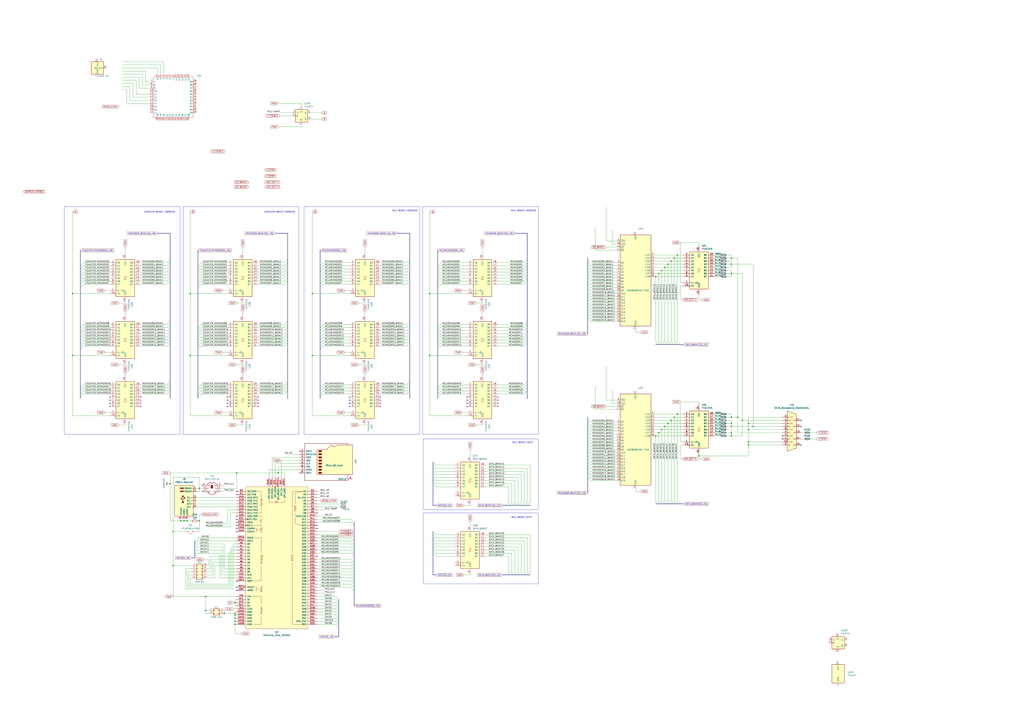
<source format=kicad_sch>
(kicad_sch (version 20231120) (generator "eeschema") (generator_version "8.0")
  (paper "A1")
  (junction (at 520.7 -139.7))
  (junction (at 347.98 -187.96))
  (junction (at 309.88 -261.62))
  (junction (at 312.42 -242.57))
  (junction (at 609.6 345.44))
  (junction (at 431.8 -231.14))
  (junction (at 334.01 -180.34))
  (junction (at 132.08 -275.59))
  (junction (at 520.7 -106.68))
  (junction (at 574.04 374.65))
  (junction (at 25.4 -186.69))
  (junction (at 132.08 -269.24))
  (junction (at 76.2 -113.03))
  (junction (at 505.46 -106.68))
  (junction (at 281.94 -187.96))
  (junction (at 111.76 -234.95))
  (junction (at 427.99 -194.31))
  (junction (at 317.5 -354.33))
  (junction (at 208.28 -285.75))
  (junction (at 71.12 -209.55))
  (junction (at 184.15 504.19))
  (junction (at 76.2 -119.38))
  (junction (at 45.72 -223.52))
  (junction (at 172.72 -207.01))
  (junction (at 148.59 427.99))
  (junction (at 538.48 358.14))
  (junction (at 140.97 -256.54))
  (junction (at 193.04 495.3))
  (junction (at 143.51 -259.08))
  (junction (at 22.86 -234.95))
  (junction (at 330.2 -234.95))
  (junction (at 142.24 464.82))
  (junction (at 222.25 -218.44))
  (junction (at 76.2 -110.49))
  (junction (at 73.66 -207.01))
  (junction (at 114.3 -238.76))
  (junction (at 614.68 353.06))
  (junction (at 605.79 342.9))
  (junction (at 30.48 -234.95))
  (junction (at 317.5 -240.03))
  (junction (at 25.4 -158.75))
  (junction (at 59.69 241.3))
  (junction (at 271.78 -177.8))
  (junction (at 334.01 -193.04))
  (junction (at 349.25 -261.62))
  (junction (at 408.94 -295.91))
  (junction (at 320.04 -358.14))
  (junction (at 556.26 340.36))
  (junction (at 614.68 365.76))
  (junction (at 139.7 397.51))
  (junction (at 287.02 -193.04))
  (junction (at 132.08 -295.91))
  (junction (at 548.64 217.17))
  (junction (at 132.08 -327.66))
  (junction (at 546.1 219.71))
  (junction (at 618.49 350.52))
  (junction (at 538.48 227.33))
  (junction (at 334.01 -177.8))
  (junction (at 194.31 388.62))
  (junction (at 240.03 -356.87))
  (junction (at 195.58 -327.66))
  (junction (at 163.83 401.32))
  (junction (at 326.39 -17.78))
  (junction (at 189.23 -327.66))
  (junction (at 541.02 355.6))
  (junction (at 271.78 -285.75))
  (junction (at 353.06 292.1))
  (junction (at 46.99 -195.58))
  (junction (at 600.71 350.52))
  (junction (at 279.4 -185.42))
  (junction (at 309.88 -245.11))
  (junction (at 189.23 -261.62))
  (junction (at 347.98 -172.72))
  (junction (at 222.25 -342.9))
  (junction (at 143.51 -264.16))
  (junction (at 34.29 -195.58))
  (junction (at 31.75 -195.58))
  (junction (at 289.56 -195.58))
  (junction (at 156.21 292.1))
  (junction (at 289.56 -234.95))
  (junction (at 185.42 -204.47))
  (junction (at 614.68 363.22))
  (junction (at 292.1 -226.06))
  (junction (at 553.72 342.9))
  (junction (at 600.71 342.9))
  (junction (at 535.94 -106.68))
  (junction (at 208.28 -223.52))
  (junction (at 76.2 -115.57))
  (junction (at 67.31 -119.38))
  (junction (at 151.13 427.99))
  (junction (at 600.71 355.6))
  (junction (at 208.28 -234.95))
  (junction (at 248.92 -234.95))
  (junction (at 185.42 -251.46))
  (junction (at 132.08 -320.04))
  (junction (at 431.8 -279.4))
  (junction (at 52.07 -121.92))
  (junction (at 431.8 -294.64))
  (junction (at 311.15 -215.9))
  (junction (at 80.01 -234.95))
  (junction (at 193.04 504.19))
  (junction (at 189.23 -285.75))
  (junction (at 331.47 -226.06))
  (junction (at 546.1 350.52))
  (junction (at 228.6 388.62))
  (junction (at 553.72 212.09))
  (junction (at 231.14 -234.95))
  (junction (at 267.97 -245.11))
  (junction (at 341.63 -306.07))
  (junction (at 193.04 510.54))
  (junction (at 236.22 -242.57))
  (junction (at 600.71 212.09))
  (junction (at 36.83 -195.58))
  (junction (at 276.86 -182.88))
  (junction (at 548.64 347.98))
  (junction (at 124.46 -327.66))
  (junction (at 160.02 -234.95))
  (junction (at 265.43 -242.57))
  (junction (at 347.98 -182.88))
  (junction (at 256.54 241.3))
  (junction (at 76.2 -118.11))
  (junction (at 116.84 -234.95))
  (junction (at 334.01 -187.96))
  (junction (at 248.92 -285.75))
  (junction (at 153.67 427.99))
  (junction (at 193.04 508))
  (junction (at 255.27 -215.9))
  (junction (at 125.73 -234.95))
  (junction (at 284.48 -190.5))
  (junction (at 614.68 347.98))
  (junction (at 600.71 224.79))
  (junction (at 168.91 501.65))
  (junction (at 427.99 -243.84))
  (junction (at 353.06 241.3))
  (junction (at 168.91 490.22))
  (junction (at 431.8 -246.38))
  (junction (at 551.18 345.44))
  (junction (at 535.94 -139.7))
  (junction (at 505.46 -139.7))
  (junction (at 347.98 -170.18))
  (junction (at 293.37 -350.52))
  (junction (at 600.71 347.98))
  (junction (at 76.2 -128.27))
  (junction (at 600.71 217.17))
  (junction (at 228.6 -261.62))
  (junction (at 156.21 241.3))
  (junction (at 543.56 222.25))
  (junction (at 275.59 -17.78))
  (junction (at 330.2 -350.52))
  (junction (at 330.2 -285.75))
  (junction (at 408.94 -247.65))
  (junction (at 179.07 -240.03))
  (junction (at 163.83 427.99))
  (junction (at 193.04 513.08))
  (junction (at 307.34 -161.29))
  (junction (at 289.56 -285.75))
  (junction (at 600.71 358.14))
  (junction (at 59.69 292.1))
  (junction (at 274.32 -180.34))
  (junction (at 541.02 224.79))
  (junction (at 52.07 -133.35))
  (junction (at 228.6 -245.11))
  (junction (at 334.01 -185.42))
  (junction (at 172.72 -209.55))
  (junction (at 45.72 -222.25))
  (junction (at 267.97 -261.62))
  (junction (at 293.37 -354.33))
  (junction (at 256.54 292.1))
  (junction (at 132.08 -234.95))
  (junction (at 543.56 353.06))
  (junction (at 193.04 505.46))
  (junction (at 293.37 -327.66))
  (junction (at 143.51 -261.62))
  (junction (at 556.26 209.55))
  (junction (at 551.18 214.63))
  (junction (at 273.05 -240.03))
  (junction (at 142.24 436.88))
  (junction (at 189.23 -264.16))
  (no_connect (at 382.27 -269.24))
  (no_connect (at 502.92 -49.53))
  (no_connect (at 99.06 -246.38))
  (no_connect (at 90.17 328.93))
  (no_connect (at 242.57 -339.09))
  (no_connect (at 77.47 -138.43))
  (no_connect (at 322.58 -339.09))
  (no_connect (at 461.01 -299.72))
  (no_connect (at 363.22 -48.26))
  (no_connect (at 356.87 -276.86))
  (no_connect (at 261.62 -264.16))
  (no_connect (at 195.58 -276.86))
  (no_connect (at 77.47 -217.17))
  (no_connect (at 212.09 326.39))
  (no_connect (at 539.75 -67.31))
  (no_connect (at 435.61 -299.72))
  (no_connect (at 312.42 328.93))
  (no_connect (at 539.75 -82.55))
  (no_connect (at 195.58 -271.78))
  (no_connect (at 55.88 -226.06))
  (no_connect (at 260.35 431.8))
  (no_connect (at 518.16 -52.07))
  (no_connect (at 483.87 -49.53))
  (no_connect (at 657.86 365.76))
  (no_connect (at 237.49 -339.09))
  (no_connect (at 194.31 403.86))
  (no_connect (at 435.61 -304.8))
  (no_connect (at 408.94 326.39))
  (no_connect (at 236.22 -274.32))
  (no_connect (at 563.88 -82.55))
  (no_connect (at 502.92 -69.85))
  (no_connect (at 367.03 -190.5))
  (no_connect (at 246.38 388.62))
  (no_connect (at 524.51 -69.85))
  (no_connect (at 111.76 -231.14))
  (no_connect (at 261.62 -269.24))
  (no_connect (at 642.62 360.68))
  (no_connect (at 287.02 326.39))
  (no_connect (at 483.87 -54.61))
  (no_connect (at 166.37 398.78))
  (no_connect (at 461.01 -304.8))
  (no_connect (at 483.87 -69.85))
  (no_connect (at 499.11 -52.07))
  (no_connect (at 195.58 -274.32))
  (no_connect (at 260.35 434.34))
  (no_connect (at 325.12 -339.09))
  (no_connect (at 382.27 -264.16))
  (no_connect (at 383.54 331.47))
  (no_connect (at 147.32 -274.32))
  (no_connect (at 524.51 -64.77))
  (no_connect (at 367.03 -185.42))
  (no_connect (at 368.3 -73.66))
  (no_connect (at 287.02 334.01))
  (no_connect (at 147.32 -269.24))
  (no_connect (at 115.57 328.93))
  (no_connect (at 287.02 328.93))
  (no_connect (at 232.41 -339.09))
  (no_connect (at 461.01 -302.26))
  (no_connect (at 287.02 331.47))
  (no_connect (at 90.17 326.39))
  (no_connect (at 657.86 345.44))
  (no_connect (at 518.16 -82.55))
  (no_connect (at 312.42 326.39))
  (no_connect (at 260.35 421.64))
  (no_connect (at 228.6 392.43))
  (no_connect (at 77.47 -199.39))
  (no_connect (at 317.5 -269.24))
  (no_connect (at 115.57 331.47))
  (no_connect (at 502.92 -85.09))
  (no_connect (at 502.92 -64.77))
  (no_connect (at 356.87 -271.78))
  (no_connect (at 367.03 -170.18))
  (no_connect (at 317.5 -276.86))
  (no_connect (at 383.54 328.93))
  (no_connect (at 77.47 -146.05))
  (no_connect (at 360.68 -48.26))
  (no_connect (at 363.22 -73.66))
  (no_connect (at 276.86 -276.86))
  (no_connect (at 518.16 -67.31))
  (no_connect (at 276.86 -269.24))
  (no_connect (at 499.11 -67.31))
  (no_connect (at 314.96 -339.09))
  (no_connect (at 548.64 -82.55))
  (no_connect (at 186.69 331.47))
  (no_connect (at 524.51 -49.53))
  (no_connect (at 327.66 -339.09))
  (no_connect (at 356.87 -274.32))
  (no_connect (at 562.61 -67.31))
  (no_connect (at 539.75 -52.07))
  (no_connect (at 245.11 -314.96))
  (no_connect (at 236.22 -269.24))
  (no_connect (at 115.57 334.01))
  (no_connect (at 90.17 334.01))
  (no_connect (at 236.22 -276.86))
  (no_connect (at 236.22 -271.78))
  (no_connect (at 547.37 -50.8))
  (no_connect (at 502.92 -80.01))
  (no_connect (at 90.17 331.47))
  (no_connect (at 212.09 328.93))
  (no_connect (at 383.54 326.39))
  (no_connect (at 435.61 -302.26))
  (no_connect (at 562.61 -50.8))
  (no_connect (at 547.37 -67.31))
  (no_connect (at 435.61 -307.34))
  (no_connect (at 657.86 350.52))
  (no_connect (at 77.47 -191.77))
  (no_connect (at 247.65 -314.96))
  (no_connect (at 194.31 426.72))
  (no_connect (at 312.42 334.01))
  (no_connect (at 77.47 -186.69))
  (no_connect (at 524.51 -54.61))
  (no_connect (at 408.94 334.01))
  (no_connect (at 186.69 326.39))
  (no_connect (at 77.47 -219.71))
  (no_connect (at 115.57 326.39))
  (no_connect (at 212.09 331.47))
  (no_connect (at 337.82 -314.96))
  (no_connect (at 317.5 -271.78))
  (no_connect (at 77.47 -196.85))
  (no_connect (at 194.31 477.52))
  (no_connect (at 55.88 -220.98))
  (no_connect (at 317.5 -274.32))
  (no_connect (at 356.87 -269.24))
  (no_connect (at 194.31 434.34))
  (no_connect (at 360.68 -73.66))
  (no_connect (at 245.11 -339.09))
  (no_connect (at 195.58 -269.24))
  (no_connect (at 194.31 431.8))
  (no_connect (at 524.51 -80.01))
  (no_connect (at 502.92 -54.61))
  (no_connect (at 194.31 429.26))
  (no_connect (at 365.76 -73.66))
  (no_connect (at 276.86 -271.78))
  (no_connect (at 77.47 -194.31))
  (no_connect (at 351.79 -175.26))
  (no_connect (at 194.31 406.4))
  (no_connect (at 194.31 485.14))
  (no_connect (at 186.69 334.01))
  (no_connect (at 166.37 403.86))
  (no_connect (at 642.62 358.14))
  (no_connect (at 246.38 370.84))
  (no_connect (at 276.86 -274.32))
  (no_connect (at 368.3 -48.26))
  (no_connect (at 408.94 331.47))
  (no_connect (at 116.84 -246.38))
  (no_connect (at 483.87 -64.77))
  (no_connect (at 260.35 457.2))
  (no_connect (at 194.31 424.18))
  (no_connect (at 212.09 334.01))
  (no_connect (at 312.42 331.47))
  (no_connect (at 77.47 -140.97))
  (no_connect (at 351.79 -177.8))
  (no_connect (at 147.32 -271.78))
  (no_connect (at 186.69 328.93))
  (no_connect (at 224.79 -339.09))
  (no_connect (at 261.62 -271.78))
  (no_connect (at 227.33 -339.09))
  (no_connect (at 194.31 482.6))
  (no_connect (at 524.51 -85.09))
  (no_connect (at 194.31 436.88))
  (no_connect (at 461.01 -307.34))
  (no_connect (at 147.32 -276.86))
  (no_connect (at 408.94 328.93))
  (no_connect (at 383.54 334.01))
  (no_connect (at 77.47 -189.23))
  (no_connect (at 365.76 -48.26))
  (bus_entry (at 255.27 -26.67) (size 2.54 2.54))
  (bus_entry (at 361.95 220.98) (size -2.54 2.54))
  (bus_entry (at 353.06 -26.67) (size 2.54 2.54))
  (bus_entry (at 473.71 -256.54) (size 2.54 2.54))
  (bus_entry (at 473.71 -317.5) (size 2.54 2.54))
  (bus_entry (at 236.22 316.23) (size -2.54 2.54))
  (bus_entry (at 433.07 318.77) (size -2.54 2.54))
  (bus_entry (at 288.29 462.28) (size 2.54 2.54))
  (bus_entry (at 163.83 -194.31) (size 2.54 2.54))
  (bus_entry (at 411.48 -212.09) (size -2.54 -2.54))
  (bus_entry (at 218.44 -151.13) (size -2.54 2.54))
  (bus_entry (at 482.6 256.54) (size 2.54 2.54))
  (bus_entry (at 137.16 215.9) (size 2.54 -2.54))
  (bus_entry (at 416.56 -251.46) (size -2.54 -2.54))
  (bus_entry (at 430.53 233.68) (size 2.54 -2.54))
  (bus_entry (at 336.55 269.24) (size -2.54 2.54))
  (bus_entry (at 336.55 318.77) (size -2.54 2.54))
  (bus_entry (at 482.6 243.84) (size 2.54 2.54))
  (bus_entry (at 473.71 -269.24) (size 2.54 2.54))
  (bus_entry (at 162.56 452.12) (size -2.54 2.54))
  (bus_entry (at 433.07 313.69) (size -2.54 2.54))
  (bus_entry (at 430.53 231.14) (size 2.54 -2.54))
  (bus_entry (at 358.14 400.05) (size -2.54 -2.54))
  (bus_entry (at 422.91 412.75) (size -2.54 2.54))
  (bus_entry (at 361.95 223.52) (size -2.54 2.54))
  (bus_entry (at 227.33 -308.61) (size 2.54 2.54))
  (bus_entry (at 275.59 508) (size 2.54 2.54))
  (bus_entry (at 45.72 -179.07) (size -2.54 2.54))
  (bus_entry (at 162.56 444.5) (size -2.54 2.54))
  (bus_entry (at 288.29 447.04) (size 2.54 2.54))
  (bus_entry (at 482.6 361.95) (size 2.54 2.54))
  (bus_entry (at 218.44 -161.29) (size -2.54 2.54))
  (bus_entry (at 482.6 220.98) (size 2.54 2.54))
  (bus_entry (at 68.58 274.32) (size -2.54 2.54))
  (bus_entry (at 336.55 274.32) (size -2.54 2.54))
  (bus_entry (at 548.64 280.67) (size 2.54 2.54))
  (bus_entry (at 163.83 -140.97) (size 2.54 2.54))
  (bus_entry (at 139.7 281.94) (size -2.54 2.54))
  (bus_entry (at 433.07 269.24) (size -2.54 2.54))
  (bus_entry (at 139.7 274.32) (size -2.54 2.54))
  (bus_entry (at 236.22 281.94) (size -2.54 2.54))
  (bus_entry (at 139.7 321.31) (size -2.54 2.54))
  (bus_entry (at 473.71 -254) (size 2.54 2.54))
  (bus_entry (at 482.6 364.49) (size 2.54 2.54))
  (bus_entry (at 162.56 441.96) (size -2.54 2.54))
  (bus_entry (at 288.29 474.98) (size 2.54 2.54))
  (bus_entry (at 158.75 -113.03) (size 2.54 -2.54))
  (bus_entry (at 158.75 -110.49) (size 2.54 -2.54))
  (bus_entry (at 218.44 -184.15) (size -2.54 2.54))
  (bus_entry (at 361.95 321.31) (size -2.54 2.54))
  (bus_entry (at 236.22 266.7) (size -2.54 2.54))
  (bus_entry (at 68.58 218.44) (size -2.54 2.54))
  (bus_entry (at 427.99 412.75) (size -2.54 2.54))
  (bus_entry (at 218.44 -173.99) (size -2.54 2.54))
  (bus_entry (at 361.95 316.23) (size -2.54 2.54))
  (bus_entry (at 433.07 276.86) (size -2.54 2.54))
  (bus_entry (at 482.6 354.33) (size 2.54 2.54))
  (bus_entry (at 358.14 387.35) (size -2.54 -2.54))
  (bus_entry (at 482.6 213.36) (size 2.54 2.54))
  (bus_entry (at 553.72 280.67) (size 2.54 2.54))
  (bus_entry (at 265.43 321.31) (size -2.54 2.54))
  (bus_entry (at 482.6 379.73) (size 2.54 2.54))
  (bus_entry (at 68.58 271.78) (size -2.54 2.54))
  (bus_entry (at 308.61 -95.25) (size 2.54 -2.54))
  (bus_entry (at 538.48 280.67) (size 2.54 2.54))
  (bus_entry (at 288.29 477.52) (size 2.54 2.54))
  (bus_entry (at 361.95 233.68) (size -2.54 2.54))
  (bus_entry (at 332.74 -313.69) (size 2.54 2.54))
  (bus_entry (at 250.19 -95.25) (size 2.54 -2.54))
  (bus_entry (at 288.29 467.36) (size 2.54 2.54))
  (bus_entry (at 265.43 -95.25) (size 2.54 -2.54))
  (bus_entry (at 139.7 316.23) (size -2.54 2.54))
  (bus_entry (at 433.07 469.9) (size -2.54 2.54))
  (bus_entry (at 336.55 276.86) (size -2.54 2.54))
  (bus_entry (at 218.44 -166.37) (size -2.54 2.54))
  (bus_entry (at 300.99 -26.67) (size 2.54 2.54))
  (bus_entry (at 158.75 -120.65) (size 2.54 -2.54))
  (bus_entry (at 361.95 231.14) (size -2.54 2.54))
  (bus_entry (at 45.72 -168.91) (size -2.54 2.54))
  (bus_entry (at 334.01 226.06) (size 2.54 -2.54))
  (bus_entry (at 275.59 502.92) (size 2.54 2.54))
  (bus_entry (at 336.55 271.78) (size -2.54 2.54))
  (bus_entry (at 218.44 -156.21) (size -2.54 2.54))
  (bus_entry (at 288.29 426.72) (size 2.54 2.54))
  (bus_entry (at 433.07 281.94) (size -2.54 2.54))
  (bus_entry (at 473.71 -204.47) (size 2.54 2.54))
  (bus_entry (at 288.29 429.26) (size 2.54 2.54))
  (bus_entry (at 257.81 -26.67) (size 2.54 2.54))
  (bus_entry (at 68.58 233.68) (size -2.54 2.54))
  (bus_entry (at 165.1 318.77) (size -2.54 2.54))
  (bus_entry (at 411.48 -204.47) (size -2.54 -2.54))
  (bus_entry (at 482.6 374.65) (size 2.54 2.54))
  (bus_entry (at 237.49 -308.61) (size 2.54 2.54))
  (bus_entry (at 433.07 412.75) (size -2.54 2.54))
  (bus_entry (at 288.29 482.6) (size 2.54 2.54))
  (bus_entry (at 350.52 -95.25) (size 2.54 -2.54))
  (bus_entry (at 430.53 223.52) (size 2.54 -2.54))
  (bus_entry (at 427.99 469.9) (size -2.54 2.54))
  (bus_entry (at 355.6 -95.25) (size 2.54 -2.54))
  (bus_entry (at 236.22 271.78) (size -2.54 2.54))
  (bus_entry (at 417.83 469.9) (size -2.54 2.54))
  (bus_entry (at 361.95 215.9) (size -2.54 2.54))
  (bus_entry (at 336.55 281.94) (size -2.54 2.54))
  (bus_entry (at 236.22 318.77) (size -2.54 2.54))
  (bus_entry (at 163.83 -171.45) (size 2.54 2.54))
  (bus_entry (at 361.95 279.4) (size -2.54 2.54))
  (bus_entry (at 288.29 454.66) (size 2.54 2.54))
  (bus_entry (at 433.07 279.4) (size -2.54 2.54))
  (bus_entry (at 411.48 -209.55) (size -2.54 -2.54))
  (bus_entry (at 265.43 215.9) (size -2.54 2.54))
  (bus_entry (at 541.02 411.48) (size 2.54 2.54))
  (bus_entry (at 336.55 313.69) (size -2.54 2.54))
  (bus_entry (at 482.6 218.44) (size 2.54 2.54))
  (bus_entry (at 165.1 266.7) (size -2.54 2.54))
  (bus_entry (at 163.83 -179.07) (size 2.54 2.54))
  (bus_entry (at 165.1 284.48) (size -2.54 2.54))
  (bus_entry (at 218.44 -189.23) (size -2.54 2.54))
  (bus_entry (at 473.71 -212.09) (size 2.54 2.54))
  (bus_entry (at 553.72 411.48) (size 2.54 2.54))
  (bus_entry (at 482.6 259.08) (size 2.54 2.54))
  (bus_entry (at 411.48 -207.01) (size -2.54 -2.54))
  (bus_entry (at 482.6 356.87) (size 2.54 2.54))
  (bus_entry (at 260.35 -95.25) (size 2.54 -2.54))
  (bus_entry (at 416.56 -314.96) (size -2.54 -2.54))
  (bus_entry (at 233.68 228.6) (size 2.54 -2.54))
  (bus_entry (at 265.43 226.06) (size -2.54 2.54))
  (bus_entry (at 355.6 -26.67) (size 2.54 2.54))
  (bus_entry (at 265.43 281.94) (size -2.54 2.54))
  (bus_entry (at 165.1 279.4) (size -2.54 2.54))
  (bus_entry (at 165.1 231.14) (size -2.54 2.54))
  (bus_entry (at 334.01 223.52) (size 2.54 -2.54))
  (bus_entry (at 255.27 -95.25) (size 2.54 -2.54))
  (bus_entry (at 482.6 223.52) (size 2.54 2.54))
  (bus_entry (at 306.07 -26.67) (size 2.54 2.54))
  (bus_entry (at 165.1 233.68) (size -2.54 2.54))
  (bus_entry (at 473.71 -201.93) (size 2.54 2.54))
  (bus_entry (at 218.44 -148.59) (size -2.54 2.54))
  (bus_entry (at 267.97 -95.25) (size 2.54 -2.54))
  (bus_entry (at 45.72 -173.99) (size -2.54 2.54))
  (bus_entry (at 265.43 269.24) (size -2.54 2.54))
  (bus_entry (at 137.16 228.6) (size 2.54 -2.54))
  (bus_entry (at 275.59 505.46) (size 2.54 2.54))
  (bus_entry (at 430.53 412.75) (size -2.54 2.54))
  (bus_entry (at 556.26 280.67) (size 2.54 2.54))
  (bus_entry (at 265.43 279.4) (size -2.54 2.54))
  (bus_entry (at 473.71 -219.71) (size 2.54 2.54))
  (bus_entry (at 482.6 233.68) (size 2.54 2.54))
  (bus_entry (at 165.1 281.94) (size -2.54 2.54))
  (bus_entry (at 279.4 -124.46) (size 2.54 2.54))
  (bus_entry (at 334.01 233.68) (size 2.54 -2.54))
  (bus_entry (at 236.22 274.32) (size -2.54 2.54))
  (bus_entry (at 473.71 -209.55) (size 2.54 2.54))
  (bus_entry (at 265.43 223.52) (size -2.54 2.54))
  (bus_entry (at 288.29 469.9) (size 2.54 2.54))
  (bus_entry (at 317.5 -313.69) (size 2.54 2.54))
  (bus_entry (at 358.14 382.27) (size -2.54 -2.54))
  (bus_entry (at 430.53 469.9) (size -2.54 2.54))
  (bus_entry (at 433.07 264.16) (size -2.54 2.54))
  (bus_entry (at 165.1 226.06) (size -2.54 2.54))
  (bus_entry (at 430.53 226.06) (size 2.54 -2.54))
  (bus_entry (at 233.68 220.98) (size 2.54 -2.54))
  (bus_entry (at 219.71 -308.61) (size 2.54 2.54))
  (bus_entry (at 473.71 -251.46) (size 2.54 2.54))
  (bus_entry (at 163.83 -151.13) (size 2.54 2.54))
  (bus_entry (at 433.07 274.32) (size -2.54 2.54))
  (bus_entry (at 68.58 281.94) (size -2.54 2.54))
  (bus_entry (at 281.94 -124.46) (size 2.54 2.54))
  (bus_entry (at 163.83 -168.91) (size 2.54 2.54))
  (bus_entry (at 482.6 382.27) (size 2.54 2.54))
  (bus_entry (at 316.23 -95.25) (size 2.54 -2.54))
  (bus_entry (at 233.68 218.44) (size 2.54 -2.54))
  (bus_entry (at 358.14 392.43) (size -2.54 -2.54))
  (bus_entry (at 327.66 -313.69) (size 2.54 2.54))
  (bus_entry (at 416.56 -312.42) (size -2.54 -2.54))
  (bus_entry (at 482.6 387.35) (size 2.54 2.54))
  (bus_entry (at 538.48 411.48) (size 2.54 2.54))
  (bus_entry (at 68.58 323.85) (size -2.54 2.54))
  (bus_entry (at 425.45 469.9) (size -2.54 2.54))
  (bus_entry (at 260.35 -26.67) (size 2.54 2.54))
  (bus_entry (at 334.01 231.14) (size 2.54 -2.54))
  (bus_entry (at 416.56 -259.08) (size -2.54 -2.54))
  (bus_entry (at 358.14 444.5) (size -2.54 -2.54))
  (bus_entry (at 411.48 -214.63) (size -2.54 -2.54))
  (bus_entry (at 158.75 -118.11) (size 2.54 -2.54))
  (bus_entry (at 229.87 -308.61) (size 2.54 2.54))
  (bus_entry (at 165.1 271.78) (size -2.54 2.54))
  (bus_entry (at 433.07 321.31) (size -2.54 2.54))
  (bus_entry (at 137.16 231.14) (size 2.54 -2.54))
  (bus_entry (at 482.6 359.41) (size 2.54 2.54))
  (bus_entry (at 218.44 -153.67) (size -2.54 2.54))
  (bus_entry (at 411.48 -217.17) (size -2.54 -2.54))
  (bus_entry (at 322.58 -313.69) (size 2.54 2.54))
  (bus_entry (at 68.58 284.48) (size -2.54 2.54))
  (bus_entry (at 68.58 223.52) (size -2.54 2.54))
  (bus_entry (at 482.6 392.43) (size 2.54 2.54))
  (bus_entry (at 482.6 351.79) (size 2.54 2.54))
  (bus_entry (at 139.7 318.77) (size -2.54 2.54))
  (bus_entry (at 288.29 480.06) (size 2.54 2.54))
  (bus_entry (at 334.01 215.9) (size 2.54 -2.54))
  (bus_entry (at 68.58 266.7) (size -2.54 2.54))
  (bus_entry (at 358.14 397.51) (size -2.54 -2.54))
  (bus_entry (at 435.61 412.75) (size -2.54 2.54))
  (bus_entry (at 546.1 280.67) (size 2.54 2.54))
  (bus_entry (at 45.72 -176.53) (size -2.54 2.54))
  (bus_entry (at 137.16 223.52) (size 2.54 -2.54))
  (bus_entry (at 163.83 -148.59) (size 2.54 2.54))
  (bus_entry (at 288.29 444.5) (size 2.54 2.54))
  (bus_entry (at 158.75 -133.35) (size 2.54 -2.54))
  (bus_entry (at 162.56 447.04) (size -2.54 2.54))
  (bus_entry (at 218.44 -146.05) (size -2.54 2.54))
  (bus_entry (at 139.7 276.86) (size -2.54 2.54))
  (bus_entry (at 265.43 231.14) (size -2.54 2.54))
  (bus_entry (at 262.89 -95.25) (size 2.54 -2.54))
  (bus_entry (at 430.53 215.9) (size 2.54 -2.54))
  (bus_entry (at 163.83 -146.05) (size 2.54 2.54))
  (bus_entry (at 139.7 271.78) (size -2.54 2.54))
  (bus_entry (at 350.52 -26.67) (size 2.54 2.54))
  (bus_entry (at 433.07 271.78) (size -2.54 2.54))
  (bus_entry (at 361.95 269.24) (size -2.54 2.54))
  (bus_entry (at 275.59 500.38) (size 2.54 2.54))
  (bus_entry (at 68.58 318.77) (size -2.54 2.54))
  (bus_entry (at 361.95 271.78) (size -2.54 2.54))
  (bus_entry (at 311.15 -95.25) (size 2.54 -2.54))
  (bus_entry (at 541.02 280.67) (size 2.54 2.54))
  (bus_entry (at 482.6 236.22) (size 2.54 2.54))
  (bus_entry (at 358.14 449.58) (size -2.54 -2.54))
  (bus_entry (at 361.95 266.7) (size -2.54 2.54))
  (bus_entry (at 265.43 228.6) (size -2.54 2.54))
  (bus_entry (at 68.58 220.98) (size -2.54 2.54))
  (bus_entry (at 473.71 -309.88) (size 2.54 2.54))
  (bus_entry (at 68.58 279.4) (size -2.54 2.54))
  (bus_entry (at 358.14 -26.67) (size 2.54 2.54))
  (bus_entry (at 232.41 -308.61) (size 2.54 2.54))
  (bus_entry (at 139.7 264.16) (size -2.54 2.54))
  (bus_entry (at 336.55 316.23) (size -2.54 2.54))
  (bus_entry (at 361.95 318.77) (size -2.54 2.54))
  (bus_entry (at 288.29 441.96) (size 2.54 2.54))
  (bus_entry (at 422.91 469.9) (size -2.54 2.54))
  (bus_entry (at 165.1 228.6) (size -2.54 2.54))
  (bus_entry (at 482.6 246.38) (size 2.54 2.54))
  (bus_entry (at 546.1 411.48) (size 2.54 2.54))
  (bus_entry (at 482.6 231.14) (size 2.54 2.54))
  (bus_entry (at 139.7 279.4) (size -2.54 2.54))
  (bus_entry (at 303.53 -95.25) (size 2.54 -2.54))
  (bus_entry (at 275.59 513.08) (size 2.54 2.54))
  (bus_entry (at 139.7 313.69) (size -2.54 2.54))
  (bus_entry (at 233.68 226.06) (size 2.54 -2.54))
  (bus_entry (at 233.68 215.9) (size 2.54 -2.54))
  (bus_entry (at 473.71 -266.7) (size 2.54 2.54))
  (bus_entry (at 473.71 -312.42) (size 2.54 2.54))
  (bus_entry (at 430.53 228.6) (size 2.54 -2.54))
  (bus_entry (at 482.6 261.62) (size 2.54 2.54))
  (bus_entry (at 242.57 -308.61) (size 2.54 2.54))
  (bus_entry (at 68.58 321.31) (size -2.54 2.54))
  (bus_entry (at 473.71 -261.62) (size 2.54 2.54))
  (bus_entry (at 325.12 -313.69) (size 2.54 2.54))
  (bus_entry (at 165.1 223.52) (size -2.54 2.54))
  (bus_entry (at 358.14 -95.25) (size 2.54 -2.54))
  (bus_entry (at 548.64 411.48) (size 2.54 2.54))
  (bus_entry (at 262.89 -26.67) (size 2.54 2.54))
  (bus_entry (at 68.58 215.9) (size -2.54 2.54))
  (bus_entry (at 300.99 -95.25) (size 2.54 -2.54))
  (bus_entry (at 68.58 269.24) (size -2.54 2.54))
  (bus_entry (at 265.43 -26.67) (size 2.54 2.54))
  (bus_entry (at 416.56 -261.62) (size -2.54 -2.54))
  (bus_entry (at 473.71 -314.96) (size 2.54 2.54))
  (bus_entry (at 482.6 384.81) (size 2.54 2.54))
  (bus_entry (at 288.29 464.82) (size 2.54 2.54))
  (bus_entry (at 236.22 313.69) (size -2.54 2.54))
  (bus_entry (at 275.59 497.84) (size 2.54 2.54))
  (bus_entry (at 218.44 -179.07) (size -2.54 2.54))
  (bus_entry (at 482.6 372.11) (size 2.54 2.54))
  (bus_entry (at 358.14 457.2) (size -2.54 -2.54))
  (bus_entry (at 139.7 269.24) (size -2.54 2.54))
  (bus_entry (at 163.83 -181.61) (size 2.54 2.54))
  (bus_entry (at 276.86 -124.46) (size 2.54 2.54))
  (bus_entry (at 163.83 -143.51) (size 2.54 2.54))
  (bus_entry (at 361.95 274.32) (size -2.54 2.54))
  (bus_entry (at 361.95 228.6) (size -2.54 2.54))
  (bus_entry (at 158.75 -125.73) (size 2.54 -2.54))
  (bus_entry (at 551.18 411.48) (size 2.54 2.54))
  (bus_entry (at 473.71 -207.01) (size 2.54 2.54))
  (bus_entry (at 482.6 254) (size 2.54 2.54))
  (bus_entry (at 222.25 -308.61) (size 2.54 2.54))
  (bus_entry (at 137.16 226.06) (size 2.54 -2.54))
  (bus_entry (at 250.19 -26.67) (size 2.54 2.54))
  (bus_entry (at 252.73 -95.25) (size 2.54 -2.54))
  (bus_entry (at 433.07 316.23) (size -2.54 2.54))
  (bus_entry (at 361.95 276.86) (size -2.54 2.54))
  (bus_entry (at 236.22 269.24) (size -2.54 2.54))
  (bus_entry (at 68.58 316.23) (size -2.54 2.54))
  (bus_entry (at 218.44 -171.45) (size -2.54 2.54))
  (bus_entry (at 265.43 274.32) (size -2.54 2.54))
  (bus_entry (at 420.37 469.9) (size -2.54 2.54))
  (bus_entry (at 336.55 279.4) (size -2.54 2.54))
  (bus_entry (at 358.14 441.96) (size -2.54 -2.54))
  (bus_entry (at 158.75 -130.81) (size 2.54 -2.54))
  (bus_entry (at 543.56 411.48) (size 2.54 2.54))
  (bus_entry (at 218.44 -176.53) (size -2.54 2.54))
  (bus_entry (at 414.02 -271.78) (size 2.54 2.54))
  (bus_entry (at 482.6 389.89) (size 2.54 2.54))
  (bus_entry (at 265.43 316.23) (size -2.54 2.54))
  (bus_entry (at 275.59 495.3) (size 2.54 2.54))
  (bus_entry (at 218.44 -168.91) (size -2.54 2.54))
  (bus_entry (at 482.6 238.76) (size 2.54 2.54))
  (bus_entry (at 218.44 -158.75) (size -2.54 2.54))
  (bus_entry (at 274.32 -124.46) (size 2.54 2.54))
  (bus_entry (at 430.53 220.98) (size 2.54 -2.54))
  (bus_entry (at 416.56 -309.88) (size -2.54 -2.54))
  (bus_entry (at 353.06 -95.25) (size 2.54 -2.54))
  (bus_entry (at 311.15 -26.67) (size 2.54 2.54))
  (bus_entry (at 162.56 454.66) (size -2.54 2.54))
  (bus_entry (at 165.1 321.31) (size -2.54 2.54))
  (bus_entry (at 288.29 449.58) (size 2.54 2.54))
  (bus_entry (at 139.7 266.7) (size -2.54 2.54))
  (bus_entry (at 320.04 -313.69) (size 2.54 2.54))
  (bus_entry (at 45.72 -171.45) (size -2.54 2.54))
  (bus_entry (at 482.6 215.9) (size 2.54 2.54))
  (bus_entry (at 435.61 469.9) (size -2.54 2.54))
  (bus_entry (at 252.73 -26.67) (size 2.54 2.54))
  (bus_entry (at 358.14 452.12) (size -2.54 -2.54))
  (bus_entry (at 313.69 -95.25) (size 2.54 -2.54))
  (bus_entry (at 358.14 454.66) (size -2.54 -2.54))
  (bus_entry (at 240.03 -308.61) (size 2.54 2.54))
  (bus_entry (at 361.95 281.94) (size -2.54 2.54))
  (bus_entry (at 361.95 226.06) (size -2.54 2.54))
  (bus_entry (at 265.43 220.98) (size -2.54 2.54))
  (bus_entry (at 482.6 228.6) (size 2.54 2.54))
  (bus_entry (at 45.72 -181.61) (size -2.54 2.54))
  (bus_entry (at 158.75 -115.57) (size 2.54 -2.54))
  (bus_entry (at 218.44 -181.61) (size -2.54 2.54))
  (bus_entry (at 312.42 -313.69) (size 2.54 2.54))
  (bus_entry (at 233.68 233.68) (size 2.54 -2.54))
  (bus_entry (at 218.44 -163.83) (size -2.54 2.54))
  (bus_entry (at 473.71 -214.63) (size 2.54 2.54))
  (bus_entry (at 233.68 231.14) (size 2.54 -2.54))
  (bus_entry (at 267.97 -26.67) (size 2.54 2.54))
  (bus_entry (at 265.43 318.77) (size -2.54 2.54))
  (bus_entry (at 425.45 412.75) (size -2.54 2.54))
  (bus_entry (at 482.6 346.71) (size 2.54 2.54))
  (bus_entry (at 361.95 284.48) (size -2.54 2.54))
  (bus_entry (at 236.22 264.16) (size -2.54 2.54))
  (bus_entry (at 163.83 -156.21) (size 2.54 2.54))
  (bus_entry (at 336.55 266.7) (size -2.54 2.54))
  (bus_entry (at 358.14 389.89) (size -2.54 -2.54))
  (bus_entry (at 411.48 -201.93) (size -2.54 -2.54))
  (bus_entry (at 361.95 323.85) (size -2.54 2.54))
  (bus_entry (at 358.14 439.42) (size -2.54 -2.54))
  (bus_entry (at 165.1 316.23) (size -2.54 2.54))
  (bus_entry (at 265.43 271.78) (size -2.54 2.54))
  (bus_entry (at 416.56 -266.7) (size -2.54 -2.54))
  (bus_entry (at 482.6 349.25) (size 2.54 2.54))
  (bus_entry (at 165.1 215.9) (size -2.54 2.54))
  (bus_entry (at 68.58 228.6) (size -2.54 2.54))
  (bus_entry (at 234.95 -308.61) (size 2.54 2.54))
  (bus_entry (at 306.07 -95.25) (size 2.54 -2.54))
  (bus_entry (at 318.77 -95.25) (size 2.54 -2.54))
  (bus_entry (at 275.59 510.54) (size 2.54 2.54))
  (bus_entry (at 430.53 218.44) (size 2.54 -2.54))
  (bus_entry (at 473.71 -264.16) (size 2.54 2.54))
  (bus_entry (at 165.1 274.32) (size -2.54 2.54))
  (bus_entry (at 473.71 -217.17) (size 2.54 2.54))
  (bus_entry (at 482.6 248.92) (size 2.54 2.54))
  (bus_entry (at 236.22 321.31) (size -2.54 2.54))
  (bus_entry (at 303.53 -26.67) (size 2.54 2.54))
  (bus_entry (at 473.71 -259.08) (size 2.54 2.54))
  (bus_entry (at 163.83 -153.67) (size 2.54 2.54))
  (bus_entry (at 284.48 -124.46) (size 2.54 2.54))
  (bus_entry (at 265.43 284.48) (size -2.54 2.54))
  (bus_entry (at 416.56 -264.16) (size -2.54 -2.54))
  (bus_entry (at 265.43 233.68) (size -2.54 2.54))
  (bus_entry (at 165.1 220.98) (size -2.54 2.54))
  (bus_entry (at 482.6 241.3) (size 2.54 2.54))
  (bus_entry (at 314.96 -313.69) (size 2.54 2.54))
  (bus_entry (at 163.83 -163.83) (size 2.54 2.54))
  (bus_entry (at 165.1 323.85) (size -2.54 2.54))
  (bus_entry (at 482.6 251.46) (size 2.54 2.54))
  (bus_entry (at 68.58 276.86) (size -2.54 2.54))
  (bus_entry (at 556.26 411.48) (size 2.54 2.54))
  (bus_entry (at 162.56 449.58) (size -2.54 2.54))
  (bus_entry (at 224.79 -308.61) (size 2.54 2.54))
  (bus_entry (at 289.56 -124.46) (size 2.54 2.54))
  (bus_entry (at 233.68 223.52) (size 2.54 -2.54))
  (bus_entry (at 137.16 220.98) (size 2.54 -2.54))
  (bus_entry (at 414.02 -320.04) (size 2.54 2.54))
  (bus_entry (at 218.44 -143.51) (size -2.54 2.54))
  (bus_entry (at 218.44 -186.69) (size -2.54 2.54))
  (bus_entry (at 158.75 -128.27) (size 2.54 -2.54))
  (bus_entry (at 361.95 218.44) (size -2.54 2.54))
  (bus_entry (at 275.59 490.22) (size 2.54 2.54))
  (bus_entry (at 163.83 -176.53) (size 2.54 2.54))
  (bus_entry (at 482.6 369.57) (size 2.54 2.54))
  (bus_entry (at 334.01 218.44) (size 2.54 -2.54))
  (bus_entry (at 406.4 -271.78) (size 2.54 2.54))
  (bus_entry (at 236.22 279.4) (size -2.54 2.54))
  (bus_entry (at 334.01 220.98) (size 2.54 -2.54))
  (bus_entry (at 416.56 -256.54) (size -2.54 -2.54))
  (bus_entry (at 318.77 -26.67) (size 2.54 2.54))
  (bus_entry (at 330.2 -313.69) (size 2.54 2.54))
  (bus_entry (at 313.69 -26.67) (size 2.54 2.54))
  (bus_entry (at 551.18 280.67) (size 2.54 2.54))
  (bus_entry (at 288.29 452.12) (size 2.54 2.54))
  (bus_entry (at 358.14 447.04) (size -2.54 -2.54))
  (bus_entry (at 165.1 218.44) (size -2.54 2.54))
  (bus_entry (at 416.56 -254) (size -2.54 -2.54))
  (bus_entry (at 420.37 412.75) (size -2.54 2.54))
  (bus_entry (at 334.01 228.6) (size 2.54 -2.54))
  (bus_entry (at 257.81 -95.25) (size 2.54 -2.54))
  (bus_entry (at 482.6 344.17) (size 2.54 2.54))
  (bus_entry (at 417.83 412.75) (size -2.54 2.54))
  (bus_entry (at 358.14 384.81) (size -2.54 -2.54))
  (bus_entry (at 163.83 -158.75) (size 2.54 2.54))
  (bus_entry (at 482.6 226.06) (size 2.54 2.54))
  (bus_entry (at 165.1 276.86) (size -2.54 2.54))
  (bus_entry (at 543.56 280.67) (size 2.54 2.54))
  (bus_entry (at 336.55 321.31) (size -2.54 2.54))
  (bus_entry (at 163.83 -196.85) (size 2.54 2.54))
  (bus_entry (at 265.43 276.86) (size -2.54 2.54))
  (bus_entry (at 433.07 266.7) (size -2.54 2.54))
  (bus_entry (at 288.29 472.44) (size 2.54 2.54))
  (bus_entry (at 288.29 459.74) (size 2.54 2.54))
  (bus_entry (at 165.1 269.24) (size -2.54 2.54))
  (bus_entry (at 265.43 218.44) (size -2.54 2.54))
  (bus_entry (at 68.58 226.06) (size -2.54 2.54))
  (bus_entry (at 265.43 323.85) (size -2.54 2.54))
  (bus_entry (at 265.43 266.7) (size -2.54 2.54))
  (bus_entry (at 336.55 264.16) (size -2.54 2.54))
  (bus_entry (at 163.83 -161.29) (size 2.54 2.54))
  (bus_entry (at 316.23 -26.67) (size 2.54 2.54))
  (bus_entry (at 287.02 -124.46) (size 2.54 2.54))
  (bus_entry (at 482.6 377.19) (size 2.54 2.54))
  (bus_entry (at 68.58 231.14) (size -2.54 2.54))
  (bus_entry (at 163.83 -173.99) (size 2.54 2.54))
  (bus_entry (at 275.59 492.76) (size 2.54 2.54))
  (bus_entry (at 271.78 -124.46) (size 2.54 2.54))
  (bus_entry (at 137.16 218.44) (size 2.54 -2.54))
  (bus_entry (at 236.22 276.86) (size -2.54 2.54))
  (bus_entry (at 482.6 367.03) (size 2.54 2.54))
  (bus_entry (at 158.75 -123.19) (size 2.54 -2.54))
  (bus_entry (at 308.61 -26.67) (size 2.54 2.54))
  (bus_entry (at 137.16 233.68) (size 2.54 -2.54))
  (bus_entry (at 411.48 -219.71) (size -2.54 -2.54))
  (bus_entry (at 358.14 394.97) (size -2.54 -2.54))
  (wire (pts (xy 68.58 281.94) (xy 90.17 281.94)))
  (bus (pts (xy 262.89 226.06) (xy 262.89 228.6)))
  (wire (pts (xy 218.44 -146.05) (xy 240.03 -146.05)))
  (wire (pts (xy 537.21 358.14) (xy 538.48 358.14)))
  (wire (pts (xy 600.71 355.6) (xy 600.71 358.14)))
  (wire (pts (xy 309.88 -264.16) (xy 317.5 -264.16)))
  (bus (pts (xy 162.56 269.24) (xy 162.56 271.78)))
  (bus (pts (xy 321.31 -24.13) (xy 353.06 -24.13)))
  (wire (pts (xy 44.45 -209.55) (xy 71.12 -209.55)))
  (wire (pts (xy 162.56 447.04) (xy 184.15 447.04)))
  (wire (pts (xy 270.51 -177.8) (xy 271.78 -177.8)))
  (wire (pts (xy 179.07 -256.54) (xy 195.58 -256.54)))
  (wire (pts (xy 143.51 -133.35) (xy 158.75 -133.35)))
  (bus (pts (xy 166.37 -158.75) (xy 166.37 -156.21)))
  (bus (pts (xy 336.55 226.06) (xy 336.55 228.6)))
  (bus (pts (xy 303.53 -24.13) (xy 306.07 -24.13)))
  (wire (pts (xy 143.51 -128.27) (xy 158.75 -128.27)))
  (wire (pts (xy 219.71 -308.61) (xy 219.71 -314.96)))
  (wire (pts (xy 218.44 -184.15) (xy 240.03 -184.15)))
  (wire (pts (xy 176.53 -182.88) (xy 181.61 -182.88)))
  (wire (pts (xy 168.91 490.22) (xy 194.31 490.22)))
  (wire (pts (xy 194.31 457.2) (xy 172.72 457.2)))
  (wire (pts (xy 521.97 273.05) (xy 525.78 273.05)))
  (wire (pts (xy 307.34 -161.29) (xy 307.34 -158.75)))
  (wire (pts (xy 314.96 -311.15) (xy 314.96 -290.83)))
  (wire (pts (xy 618.49 350.52) (xy 618.49 217.17)))
  (wire (pts (xy 558.8 363.22) (xy 558.8 330.2)))
  (wire (pts (xy 356.87 -240.03) (xy 356.87 -251.46)))
  (wire (pts (xy 349.25 -293.37) (xy 349.25 -271.78)))
  (wire (pts (xy 208.28 -224.79) (xy 208.28 -223.52)))
  (bus (pts (xy 415.29 415.29) (xy 417.83 415.29)))
  (bus (pts (xy 408.94 -204.47) (xy 408.94 -207.01)))
  (wire (pts (xy 561.34 234.95) (xy 558.8 234.95)))
  (bus (pts (xy 548.64 283.21) (xy 546.1 283.21)))
  (wire (pts (xy 276.86 -124.46) (xy 276.86 -182.88)))
  (wire (pts (xy 347.98 -187.96) (xy 347.98 -182.88)))
  (wire (pts (xy 218.44 -158.75) (xy 240.03 -158.75)))
  (wire (pts (xy 347.98 -172.72) (xy 347.98 -170.18)))
  (wire (pts (xy 586.74 340.36) (xy 591.82 340.36)))
  (wire (pts (xy 255.27 -26.67) (xy 255.27 -48.26)))
  (wire (pts (xy 156.21 292.1) (xy 186.69 292.1)))
  (bus (pts (xy 290.83 469.9) (xy 290.83 472.44)))
  (bus (pts (xy 414.02 -269.24) (xy 414.02 -271.78)))
  (bus (pts (xy 66.04 226.06) (xy 66.04 228.6)))
  (wire (pts (xy 314.96 -290.83) (xy 307.34 -290.83)))
  (wire (pts (xy 218.44 -153.67) (xy 240.03 -153.67)))
  (wire (pts (xy 101.6 -242.57) (xy 101.6 -231.14)))
  (bus (pts (xy 161.29 -123.19) (xy 161.29 -125.73)))
  (wire (pts (xy 22.86 -251.46) (xy 22.86 -234.95)))
  (wire (pts (xy 228.6 -261.62) (xy 236.22 -261.62)))
  (wire (pts (xy 224.79 -295.91) (xy 229.87 -295.91)))
  (wire (pts (xy 430.53 215.9) (xy 408.94 215.9)))
  (wire (pts (xy 422.91 452.12) (xy 422.91 469.9)))
  (wire (pts (xy 330.2 -195.58) (xy 334.01 -195.58)))
  (wire (pts (xy 665.48 360.68) (xy 670.56 360.68)))
  (wire (pts (xy 90.17 238.76) (xy 86.36 238.76)))
  (wire (pts (xy 289.56 -220.98) (xy 289.56 -213.36)))
  (wire (pts (xy 541.02 411.48) (xy 541.02 355.6)))
  (wire (pts (xy 143.51 -181.61) (xy 163.83 -181.61)))
  (wire (pts (xy 265.43 -269.24) (xy 265.43 -259.08)))
  (wire (pts (xy 143.51 -118.11) (xy 158.75 -118.11)))
  (wire (pts (xy 293.37 -358.14) (xy 293.37 -354.33)))
  (wire (pts (xy 265.43 -242.57) (xy 265.43 -256.54)))
  (wire (pts (xy 181.61 472.44) (xy 194.31 472.44)))
  (wire (pts (xy 396.24 299.72) (xy 391.16 299.72)))
  (polyline (pts (xy 344.678 356.87) (xy 249.682 356.87)))
  (wire (pts (xy 334.01 281.94) (xy 312.42 281.94)))
  (bus (pts (xy 482.6 233.68) (xy 482.6 236.22)))
  (bus (pts (xy 262.89 323.85) (xy 262.89 326.39)))
  (wire (pts (xy 233.68 218.44) (xy 212.09 218.44)))
  (bus (pts (xy 482.6 346.71) (xy 482.6 349.25)))
  (wire (pts (xy 265.43 316.23) (xy 287.02 316.23)))
  (wire (pts (xy 102.87 248.92) (xy 97.79 248.92)))
  (wire (pts (xy 485.14 238.76) (xy 506.73 238.76)))
  (bus (pts (xy 162.56 228.6) (xy 162.56 231.14)))
  (bus (pts (xy 215.9 -176.53) (xy 215.9 -173.99)))
  (wire (pts (xy 195.58 -264.16) (xy 189.23 -264.16)))
  (wire (pts (xy 256.54 292.1) (xy 287.02 292.1)))
  (wire (pts (xy 553.72 342.9) (xy 553.72 411.48)))
  (wire (pts (xy 233.68 231.14) (xy 212.09 231.14)))
  (wire (pts (xy 416.56 -261.62) (xy 435.61 -261.62)))
  (wire (pts (xy 425.45 392.43) (xy 425.45 412.75)))
  (wire (pts (xy 104.14 -231.14) (xy 101.6 -231.14)))
  (wire (pts (xy 520.7 -109.22) (xy 520.7 -106.68)))
  (wire (pts (xy 361.95 316.23) (xy 383.54 316.23)))
  (wire (pts (xy 100.33 66.04) (xy 111.76 66.04)))
  (bus (pts (xy 316.23 -97.79) (xy 318.77 -97.79)))
  (bus (pts (xy 66.04 269.24) (xy 66.04 271.78)))
  (wire (pts (xy 642.62 355.6) (xy 605.79 355.6)))
  (wire (pts (xy 309.88 -288.29) (xy 317.5 -288.29)))
  (wire (pts (xy 119.38 67.31) (xy 119.38 58.42)))
  (bus (pts (xy 359.41 205.74) (xy 359.41 218.44)))
  (wire (pts (xy 234.95 -361.95) (xy 234.95 -339.09)))
  (wire (pts (xy 317.5 -240.03) (xy 356.87 -240.03)))
  (wire (pts (xy 300.99 -26.67) (xy 300.99 -48.26)))
  (wire (pts (xy 485.14 231.14) (xy 506.73 231.14)))
  (wire (pts (xy 358.14 -95.25) (xy 358.14 -73.66)))
  (wire (pts (xy 295.91 -358.14) (xy 293.37 -358.14)))
  (bus (pts (xy 278.13 500.38) (xy 278.13 497.84)))
  (wire (pts (xy 175.26 472.44) (xy 170.18 472.44)))
  (wire (pts (xy 233.68 284.48) (xy 212.09 284.48)))
  (wire (pts (xy 293.37 -327.66) (xy 302.26 -327.66)))
  (wire (pts (xy 142.24 490.22) (xy 168.91 490.22)))
  (wire (pts (xy 180.34 -300.99) (xy 180.34 -271.78)))
  (wire (pts (xy 330.2 -210.82) (xy 332.74 -210.82)))
  (wire (pts (xy 307.34 -205.74) (xy 307.34 -203.2)))
  (bus (pts (xy 255.27 -24.13) (xy 257.81 -24.13)))
  (wire (pts (xy 182.88 449.58) (xy 182.88 469.9)))
  (bus (pts (xy 139.7 215.9) (xy 139.7 218.44)))
  (wire (pts (xy 485.14 361.95) (xy 506.73 361.95)))
  (wire (pts (xy 219.71 -306.07) (xy 219.71 -308.61)))
  (wire (pts (xy 596.9 217.17) (xy 600.71 217.17)))
  (wire (pts (xy 537.21 345.44) (xy 551.18 345.44)))
  (wire (pts (xy 147.32 -251.46) (xy 143.51 -251.46)))
  (wire (pts (xy 642.62 345.44) (xy 609.6 345.44)))
  (wire (pts (xy 355.6 -26.67) (xy 355.6 -48.26)))
  (wire (pts (xy 35.56 -139.7) (xy 74.93 -139.7)))
  (wire (pts (xy 193.04 492.76) (xy 194.31 492.76)))
  (wire (pts (xy 430.53 226.06) (xy 408.94 226.06)))
  (wire (pts (xy 558.8 377.19) (xy 560.07 377.19)))
  (wire (pts (xy 411.48 -214.63) (xy 435.61 -214.63)))
  (wire (pts (xy 461.01 -201.93) (xy 473.71 -201.93)))
  (wire (pts (xy 416.56 -264.16) (xy 435.61 -264.16)))
  (bus (pts (xy 162.56 323.85) (xy 162.56 326.39)))
  (bus (pts (xy 161.29 -100.33) (xy 161.29 -113.03)))
  (wire (pts (xy 448.31 -325.12) (xy 448.31 -327.66)))
  (wire (pts (xy 334.01 276.86) (xy 312.42 276.86)))
  (wire (pts (xy 309.88 -261.62) (xy 309.88 -245.11)))
  (wire (pts (xy 556.26 340.36) (xy 561.34 340.36)))
  (wire (pts (xy 173.99 -264.16) (xy 173.99 -259.08)))
  (bus (pts (xy 275.59 523.24) (xy 278.13 523.24)))
  (bus (pts (xy 162.56 287.02) (xy 162.56 318.77)))
  (wire (pts (xy 111.76 77.47) (xy 111.76 66.04)))
  (wire (pts (xy 351.79 -193.04) (xy 347.98 -193.04)))
  (wire (pts (xy 435.61 -194.31) (xy 427.99 -194.31)))
  (wire (pts (xy 485.14 261.62) (xy 506.73 261.62)))
  (wire (pts (xy 543.56 411.48) (xy 543.56 353.06)))
  (wire (pts (xy 435.61 -292.1) (xy 427.99 -292.1)))
  (bus (pts (xy 476.25 -217.17) (xy 476.25 -214.63)))
  (wire (pts (xy 346.71 -264.16) (xy 346.71 -259.08)))
  (wire (pts (xy 148.59 427.99) (xy 151.13 427.99)))
  (bus (pts (xy 476.25 -314.96) (xy 476.25 -312.42)))
  (wire (pts (xy 250.19 -95.25) (xy 250.19 -73.66)))
  (wire (pts (xy 267.97 -264.16) (xy 267.97 -261.62)))
  (wire (pts (xy 614.68 365.76) (xy 614.68 374.65)))
  (wire (pts (xy 40.64 -151.13) (xy 38.1 -151.13)))
  (wire (pts (xy 334.01 218.44) (xy 312.42 218.44)))
  (wire (pts (xy 137.16 226.06) (xy 115.57 226.06)))
  (wire (pts (xy 233.68 215.9) (xy 212.09 215.9)))
  (bus (pts (xy 538.48 414.02) (xy 541.02 414.02)))
  (wire (pts (xy 334.01 316.23) (xy 312.42 316.23)))
  (wire (pts (xy 137.16 271.78) (xy 115.57 271.78)))
  (wire (pts (xy 422.91 394.97) (xy 422.91 412.75)))
  (bus (pts (xy 482.6 369.57) (xy 482.6 372.11)))
  (bus (pts (xy 359.41 236.22) (xy 359.41 269.24)))
  (wire (pts (xy 609.6 345.44) (xy 609.6 224.79)))
  (wire (pts (xy 38.1 -142.24) (xy 72.39 -142.24)))
  (wire (pts (xy 270.51 -185.42) (xy 279.4 -185.42)))
  (wire (pts (xy 72.39 -142.24) (xy 72.39 -171.45)))
  (wire (pts (xy 167.64 -207.01) (xy 172.72 -207.01)))
  (wire (pts (xy 40.64 -156.21) (xy 35.56 -156.21)))
  (wire (pts (xy 71.12 -220.98) (xy 71.12 -209.55)))
  (wire (pts (xy 317.5 -240.03) (xy 317.5 -251.46)))
  (wire (pts (xy 292.1 -226.06) (xy 209.55 -226.06)))
  (bus (pts (xy 290.83 444.5) (xy 290.83 447.04)))
  (wire (pts (xy 520.7 -139.7) (xy 535.94 -139.7)))
  (wire (pts (xy 242.57 -290.83) (xy 242.57 -306.07)))
  (wire (pts (xy 190.5 449.58) (xy 190.5 482.6)))
  (wire (pts (xy 558.8 330.2) (xy 574.04 330.2)))
  (wire (pts (xy 143.51 -201.93) (xy 149.86 -201.93)))
  (wire (pts (xy 430.53 269.24) (xy 408.94 269.24)))
  (wire (pts (xy 614.68 363.22) (xy 642.62 363.22)))
  (bus (pts (xy 270.51 -97.79) (xy 303.53 -97.79)))
  (wire (pts (xy 537.21 227.33) (xy 538.48 227.33)))
  (bus (pts (xy 262.89 236.22) (xy 262.89 269.24)))
  (wire (pts (xy 551.18 345.44) (xy 561.34 345.44)))
  (wire (pts (xy 68.58 231.14) (xy 90.17 231.14)))
  (wire (pts (xy 233.68 279.4) (xy 212.09 279.4)))
  (wire (pts (xy 586.74 355.6) (xy 591.82 355.6)))
  (wire (pts (xy 600.71 227.33) (xy 596.9 227.33)))
  (bus (pts (xy 433.07 274.32) (xy 433.07 276.86)))
  (bus (pts (xy 66.04 233.68) (xy 66.04 236.22)))
  (bus (pts (xy 139.7 266.7) (xy 139.7 269.24)))
  (bus (pts (xy 139.7 231.14) (xy 139.7 264.16)))
  (wire (pts (xy 485.14 379.73) (xy 506.73 379.73)))
  (wire (pts (xy 311.15 -26.67) (xy 311.15 -48.26)))
  (bus (pts (xy 252.73 -24.13) (xy 255.27 -24.13)))
  (wire (pts (xy 229.87 -271.78) (xy 229.87 -290.83)))
  (wire (pts (xy 104.14 85.09) (xy 104.14 73.66)))
  (polyline (pts (xy 347.726 360.68) (xy 347.726 418.846)))
  (bus (pts (xy 482.6 243.84) (xy 482.6 246.38)))
  (wire (pts (xy 614.68 353.06) (xy 642.62 353.06)))
  (wire (pts (xy 181.61 452.12) (xy 181.61 472.44)))
  (wire (pts (xy 605.79 212.09) (xy 605.79 342.9)))
  (wire (pts (xy 609.6 224.79) (xy 600.71 224.79)))
  (bus (pts (xy 161.29 -128.27) (xy 161.29 -130.81)))
  (wire (pts (xy 208.28 -285.75) (xy 248.92 -285.75)))
  (bus (pts (xy 303.53 -97.79) (xy 306.07 -97.79)))
  (bus (pts (xy 236.22 213.36) (xy 236.22 215.9)))
  (wire (pts (xy 45.72 -171.45) (xy 64.77 -171.45)))
  (bus (pts (xy 359.41 318.77) (xy 359.41 321.31)))
  (bus (pts (xy 476.25 -309.88) (xy 476.25 -307.34)))
  (polyline (pts (xy 442.214 356.87) (xy 347.218 356.87)))
  (wire (pts (xy 265.43 226.06) (xy 287.02 226.06)))
  (wire (pts (xy 68.58 316.23) (xy 90.17 316.23)))
  (bus (pts (xy 414.02 -314.96) (xy 414.02 -312.42)))
  (wire (pts (xy 240.03 -306.07) (xy 240.03 -308.61)))
  (bus (pts (xy 139.7 218.44) (xy 139.7 220.98)))
  (wire (pts (xy 347.98 -161.29) (xy 307.34 -161.29)))
  (wire (pts (xy 377.19 -180.34) (xy 382.27 -180.34)))
  (wire (pts (xy 236.22 -264.16) (xy 228.6 -264.16)))
  (bus (pts (xy 290.83 457.2) (xy 290.83 462.28)))
  (wire (pts (xy 349.25 -271.78) (xy 342.9 -271.78)))
  (bus (pts (xy 236.22 269.24) (xy 236.22 271.78)))
  (wire (pts (xy 497.84 328.93) (xy 506.73 328.93)))
  (wire (pts (xy 430.53 223.52) (xy 408.94 223.52)))
  (wire (pts (xy 124.46 -327.66) (xy 132.08 -327.66)))
  (wire (pts (xy 546.1 411.48) (xy 546.1 350.52)))
  (bus (pts (xy 162.56 236.22) (xy 162.56 269.24)))
  (wire (pts (xy 175.26 462.28) (xy 175.26 472.44)))
  (wire (pts (xy 157.48 427.99) (xy 153.67 427.99)))
  (wire (pts (xy 265.43 220.98) (xy 287.02 220.98)))
  (wire (pts (xy 265.43 -274.32) (xy 261.62 -274.32)))
  (wire (pts (xy 383.54 238.76) (xy 379.73 238.76)))
  (wire (pts (xy 73.66 -226.06) (xy 73.66 -207.01)))
  (bus (pts (xy 482.6 248.92) (xy 482.6 251.46)))
  (bus (pts (xy 433.07 318.77) (xy 433.07 321.31)))
  (wire (pts (xy 267.97 -261.62) (xy 267.97 -245.11)))
  (wire (pts (xy 430.53 266.7) (xy 408.94 266.7)))
  (wire (pts (xy 306.07 -26.67) (xy 306.07 -48.26)))
  (wire (pts (xy 195.58 -356.87) (xy 240.03 -356.87)))
  (wire (pts (xy 383.54 289.56) (xy 379.73 289.56)))
  (wire (pts (xy 218.44 -186.69) (xy 240.03 -186.69)))
  (wire (pts (xy 398.78 454.66) (xy 420.37 454.66)))
  (wire (pts (xy 561.34 232.41) (xy 558.8 232.41)))
  (bus (pts (xy 482.6 354.33) (xy 482.6 356.87)))
  (wire (pts (xy 505.46 -106.68) (xy 520.7 -106.68)))
  (wire (pts (xy 25.4 -231.14) (xy 25.4 -186.69)))
  (bus (pts (xy 66.04 228.6) (xy 66.04 231.14)))
  (wire (pts (xy 386.08 415.29) (xy 381 415.29)))
  (bus (pts (xy 551.18 414.02) (xy 548.64 414.02)))
  (wire (pts (xy 156.21 241.3) (xy 186.69 241.3)))
  (wire (pts (xy 76.2 -102.87) (xy 81.28 -102.87)))
  (wire (pts (xy 596.9 350.52) (xy 600.71 350.52)))
  (wire (pts (xy 191.77 500.38) (xy 194.31 500.38)))
  (bus (pts (xy 425.45 472.44) (xy 427.99 472.44)))
  (bus (pts (xy 262.89 228.6) (xy 262.89 231.14)))
  (bus (pts (xy 139.7 313.69) (xy 139.7 316.23)))
  (bus (pts (xy 553.72 414.02) (xy 551.18 414.02)))
  (bus (pts (xy 215.9 -166.37) (xy 215.9 -163.83)))
  (wire (pts (xy 260.35 502.92) (xy 275.59 502.92)))
  (wire (pts (xy 222.25 -306.07) (xy 222.25 -308.61)))
  (wire (pts (xy 293.37 -354.33) (xy 293.37 -350.52)))
  (bus (pts (xy 482.6 212.09) (xy 482.6 213.36)))
  (wire (pts (xy 193.04 502.92) (xy 193.04 504.19)))
  (wire (pts (xy 154.94 481.33) (xy 189.23 481.33)))
  (wire (pts (xy 265.43 218.44) (xy 287.02 218.44)))
  (bus (pts (xy 290.83 452.12) (xy 290.83 454.66)))
  (wire (pts (xy 288.29 464.82) (xy 260.35 464.82)))
  (wire (pts (xy 279.4 -185.42) (xy 294.64 -185.42)))
  (wire (pts (xy 121.92 -289.56) (xy 125.73 -289.56)))
  (wire (pts (xy 574.04 330.2) (xy 574.04 332.74)))
  (wire (pts (xy 358.14 394.97) (xy 373.38 394.97)))
  (wire (pts (xy 274.32 -180.34) (xy 294.64 -180.34)))
  (wire (pts (xy 265.43 276.86) (xy 287.02 276.86)))
  (bus (pts (xy 482.6 377.19) (xy 482.6 379.73)))
  (wire (pts (xy 334.01 266.7) (xy 312.42 266.7)))
  (bus (pts (xy 327.66 -311.15) (xy 330.2 -311.15)))
  (bus (pts (xy 358.14 415.29) (xy 355.6 415.29)))
  (polyline (pts (xy 249.682 169.926) (xy 344.678 169.926)))
  (wire (pts (xy 231.14 378.46) (xy 246.38 378.46)))
  (bus (pts (xy 215.9 -140.97) (xy 215.9 -97.79)))
  (wire (pts (xy 160.02 -234.95) (xy 208.28 -234.95)))
  (wire (pts (xy 485.14 384.81) (xy 506.73 384.81)))
  (wire (pts (xy 256.54 173.99) (xy 256.54 241.3)))
  (wire (pts (xy 260.35 447.04) (xy 288.29 447.04)))
  (wire (pts (xy 260.35 403.86) (xy 262.89 403.86)))
  (wire (pts (xy 284.48 -190.5) (xy 294.64 -190.5)))
  (wire (pts (xy 461.01 -217.17) (xy 473.71 -217.17)))
  (wire (pts (xy 358.14 400.05) (xy 373.38 400.05)))
  (wire (pts (xy 485.14 254) (xy 506.73 254)))
  (wire (pts (xy 430.53 274.32) (xy 408.94 274.32)))
  (wire (pts (xy 137.16 269.24) (xy 115.57 269.24)))
  (wire (pts (xy 411.48 -204.47) (xy 435.61 -204.47)))
  (bus (pts (xy 556.26 414.02) (xy 553.72 414.02)))
  (wire (pts (xy 334.01 223.52) (xy 312.42 223.52)))
  (wire (pts (xy 46.99 -186.69) (xy 44.45 -186.69)))
  (bus (pts (xy 482.6 379.73) (xy 482.6 382.27)))
  (bus (pts (xy 287.02 -121.92) (xy 284.48 -121.92)))
  (wire (pts (xy 90.17 289.56) (xy 86.36 289.56)))
  (wire (pts (xy 143.51 -148.59) (xy 163.83 -148.59)))
  (wire (pts (xy 309.88 -261.62) (xy 309.88 -264.16)))
  (wire (pts (xy 586.74 353.06) (xy 591.82 353.06)))
  (wire (pts (xy 212.09 -342.9) (xy 214.63 -342.9)))
  (wire (pts (xy 137.16 276.86) (xy 115.57 276.86)))
  (wire (pts (xy 288.29 469.9) (xy 260.35 469.9)))
  (wire (pts (xy 334.01 -177.8) (xy 330.2 -177.8)))
  (wire (pts (xy 231.14 -234.95) (xy 231.14 -207.01)))
  (wire (pts (xy 351.79 -242.57) (xy 312.42 -242.57)))
  (wire (pts (xy 199.39 349.25) (xy 194.31 349.25)))
  (wire (pts (xy 240.03 -339.09) (xy 240.03 -356.87)))
  (wire (pts (xy 167.64 459.74) (xy 171.45 459.74)))
  (bus (pts (xy 414.02 -254) (xy 414.02 -256.54)))
  (wire (pts (xy 485.14 369.57) (xy 506.73 369.57)))
  (wire (pts (xy 461.01 -219.71) (xy 473.71 -219.71)))
  (bus (pts (xy 336.55 220.98) (xy 336.55 223.52)))
  (wire (pts (xy 358.14 382.27) (xy 373.38 382.27)))
  (bus (pts (xy 242.57 -306.07) (xy 245.11 -306.07)))
  (bus (pts (xy 279.4 -121.92) (xy 276.86 -121.92)))
  (wire (pts (xy 189.23 -327.66) (xy 189.23 -285.75)))
  (bus (pts (xy 215.9 -158.75) (xy 215.9 -156.21)))
  (wire (pts (xy 194.31 -180.34) (xy 198.12 -180.34)))
  (bus (pts (xy 278.13 502.92) (xy 278.13 500.38)))
  (wire (pts (xy 322.58 -313.69) (xy 322.58 -311.15)))
  (bus (pts (xy 311.15 -97.79) (xy 313.69 -97.79)))
  (wire (pts (xy 189.23 -285.75) (xy 189.23 -264.16)))
  (wire (pts (xy 265.43 -242.57) (xy 312.42 -242.57)))
  (wire (pts (xy 430.53 276.86) (xy 408.94 276.86)))
  (bus (pts (xy 427.99 472.44) (xy 430.53 472.44)))
  (wire (pts (xy 233.68 388.62) (xy 233.68 392.43)))
  (bus (pts (xy 43.18 -171.45) (xy 43.18 -168.91)))
  (bus (pts (xy 166.37 -173.99) (xy 166.37 -171.45)))
  (wire (pts (xy 256.54 241.3) (xy 287.02 241.3)))
  (wire (pts (xy 232.41 -306.07) (xy 232.41 -293.37)))
  (wire (pts (xy 177.8 -274.32) (xy 177.8 -303.53)))
  (wire (pts (xy 416.56 -309.88) (xy 435.61 -309.88)))
  (bus (pts (xy 433.07 269.24) (xy 433.07 271.78)))
  (wire (pts (xy 165.1 226.06) (xy 186.69 226.06)))
  (wire (pts (xy 54.61 -158.75) (xy 53.34 -158.75)))
  (wire (pts (xy 586.74 217.17) (xy 591.82 217.17)))
  (wire (pts (xy 142.24 464.82) (xy 142.24 490.22)))
  (wire (pts (xy 143.51 -135.89) (xy 149.86 -135.89)))
  (bus (pts (xy 215.9 -148.59) (xy 215.9 -146.05)))
  (bus (pts (xy 66.04 274.32) (xy 66.04 276.86)))
  (wire (pts (xy 208.28 -285.75) (xy 189.23 -285.75)))
  (bus (pts (xy 265.43 -24.13) (xy 267.97 -24.13)))
  (bus (pts (xy 336.55 316.23) (xy 336.55 318.77)))
  (wire (pts (xy 537.21 212.09) (xy 553.72 212.09)))
  (wire (pts (xy 262.89 -276.86) (xy 261.62 -276.86)))
  (wire (pts (xy 334.01 269.24) (xy 312.42 269.24)))
  (wire (pts (xy 229.87 -306.07) (xy 229.87 -308.61)))
  (bus (pts (xy 308.61 -97.79) (xy 311.15 -97.79)))
  (bus (pts (xy 325.12 -311.15) (xy 327.66 -311.15)))
  (wire (pts (xy 665.48 355.6) (xy 670.56 355.6)))
  (wire (pts (xy 161.29 401.32) (xy 163.83 401.32)))
  (wire (pts (xy 140.97 -256.54) (xy 140.97 -240.03)))
  (bus (pts (xy 139.7 281.94) (xy 139.7 313.69)))
  (wire (pts (xy 320.04 -177.8) (xy 325.12 -177.8)))
  (wire (pts (xy 194.31 474.98) (xy 180.34 474.98)))
  (wire (pts (xy 106.68 -232.41) (xy 106.68 -231.14)))
  (bus (pts (xy 414.02 -261.62) (xy 414.02 -264.16)))
  (bus (pts (xy 290.83 477.52) (xy 290.83 480.06)))
  (wire (pts (xy 186.69 233.68) (xy 165.1 233.68)))
  (wire (pts (xy 485.14 226.06) (xy 506.73 226.06)))
  (polyline (pts (xy 150.368 169.926) (xy 150.368 356.87)))
  (wire (pts (xy 231.14 -234.95) (xy 248.92 -234.95)))
  (bus (pts (xy 316.23 -24.13) (xy 318.77 -24.13)))
  (wire (pts (xy 220.98 386.08) (xy 246.38 386.08)))
  (bus (pts (xy 433.07 264.16) (xy 433.07 266.7)))
  (bus (pts (xy 308.61 -24.13) (xy 311.15 -24.13)))
  (wire (pts (xy 485.14 264.16) (xy 506.73 264.16)))
  (wire (pts (xy 67.31 -156.21) (xy 77.47 -156.21)))
  (bus (pts (xy 160.02 457.2) (xy 160.02 458.47)))
  (bus (pts (xy 433.07 215.9) (xy 433.07 218.44)))
  (wire (pts (xy 485.14 389.89) (xy 506.73 389.89)))
  (wire (pts (xy 233.68 220.98) (xy 212.09 220.98)))
  (wire (pts (xy 537.21 222.25) (xy 543.56 222.25)))
  (bus (pts (xy 139.7 220.98) (xy 139.7 223.52)))
  (wire (pts (xy 22.86 -195.58) (xy 31.75 -195.58)))
  (wire (pts (xy 44.45 -207.01) (xy 73.66 -207.01)))
  (wire (pts (xy 137.16 274.32) (xy 115.57 274.32)))
  (wire (pts (xy 299.72 299.72) (xy 294.64 299.72)))
  (bus (pts (xy 236.22 215.9) (xy 236.22 218.44)))
  (wire (pts (xy 233.68 318.77) (xy 212.09 318.77)))
  (wire (pts (xy 586.74 342.9) (xy 591.82 342.9)))
  (bus (pts (xy 255.27 -97.79) (xy 257.81 -97.79)))
  (wire (pts (xy 182.88 469.9) (xy 194.31 469.9)))
  (bus (pts (xy 482.6 372.11) (xy 482.6 374.65)))
  (wire (pts (xy 265.43 274.32) (xy 287.02 274.32)))
  (wire (pts (xy 416.56 -269.24) (xy 435.61 -269.24)))
  (bus (pts (xy 359.41 287.02) (xy 359.41 318.77)))
  (wire (pts (xy 260.35 477.52) (xy 288.29 477.52)))
  (wire (pts (xy 265.43 321.31) (xy 287.02 321.31)))
  (wire (pts (xy 231.14 -240.03) (xy 179.07 -240.03)))
  (wire (pts (xy 586.74 227.33) (xy 591.82 227.33)))
  (bus (pts (xy 166.37 -198.12) (xy 166.37 -194.31)))
  (wire (pts (xy 45.72 -223.52) (xy 55.88 -223.52)))
  (wire (pts (xy 194.31 459.74) (xy 173.99 459.74)))
  (wire (pts (xy 181.61 401.32) (xy 194.31 401.32)))
  (wire (pts (xy 172.72 -207.01) (xy 187.96 -207.01)))
  (wire (pts (xy 71.12 -226.06) (xy 73.66 -226.06)))
  (wire (pts (xy 308.61 -215.9) (xy 311.15 -215.9)))
  (wire (pts (xy 44.45 -219.71) (xy 45.72 -219.71)))
  (wire (pts (xy 435.61 -246.38) (xy 431.8 -246.38)))
  (wire (pts (xy 179.07 -240.03) (xy 179.07 -256.54)))
  (wire (pts (xy 215.9 -161.29) (xy 218.44 -161.29)))
  (wire (pts (xy 561.34 363.22) (xy 558.8 363.22)))
  (wire (pts (xy 137.16 233.68) (xy 115.57 233.68)))
  (wire (pts (xy 163.83 392.43) (xy 142.24 392.43)))
  (wire (pts (xy 276.86 -264.16) (xy 267.97 -264.16)))
  (wire (pts (xy 313.69 -95.25) (xy 313.69 -73.66)))
  (wire (pts (xy 558.8 365.76) (xy 558.8 377.19)))
  (wire (pts (xy 121.92 -275.59) (xy 132.08 -275.59)))
  (wire (pts (xy 327.66 -313.69) (xy 327.66 -314.96)))
  (bus (pts (xy 162.56 220.98) (xy 162.56 223.52)))
  (bus (pts (xy 262.89 321.31) (xy 262.89 323.85)))
  (wire (pts (xy 430.53 279.4) (xy 408.94 279.4)))
  (wire (pts (xy 218.44 -156.21) (xy 240.03 -156.21)))
  (wire (pts (xy 132.08 -275.59) (xy 132.08 -269.24)))
  (wire (pts (xy 193.04 508) (xy 193.04 510.54)))
  (wire (pts (xy 59.69 292.1) (xy 59.69 341.63)))
  (wire (pts (xy 342.9 -190.5) (xy 342.9 -177.8)))
  (wire (pts (xy 165.1 281.94) (xy 186.69 281.94)))
  (bus (pts (xy 262.89 269.24) (xy 262.89 271.78)))
  (wire (pts (xy 194.31 497.84) (xy 193.04 497.84)))
  (wire (pts (xy 596.9 212.09) (xy 600.71 212.09)))
  (bus (pts (xy 66.04 279.4) (xy 66.04 281.94)))
  (wire (pts (xy 172.72 -269.24) (xy 182.88 -269.24)))
  (wire (pts (xy 248.92 -243.84) (xy 248.92 -234.95)))
  (wire (pts (xy 137.16 228.6) (xy 115.57 228.6)))
  (wire (pts (xy 76.2 -113.03) (xy 77.47 -113.03)))
  (wire (pts (xy 222.25 -342.9) (xy 312.42 -342.9)))
  (wire (pts (xy 165.1 269.24) (xy 186.69 269.24)))
  (wire (pts (xy 351.79 -269.24) (xy 351.79 -295.91)))
  (wire (pts (xy 289.56 -285.75) (xy 271.78 -285.75)))
  (bus (pts (xy 482.6 382.27) (xy 482.6 384.81)))
  (wire (pts (xy 417.83 469.9) (xy 417.83 457.2)))
  (wire (pts (xy 73.66 -173.99) (xy 73.66 -140.97)))
  (wire (pts (xy 143.51 -261.62) (xy 143.51 -264.16)))
  (wire (pts (xy 558.8 232.41) (xy 558.8 199.39)))
  (wire (pts (xy 270.51 -190.5) (xy 284.48 -190.5)))
  (wire (pts (xy 304.8 -274.32) (xy 304.8 -293.37)))
  (bus (pts (xy 43.18 -173.99) (xy 43.18 -171.45)))
  (wire (pts (xy 157.48 472.44) (xy 154.94 472.44)))
  (wire (pts (xy 163.83 427.99) (xy 163.83 436.88)))
  (wire (pts (xy 317.5 -261.62) (xy 309.88 -261.62)))
  (wire (pts (xy 226.06 392.43) (xy 226.06 381)))
  (bus (pts (xy 408.94 -219.71) (xy 408.94 -222.25)))
  (bus (pts (xy 422.91 472.44) (xy 425.45 472.44)))
  (wire (pts (xy 142.24 436.88) (xy 142.24 464.82)))
  (bus (pts (xy 166.37 -176.53) (xy 166.37 -173.99)))
  (wire (pts (xy 267.97 -95.25) (xy 267.97 -73.66)))
  (wire (pts (xy 165.1 284.48) (xy 186.69 284.48)))
  (wire (pts (xy 45.72 -173.99) (xy 66.04 -173.99)))
  (bus (pts (xy 278.13 523.24) (xy 278.13 515.62)))
  (bus (pts (xy 408.94 -306.07) (xy 408.94 -295.91)))
  (wire (pts (xy 236.22 -215.9) (xy 255.27 -215.9)))
  (wire (pts (xy 100.33 73.66) (xy 104.14 73.66)))
  (bus (pts (xy 66.04 326.39) (xy 66.04 327.66)))
  (wire (pts (xy 586.74 219.71) (xy 591.82 219.71)))
  (wire (pts (xy 383.54 -60.96) (xy 383.54 -55.88)))
  (wire (pts (xy 76.2 -128.27) (xy 76.2 -130.81)))
  (wire (pts (xy 193.04 510.54) (xy 194.31 510.54)))
  (wire (pts (xy 642.62 342.9) (xy 614.68 342.9)))
  (wire (pts (xy 461.01 -314.96) (xy 473.71 -314.96)))
  (wire (pts (xy 388.62 -303.53) (xy 388.62 -274.32)))
  (bus (pts (xy 257.81 -24.13) (xy 260.35 -24.13)))
  (wire (pts (xy 317.5 -288.29) (xy 317.5 -311.15)))
  (bus (pts (xy 355.6 452.12) (xy 355.6 454.66)))
  (wire (pts (xy 586.74 214.63) (xy 591.82 214.63)))
  (wire (pts (xy 143.51 -130.81) (xy 158.75 -130.81)))
  (wire (pts (xy 347.98 -193.04) (xy 347.98 -187.96)))
  (wire (pts (xy 67.31 -119.38) (xy 76.2 -119.38)))
  (bus (pts (xy 358.14 -24.13) (xy 360.68 -24.13)))
  (wire (pts (xy 208.28 -223.52) (xy 208.28 -17.78)))
  (wire (pts (xy 543.56 280.67) (xy 543.56 222.25)))
  (wire (pts (xy 218.44 -163.83) (xy 240.03 -163.83)))
  (wire (pts (xy 287.02 233.68) (xy 265.43 233.68)))
  (wire (pts (xy 361.95 323.85) (xy 383.54 323.85)))
  (wire (pts (xy 300.99 -358.14) (xy 320.04 -358.14)))
  (wire (pts (xy 100.33 60.96) (xy 116.84 60.96)))
  (wire (pts (xy 431.8 -231.14) (xy 431.8 -196.85)))
  (wire (pts (xy 143.51 -209.55) (xy 162.56 -209.55)))
  (bus (pts (xy 139.7 276.86) (xy 139.7 279.4)))
  (wire (pts (xy 151.13 427.99) (xy 153.67 427.99)))
  (wire (pts (xy 199.39 307.34) (xy 199.39 308.61)))
  (wire (pts (xy 289.56 -234.95) (xy 330.2 -234.95)))
  (bus (pts (xy 548.64 414.02) (xy 546.1 414.02)))
  (wire (pts (xy 237.49 -288.29) (xy 237.49 -306.07)))
  (wire (pts (xy 430.53 316.23) (xy 408.94 316.23)))
  (wire (pts (xy 114.3 72.39) (xy 114.3 63.5)))
  (bus (pts (xy 359.41 323.85) (xy 359.41 326.39)))
  (wire (pts (xy 431.8 -279.4) (xy 431.8 -294.64)))
  (wire (pts (xy 111.76 -246.38) (xy 111.76 -234.95)))
  (wire (pts (xy 143.51 -212.09) (xy 146.05 -212.09)))
  (wire (pts (xy 76.2 -120.65) (xy 76.2 -119.38)))
  (bus (pts (xy 278.13 513.08) (xy 278.13 510.54)))
  (bus (pts (xy 422.91 415.29) (xy 425.45 415.29)))
  (wire (pts (xy 148.59 426.72) (xy 148.59 427.99)))
  (wire (pts (xy 143.51 -173.99) (xy 163.83 -173.99)))
  (bus (pts (xy 476.25 -254) (xy 476.25 -251.46)))
  (wire (pts (xy 208.28 -234.95) (xy 231.14 -234.95)))
  (bus (pts (xy 265.43 -97.79) (xy 267.97 -97.79)))
  (wire (pts (xy 307.34 -271.78) (xy 302.26 -271.78)))
  (bus (pts (xy 355.6 447.04) (xy 355.6 449.58)))
  (wire (pts (xy 189.23 433.07) (xy 189.23 421.64)))
  (wire (pts (xy 228.6 383.54) (xy 228.6 388.62)))
  (wire (pts (xy 314.96 -313.69) (xy 314.96 -311.15)))
  (wire (pts (xy 30.48 -234.95) (xy 80.01 -234.95)))
  (wire (pts (xy 334.01 271.78) (xy 312.42 271.78)))
  (wire (pts (xy 358.14 439.42) (xy 373.38 439.42)))
  (wire (pts (xy 68.58 269.24) (xy 90.17 269.24)))
  (wire (pts (xy 330.2 -350.52) (xy 354.33 -350.52)))
  (wire (pts (xy 361.95 226.06) (xy 383.54 226.06)))
  (wire (pts (xy 309.88 -269.24) (xy 309.88 -288.29)))
  (wire (pts (xy 260.35 411.48) (xy 262.89 411.48)))
  (bus (pts (xy 482.6 223.52) (xy 482.6 226.06)))
  (wire (pts (xy 260.35 419.1) (xy 266.7 419.1)))
  (bus (pts (xy 482.6 246.38) (xy 482.6 248.92)))
  (bus (pts (xy 433.07 321.31) (xy 433.07 327.66)))
  (wire (pts (xy 226.06 381) (xy 246.38 381)))
  (bus (pts (xy 482.6 220.98) (xy 482.6 223.52)))
  (wire (pts (xy 312.42 -314.96) (xy 312.42 -313.69)))
  (wire (pts (xy 229.87 95.25) (xy 240.03 95.25)))
  (wire (pts (xy 215.9 -143.51) (xy 218.44 -143.51)))
  (wire (pts (xy 347.98 -172.72) (xy 351.79 -172.72)))
  (wire (pts (xy 427.99 447.04) (xy 427.99 469.9)))
  (wire (pts (xy 347.98 -182.88) (xy 347.98 -172.72)))
  (wire (pts (xy 231.14 392.43) (xy 231.14 378.46)))
  (wire (pts (xy 358.14 392.43) (xy 373.38 392.43)))
  (wire (pts (xy 224.79 -276.86) (xy 224.79 -295.91)))
  (wire (pts (xy 288.29 -220.98) (xy 289.56 -220.98)))
  (wire (pts (xy 67.31 -156.21) (xy 67.31 -176.53)))
  (wire (pts (xy 330.2 -182.88) (xy 334.01 -182.88)))
  (wire (pts (xy 311.15 -220.98) (xy 311.15 -215.9)))
  (wire (pts (xy 361.95 274.32) (xy 383.54 274.32)))
  (wire (pts (xy 383.54 233.68) (xy 361.95 233.68)))
  (wire (pts (xy 430.53 387.35) (xy 430.53 412.75)))
  (bus (pts (xy 166.37 -143.51) (xy 166.37 -146.05)))
  (bus (pts (xy 166.37 -138.43) (xy 166.37 -24.13)))
  (wire (pts (xy 132.08 -320.04) (xy 132.08 -295.91)))
  (bus (pts (xy 336.55 191.77) (xy 326.39 191.77)))
  (wire (pts (xy 123.19 67.31) (xy 119.38 67.31)))
  (bus (pts (xy 267.97 -97.79) (xy 270.51 -97.79)))
  (wire (pts (xy 358.14 389.89) (xy 373.38 389.89)))
  (wire (pts (xy 596.9 353.06) (xy 600.71 353.06)))
  (wire (pts (xy 353.06 -95.25) (xy 353.06 -73.66)))
  (wire (pts (xy 186.69 289.56) (xy 182.88 289.56)))
  (wire (pts (xy 265.43 279.4) (xy 287.02 279.4)))
  (bus (pts (xy 355.6 449.58) (xy 355.6 452.12)))
  (wire (pts (xy 461.01 -259.08) (xy 473.71 -259.08)))
  (wire (pts (xy 574.04 199.39) (xy 574.04 201.93)))
  (wire (pts (xy 153.67 469.9) (xy 157.48 469.9)))
  (wire (pts (xy 160.02 -243.84) (xy 160.02 -234.95)))
  (wire (pts (xy 347.98 -213.36) (xy 354.33 -213.36)))
  (wire (pts (xy 143.51 -115.57) (xy 158.75 -115.57)))
  (bus (pts (xy 236.22 279.4) (xy 236.22 281.94)))
  (wire (pts (xy 657.86 360.68) (xy 660.4 360.68)))
  (wire (pts (xy 100.33 68.58) (xy 109.22 68.58)))
  (bus (pts (xy 414.02 -264.16) (xy 414.02 -266.7)))
  (wire (pts (xy 209.55 -226.06) (xy 209.55 -229.87)))
  (wire (pts (xy 330.2 -285.75) (xy 330.2 -284.48)))
  (bus (pts (xy 139.7 271.78) (xy 139.7 274.32)))
  (wire (pts (xy 132.08 60.96) (xy 132.08 53.34)))
  (bus (pts (xy 215.9 -151.13) (xy 215.9 -148.59)))
  (wire (pts (xy 102.87 256.54) (xy 102.87 259.08)))
  (bus (pts (xy 408.94 -269.24) (xy 408.94 -247.65)))
  (wire (pts (xy 77.47 -110.49) (xy 76.2 -110.49)))
  (wire (pts (xy 485.14 215.9) (xy 506.73 215.9)))
  (wire (pts (xy 172.72 -276.86) (xy 175.26 -276.86)))
  (wire (pts (xy 260.35 482.6) (xy 288.29 482.6)))
  (wire (pts (xy 237.49 -306.07) (xy 237.49 -308.61)))
  (wire (pts (xy 344.17 -288.29) (xy 344.17 -276.86)))
  (wire (pts (xy 76.2 -128.27) (xy 77.47 -128.27)))
  (wire (pts (xy 289.56 -213.36) (xy 293.37 -213.36)))
  (wire (pts (xy 77.47 -168.91) (xy 71.12 -168.91)))
  (wire (pts (xy 430.53 318.77) (xy 408.94 318.77)))
  (bus (pts (xy 541.02 283.21) (xy 543.56 283.21)))
  (wire (pts (xy 163.83 -158.75) (xy 143.51 -158.75)))
  (wire (pts (xy 224.79 -300.99) (xy 180.34 -300.99)))
  (wire (pts (xy 52.07 -193.04) (xy 69.85 -193.04)))
  (bus (pts (xy 166.37 -166.37) (xy 166.37 -161.29)))
  (bus (pts (xy 284.48 -121.92) (xy 281.94 -121.92)))
  (wire (pts (xy 173.99 -259.08) (xy 195.58 -259.08)))
  (wire (pts (xy 193.04 513.08) (xy 193.04 520.7)))
  (wire (pts (xy 346.71 -259.08) (xy 356.87 -259.08)))
  (wire (pts (xy 102.87 349.25) (xy 97.79 349.25)))
  (wire (pts (xy 596.9 345.44) (xy 600.71 345.44)))
  (bus (pts (xy 236.22 276.86) (xy 236.22 279.4)))
  (wire (pts (xy 172.72 -209.55) (xy 172.72 -207.01)))
  (wire (pts (xy 233.68 271.78) (xy 212.09 271.78)))
  (bus (pts (xy 420.37 472.44) (xy 422.91 472.44)))
  (wire (pts (xy 114.3 -238.76) (xy 121.92 -238.76)))
  (wire (pts (xy 153.67 426.72) (xy 153.67 427.99)))
  (wire (pts (xy 299.72 248.92) (xy 294.64 248.92)))
  (wire (pts (xy 461.01 -266.7) (xy 473.71 -266.7)))
  (wire (pts (xy 273.05 -240.03) (xy 317.5 -240.03)))
  (wire (pts (xy 68.58 218.44) (xy 90.17 218.44)))
  (wire (pts (xy 614.68 363.22) (xy 614.68 365.76)))
  (wire (pts (xy 46.99 -195.58) (xy 45.72 -195.58)))
  (wire (pts (xy 237.49 -60.96) (xy 242.57 -60.96)))
  (wire (pts (xy 240.03 373.38) (xy 246.38 373.38)))
  (wire (pts (xy 320.04 -311.15) (xy 320.04 -288.29)))
  (wire (pts (xy 187.96 454.66) (xy 187.96 480.06)))
  (wire (pts (xy 222.25 -303.53) (xy 222.25 -306.07)))
  (bus (pts (xy 66.04 318.77) (xy 66.04 321.31)))
  (wire (pts (xy 461.01 -309.88) (xy 473.71 -309.88)))
  (bus (pts (xy 232.41 -306.07) (xy 234.95 -306.07)))
  (wire (pts (xy 77.47 -166.37) (xy 55.88 -166.37)))
  (polyline (pts (xy 52.832 169.926) (xy 52.832 356.87)))
  (wire (pts (xy 551.18 280.67) (xy 551.18 214.63)))
  (wire (pts (xy 68.58 276.86) (xy 90.17 276.86)))
  (wire (pts (xy 334.01 -180.34) (xy 334.01 -177.8)))
  (bus (pts (xy 553.72 283.21) (xy 551.18 283.21)))
  (wire (pts (xy 215.9 -158.75) (xy 218.44 -158.75)))
  (bus (pts (xy 160.02 452.12) (xy 160.02 454.66)))
  (wire (pts (xy 102.87 299.72) (xy 97.79 299.72)))
  (bus (pts (xy 433.07 472.44) (xy 430.53 472.44)))
  (wire (pts (xy 330.2 -193.04) (xy 334.01 -193.04)))
  (bus (pts (xy 414.02 -256.54) (xy 414.02 -259.08)))
  (bus (pts (xy 260.35 -24.13) (xy 262.89 -24.13)))
  (wire (pts (xy 153.67 482.6) (xy 153.67 469.9)))
  (wire (pts (xy 40.64 -195.58) (xy 36.83 -195.58)))
  (bus (pts (xy 476.25 -199.39) (xy 476.25 -97.79)))
  (bus (pts (xy 215.9 -186.69) (xy 215.9 -184.15)))
  (wire (pts (xy 309.88 -314.96) (xy 309.88 -295.91)))
  (wire (pts (xy 123.19 77.47) (xy 111.76 77.47)))
  (wire (pts (xy 218.44 -176.53) (xy 240.03 -176.53)))
  (wire (pts (xy 290.83 -327.66) (xy 293.37 -327.66)))
  (wire (pts (xy 322.58 -311.15) (xy 322.58 -290.83)))
  (wire (pts (xy 215.9 -173.99) (xy 218.44 -173.99)))
  (wire (pts (xy 143.51 -163.83) (xy 163.83 -163.83)))
  (wire (pts (xy 548.64 347.98) (xy 548.64 411.48)))
  (bus (pts (xy 139.7 318.77) (xy 139.7 321.31)))
  (wire (pts (xy 293.37 -350.52) (xy 293.37 -327.66)))
  (wire (pts (xy 106.68 -246.38) (xy 106.68 -238.76)))
  (bus (pts (xy 161.29 -125.73) (xy 161.29 -128.27)))
  (wire (pts (xy 222.25 -342.9) (xy 222.25 -339.09)))
  (bus (pts (xy 482.6 389.89) (xy 482.6 392.43)))
  (wire (pts (xy 548.64 217.17) (xy 561.34 217.17)))
  (bus (pts (xy 215.9 -161.29) (xy 215.9 -158.75)))
  (bus (pts (xy 482.6 231.14) (xy 482.6 233.68)))
  (bus (pts (xy 433.07 276.86) (xy 433.07 279.4)))
  (bus (pts (xy 160.02 447.04) (xy 160.02 449.58)))
  (wire (pts (xy 537.21 353.06) (xy 543.56 353.06)))
  (wire (pts (xy 430.53 444.5) (xy 430.53 469.9)))
  (bus (pts (xy 236.22 226.06) (xy 236.22 228.6)))
  (wire (pts (xy 287.02 339.09) (xy 283.21 339.09)))
  (wire (pts (xy 194.31 -185.42) (xy 198.12 -185.42)))
  (wire (pts (xy 46.99 -195.58) (xy 46.99 -186.69)))
  (wire (pts (xy 294.64 -172.72) (xy 292.1 -172.72)))
  (wire (pts (xy 218.44 -179.07) (xy 240.03 -179.07)))
  (wire (pts (xy 373.38 -48.26) (xy 373.38 -44.45)))
  (wire (pts (xy 265.43 -95.25) (xy 265.43 -73.66)))
  (wire (pts (xy 334.01 -193.04) (xy 334.01 -195.58)))
  (bus (pts (xy 417.83 472.44) (xy 420.37 472.44)))
  (wire (pts (xy 165.1 266.7) (xy 186.69 266.7)))
  (wire (pts (xy 271.78 -269.24) (xy 271.78 -285.75)))
  (bus (pts (xy 290.83 462.28) (xy 290.83 464.82)))
  (wire (pts (xy 260.35 452.12) (xy 288.29 452.12)))
  (wire (pts (xy 461.01 -207.01) (xy 473.71 -207.01)))
  (wire (pts (xy 151.13 426.72) (xy 151.13 427.99)))
  (wire (pts (xy 330.2 -180.34) (xy 334.01 -180.34)))
  (wire (pts (xy 398.78 387.35) (xy 430.53 387.35)))
  (bus (pts (xy 355.6 397.51) (xy 355.6 415.29)))
  (wire (pts (xy 171.45 -224.79) (xy 171.45 -217.17)))
  (wire (pts (xy 45.72 -222.25) (xy 45.72 -223.52)))
  (bus (pts (xy 476.25 -259.08) (xy 476.25 -256.54)))
  (wire (pts (xy 160.02 -295.91) (xy 132.08 -295.91)))
  (wire (pts (xy 80.01 -223.52) (xy 80.01 -234.95)))
  (bus (pts (xy 262.89 326.39) (xy 262.89 327.66)))
  (bus (pts (xy 262.89 279.4) (xy 262.89 281.94)))
  (bus (pts (xy 162.56 223.52) (xy 162.56 226.06)))
  (wire (pts (xy 57.15 -163.83) (xy 57.15 -153.67)))
  (wire (pts (xy 260.35 474.98) (xy 288.29 474.98)))
  (wire (pts (xy 260.35 505.46) (xy 275.59 505.46)))
  (bus (pts (xy 336.55 269.24) (xy 336.55 271.78)))
  (bus (pts (xy 482.6 226.06) (xy 482.6 228.6)))
  (wire (pts (xy 260.35 459.74) (xy 288.29 459.74)))
  (wire (pts (xy 165.1 323.85) (xy 186.69 323.85)))
  (wire (pts (xy 189.23 -261.62) (xy 189.23 -245.11)))
  (wire (pts (xy 215.9 -181.61) (xy 218.44 -181.61)))
  (bus (pts (xy 236.22 231.14) (xy 236.22 264.16)))
  (wire (pts (xy 435.61 -196.85) (xy 431.8 -196.85)))
  (wire (pts (xy 77.47 -148.59) (xy 63.5 -148.59)))
  (polyline (pts (xy 347.218 169.926) (xy 442.214 169.926)))
  (bus (pts (xy 359.41 226.06) (xy 359.41 228.6)))
  (wire (pts (xy 448.31 -276.86) (xy 448.31 -279.4)))
  (wire (pts (xy 574.04 373.38) (xy 574.04 374.65)))
  (wire (pts (xy 485.14 372.11) (xy 506.73 372.11)))
  (wire (pts (xy 441.96 -284.48) (xy 448.31 -284.48)))
  (wire (pts (xy 1173.48 107.95) (xy 1173.48 105.41)))
  (wire (pts (xy 260.35 -95.25) (xy 260.35 -73.66)))
  (wire (pts (xy 142.24 436.88) (xy 151.13 436.88)))
  (wire (pts (xy 270.51 -180.34) (xy 274.32 -180.34)))
  (bus (pts (xy 278.13 510.54) (xy 278.13 508)))
  (bus (pts (xy 336.55 271.78) (xy 336.55 274.32)))
  (wire (pts (xy 260.35 426.72) (xy 288.29 426.72)))
  (bus (pts (xy 359.41 321.31) (xy 359.41 323.85)))
  (wire (pts (xy 25.4 -158.75) (xy 40.64 -158.75)))
  (bus (pts (xy 433.07 213.36) (xy 433.07 215.9)))
  (wire (pts (xy 485.14 382.27) (xy 506.73 382.27)))
  (wire (pts (xy 327.66 -295.91) (xy 327.66 -311.15)))
  (wire (pts (xy 59.69 241.3) (xy 59.69 292.1)))
  (bus (pts (xy 262.89 287.02) (xy 262.89 318.77)))
  (wire (pts (xy 194.31 -182.88) (xy 198.12 -182.88)))
  (wire (pts (xy 461.01 -269.24) (xy 473.71 -269.24)))
  (bus (pts (xy 414.02 -254) (xy 414.02 -247.65)))
  (wire (pts (xy 537.21 209.55) (xy 556.26 209.55)))
  (bus (pts (xy 425.45 415.29) (xy 427.99 415.29)))
  (wire (pts (xy 358.14 454.66) (xy 373.38 454.66)))
  (wire (pts (xy 223.52 375.92) (xy 246.38 375.92)))
  (wire (pts (xy 181.61 -204.47) (xy 185.42 -204.47)))
  (wire (pts (xy 320.04 -180.34) (xy 325.12 -180.34)))
  (wire (pts (xy 59.69 341.63) (xy 90.17 341.63)))
  (wire (pts (xy 398.78 441.96) (xy 433.07 441.96)))
  (wire (pts (xy 156.21 341.63) (xy 186.69 341.63)))
  (polyline (pts (xy 245.364 169.926) (xy 245.364 356.87)))
  (wire (pts (xy 361.95 321.31) (xy 383.54 321.31)))
  (wire (pts (xy 218.44 -148.59) (xy 240.03 -148.59)))
  (bus (pts (xy 290.83 449.58) (xy 290.83 452.12)))
  (wire (pts (xy 332.74 -303.53) (xy 388.62 -303.53)))
  (wire (pts (xy 361.95 215.9) (xy 383.54 215.9)))
  (wire (pts (xy 537.21 340.36) (xy 556.26 340.36)))
  (wire (pts (xy 505.46 -139.7) (xy 520.7 -139.7)))
  (wire (pts (xy 265.43 281.94) (xy 287.02 281.94)))
  (bus (pts (xy 482.6 228.6) (xy 482.6 231.14)))
  (wire (pts (xy 233.68 233.68) (xy 212.09 233.68)))
  (bus (pts (xy 476.25 -318.77) (xy 476.25 -314.96)))
  (wire (pts (xy 541.02 280.67) (xy 541.02 224.79)))
  (bus (pts (xy 66.04 276.86) (xy 66.04 279.4)))
  (wire (pts (xy 64.77 -171.45) (xy 64.77 -151.13)))
  (wire (pts (xy 586.74 358.14) (xy 591.82 358.14)))
  (wire (pts (xy 320.04 -358.14) (xy 320.04 -339.09)))
  (wire (pts (xy 114.3 -242.57) (xy 114.3 -246.38)))
  (wire (pts (xy 461.01 -209.55) (xy 473.71 -209.55)))
  (bus (pts (xy 482.6 259.08) (xy 482.6 261.62)))
  (wire (pts (xy 227.33 -298.45) (xy 227.33 -306.07)))
  (bus (pts (xy 166.37 -179.07) (xy 166.37 -176.53)))
  (wire (pts (xy 76.2 -125.73) (xy 76.2 -128.27)))
  (wire (pts (xy 355.6 -95.25) (xy 355.6 -73.66)))
  (wire (pts (xy 265.43 266.7) (xy 287.02 266.7)))
  (bus (pts (xy 414.02 -247.65) (xy 408.94 -247.65)))
  (wire (pts (xy 176.53 474.98) (xy 170.18 474.98)))
  (bus (pts (xy 359.41 233.68) (xy 359.41 236.22)))
  (bus (pts (xy 414.02 -259.08) (xy 414.02 -261.62)))
  (wire (pts (xy 347.98 -170.18) (xy 347.98 -161.29)))
  (wire (pts (xy 553.72 342.9) (xy 561.34 342.9)))
  (wire (pts (xy 137.16 220.98) (xy 115.57 220.98)))
  (wire (pts (xy 339.09 -180.34) (xy 339.09 -193.04)))
  (wire (pts (xy 137.16 223.52) (xy 115.57 223.52)))
  (wire (pts (xy 168.91 504.19) (xy 171.45 504.19)))
  (wire (pts (xy 485.14 387.35) (xy 506.73 387.35)))
  (wire (pts (xy 312.42 -313.69) (xy 312.42 -293.37)))
  (bus (pts (xy 278.13 497.84) (xy 278.13 495.3)))
  (wire (pts (xy 215.9 -153.67) (xy 218.44 -153.67)))
  (bus (pts (xy 290.83 472.44) (xy 290.83 474.98)))
  (bus (pts (xy 476.25 -251.46) (xy 476.25 -248.92)))
  (wire (pts (xy 281.94 -187.96) (xy 294.64 -187.96)))
  (wire (pts (xy 574.04 246.38) (xy 576.58 246.38)))
  (bus (pts (xy 66.04 218.44) (xy 66.04 220.98)))
  (wire (pts (xy 430.53 321.31) (xy 408.94 321.31)))
  (wire (pts (xy 165.1 215.9) (xy 186.69 215.9)))
  (bus (pts (xy 341.63 -311.15) (xy 341.63 -306.07)))
  (wire (pts (xy 267.97 -245.11) (xy 228.6 -245.11)))
  (wire (pts (xy 303.53 -26.67) (xy 303.53 -48.26)))
  (wire (pts (xy 485.14 256.54) (xy 506.73 256.54)))
  (wire (pts (xy 485.14 259.08) (xy 506.73 259.08)))
  (bus (pts (xy 166.37 -143.51) (xy 166.37 -140.97)))
  (bus (pts (xy 476.25 -264.16) (xy 476.25 -261.62)))
  (wire (pts (xy 143.51 -199.39) (xy 172.72 -199.39)))
  (bus (pts (xy 336.55 274.32) (xy 336.55 276.86)))
  (polyline (pts (xy 441.96 418.846) (xy 347.726 418.846)))
  (wire (pts (xy 215.9 -176.53) (xy 218.44 -176.53)))
  (wire (pts (xy 68.58 274.32) (xy 90.17 274.32)))
  (wire (pts (xy 331.47 -226.06) (xy 292.1 -226.06)))
  (wire (pts (xy 222.25 -199.39) (xy 240.03 -199.39)))
  (wire (pts (xy 556.26 280.67) (xy 556.26 209.55)))
  (wire (pts (xy 320.04 -288.29) (xy 344.17 -288.29)))
  (bus (pts (xy 355.6 379.73) (xy 355.6 382.27)))
  (wire (pts (xy 71.12 -168.91) (xy 71.12 -143.51)))
  (wire (pts (xy 488.95 186.69) (xy 488.95 205.74)))
  (wire (pts (xy 398.78 392.43) (xy 425.45 392.43)))
  (bus (pts (xy 353.06 -24.13) (xy 355.6 -24.13)))
  (wire (pts (xy 358.14 387.35) (xy 373.38 387.35)))
  (wire (pts (xy 233.68 316.23) (xy 212.09 316.23)))
  (polyline (pts (xy 442.214 169.926) (xy 442.214 356.87)))
  (bus (pts (xy 476.25 -256.54) (xy 476.25 -254)))
  (bus (pts (xy 558.8 283.21) (xy 556.26 283.21)))
  (wire (pts (xy 411.48 -209.55) (xy 435.61 -209.55)))
  (wire (pts (xy 162.56 452.12) (xy 181.61 452.12)))
  (wire (pts (xy 353.06 -26.67) (xy 353.06 -48.26)))
  (wire (pts (xy 537.21 350.52) (xy 546.1 350.52)))
  (bus (pts (xy 236.22 228.6) (xy 236.22 231.14)))
  (bus (pts (xy 417.83 415.29) (xy 420.37 415.29)))
  (wire (pts (xy 330.2 -350.52) (xy 330.2 -339.09)))
  (bus (pts (xy 433.07 281.94) (xy 433.07 313.69)))
  (wire (pts (xy 350.52 -95.25) (xy 350.52 -73.66)))
  (wire (pts (xy 132.08 -269.24) (xy 132.08 -264.16)))
  (wire (pts (xy 349.25 -264.16) (xy 356.87 -264.16)))
  (wire (pts (xy 240.03 -356.87) (xy 265.43 -356.87)))
  (bus (pts (xy 317.5 -311.15) (xy 320.04 -311.15)))
  (wire (pts (xy 425.45 449.58) (xy 425.45 469.9)))
  (wire (pts (xy 323.85 -48.26) (xy 323.85 -44.45)))
  (wire (pts (xy 215.9 -166.37) (xy 218.44 -166.37)))
  (wire (pts (xy 358.14 397.51) (xy 373.38 397.51)))
  (wire (pts (xy 273.05 -223.52) (xy 208.28 -223.52)))
  (wire (pts (xy 132.08 -269.24) (xy 143.51 -269.24)))
  (wire (pts (xy 68.58 223.52) (xy 90.17 223.52)))
  (wire (pts (xy 260.35 490.22) (xy 275.59 490.22)))
  (wire (pts (xy 303.53 -95.25) (xy 303.53 -73.66)))
  (wire (pts (xy 34.29 -196.85) (xy 34.29 -195.58)))
  (wire (pts (xy 500.38 -106.68) (xy 505.46 -106.68)))
  (wire (pts (xy 551.18 214.63) (xy 561.34 214.63)))
  (wire (pts (xy 252.73 -26.67) (xy 252.73 -48.26)))
  (wire (pts (xy 193.04 495.3) (xy 194.31 495.3)))
  (wire (pts (xy 361.95 269.24) (xy 383.54 269.24)))
  (wire (pts (xy 416.56 -266.7) (xy 435.61 -266.7)))
  (wire (pts (xy 461.01 -261.62) (xy 473.71 -261.62)))
  (wire (pts (xy 236.22 -242.57) (xy 185.42 -242.57)))
  (wire (pts (xy 398.78 394.97) (xy 422.91 394.97)))
  (wire (pts (xy 361.95 318.77) (xy 383.54 318.77)))
  (wire (pts (xy 184.15 467.36) (xy 194.31 467.36)))
  (wire (pts (xy 520.7 -106.68) (xy 535.94 -106.68)))
  (bus (pts (xy 408.94 -214.63) (xy 408.94 -217.17)))
  (bus (pts (xy 166.37 -156.21) (xy 166.37 -153.67)))
  (bus (pts (xy 355.6 -24.13) (xy 358.14 -24.13)))
  (wire (pts (xy 116.84 -234.95) (xy 116.84 -231.14)))
  (wire (pts (xy 288.29 467.36) (xy 260.35 467.36)))
  (wire (pts (xy 247.65 85.09) (xy 247.65 87.63)))
  (bus (pts (xy 236.22 316.23) (xy 236.22 318.77)))
  (bus (pts (xy 215.9 -153.67) (xy 215.9 -151.13)))
  (bus (pts (xy 359.41 220.98) (xy 359.41 223.52)))
  (wire (pts (xy 189.23 -261.62) (xy 195.58 -261.62)))
  (wire (pts (xy 417.83 412.75) (xy 417.83 400.05)))
  (wire (pts (xy 162.56 449.58) (xy 182.88 449.58)))
  (wire (pts (xy 125.73 -234.95) (xy 132.08 -234.95)))
  (wire (pts (xy 69.85 -204.47) (xy 77.47 -204.47)))
  (bus (pts (xy 262.89 276.86) (xy 262.89 279.4)))
  (bus (pts (xy 476.25 -207.01) (xy 476.25 -204.47)))
  (bus (pts (xy 336.55 276.86) (xy 336.55 279.4)))
  (bus (pts (xy 482.6 364.49) (xy 482.6 367.03)))
  (bus (pts (xy 482.6 256.54) (xy 482.6 259.08)))
  (bus (pts (xy 355.6 444.5) (xy 355.6 447.04)))
  (wire (pts (xy 353.06 173.99) (xy 353.06 241.3)))
  (bus (pts (xy 359.41 284.48) (xy 359.41 287.02)))
  (wire (pts (xy 361.95 271.78) (xy 383.54 271.78)))
  (bus (pts (xy 355.6 441.96) (xy 355.6 444.5)))
  (wire (pts (xy 574.04 374.65) (xy 574.04 377.19)))
  (wire (pts (xy 168.91 433.07) (xy 189.23 433.07)))
  (wire (pts (xy 433.07 384.81) (xy 433.07 412.75)))
  (wire (pts (xy 143.51 -168.91) (xy 163.83 -168.91)))
  (wire (pts (xy 281.94 -187.96) (xy 281.94 -124.46)))
  (wire (pts (xy 176.53 464.82) (xy 176.53 474.98)))
  (bus (pts (xy 162.56 276.86) (xy 162.56 279.4)))
  (bus (pts (xy 408.94 -212.09) (xy 408.94 -214.63)))
  (wire (pts (xy 100.33 55.88) (xy 129.54 55.88)))
  (bus (pts (xy 161.29 -130.81) (xy 161.29 -133.35)))
  (wire (pts (xy 255.27 -134.62) (xy 255.27 -132.08)))
  (wire (pts (xy 106.68 82.55) (xy 106.68 71.12)))
  (wire (pts (xy 386.08 -300.99) (xy 386.08 -276.86)))
  (wire (pts (xy 156.21 241.3) (xy 156.21 292.1)))
  (bus (pts (xy 476.25 -204.47) (xy 476.25 -201.93)))
  (wire (pts (xy 485.14 233.68) (xy 506.73 233.68)))
  (wire (pts (xy 165.1 220.98) (xy 186.69 220.98)))
  (wire (pts (xy 398.78 439.42) (xy 435.61 439.42)))
  (wire (pts (xy 165.1 321.31) (xy 186.69 321.31)))
  (bus (pts (xy 336.55 191.77) (xy 336.55 213.36)))
  (wire (pts (xy 193.04 505.46) (xy 193.04 508)))
  (wire (pts (xy 416.56 -256.54) (xy 435.61 -256.54)))
  (bus (pts (xy 262.89 231.14) (xy 262.89 233.68)))
  (wire (pts (xy 430.53 323.85) (xy 408.94 323.85)))
  (wire (pts (xy 353.06 292.1) (xy 353.06 341.63)))
  (wire (pts (xy 537.21 355.6) (xy 541.02 355.6)))
  (wire (pts (xy 427.99 -292.1) (xy 427.99 -243.84)))
  (wire (pts (xy 68.58 271.78) (xy 90.17 271.78)))
  (wire (pts (xy 416.56 -259.08) (xy 435.61 -259.08)))
  (wire (pts (xy 351.79 -180.34) (xy 339.09 -180.34)))
  (wire (pts (xy 287.02 289.56) (xy 283.21 289.56)))
  (wire (pts (xy 240.03 -288.29) (xy 240.03 -306.07)))
  (wire (pts (xy 320.04 -185.42) (xy 325.12 -185.42)))
  (wire (pts (xy 185.42 -242.57) (xy 185.42 -251.46)))
  (wire (pts (xy 260.35 462.28) (xy 288.29 462.28)))
  (wire (pts (xy 229.87 -308.61) (xy 229.87 -314.96)))
  (wire (pts (xy 586.74 212.09) (xy 591.82 212.09)))
  (wire (pts (xy 215.9 -163.83) (xy 218.44 -163.83)))
  (wire (pts (xy 500.38 -139.7) (xy 505.46 -139.7)))
  (wire (pts (xy 163.83 427.99) (xy 162.56 427.99)))
  (bus (pts (xy 236.22 191.77) (xy 226.06 191.77)))
  (bus (pts (xy 336.55 281.94) (xy 336.55 313.69)))
  (wire (pts (xy 497.84 170.18) (xy 497.84 198.12)))
  (wire (pts (xy 325.12 -311.15) (xy 325.12 -293.37)))
  (bus (pts (xy 215.9 -181.61) (xy 215.9 -179.07)))
  (wire (pts (xy 537.21 224.79) (xy 541.02 224.79)))
  (bus (pts (xy 290.83 467.36) (xy 290.83 469.9)))
  (wire (pts (xy 331.47 -223.52) (xy 331.47 -226.06)))
  (wire (pts (xy 386.08 369.57) (xy 386.08 374.65)))
  (bus (pts (xy 482.6 213.36) (xy 482.6 215.9)))
  (wire (pts (xy 208.28 -17.78) (xy 275.59 -17.78)))
  (wire (pts (xy 218.44 -168.91) (xy 240.03 -168.91)))
  (wire (pts (xy 160.02 -284.48) (xy 160.02 -295.91)))
  (wire (pts (xy 596.9 347.98) (xy 600.71 347.98)))
  (bus (pts (xy 336.55 321.31) (xy 336.55 327.66)))
  (wire (pts (xy 165.1 316.23) (xy 186.69 316.23)))
  (bus (pts (xy 290.83 454.66) (xy 290.83 457.2)))
  (wire (pts (xy 137.16 318.77) (xy 115.57 318.77)))
  (wire (pts (xy 411.48 -219.71) (xy 435.61 -219.71)))
  (bus (pts (xy 166.37 -191.77) (xy 166.37 -179.07)))
  (bus (pts (xy 482.6 251.46) (xy 482.6 254)))
  (wire (pts (xy 260.35 449.58) (xy 288.29 449.58)))
  (wire (pts (xy 349.25 -264.16) (xy 349.25 -261.62)))
  (wire (pts (xy 614.68 342.9) (xy 614.68 347.98)))
  (wire (pts (xy 485.14 246.38) (xy 506.73 246.38)))
  (wire (pts (xy 485.14 377.19) (xy 506.73 377.19)))
  (wire (pts (xy 497.84 334.01) (xy 506.73 334.01)))
  (wire (pts (xy 411.48 -201.93) (xy 435.61 -201.93)))
  (bus (pts (xy 162.56 279.4) (xy 162.56 281.94)))
  (wire (pts (xy 353.06 341.63) (xy 383.54 341.63)))
  (wire (pts (xy 68.58 266.7) (xy 90.17 266.7)))
  (bus (pts (xy 433.07 271.78) (xy 433.07 274.32)))
  (bus (pts (xy 408.94 -217.17) (xy 408.94 -219.71)))
  (wire (pts (xy 485.14 346.71) (xy 506.73 346.71)))
  (wire (pts (xy 66.04 -173.99) (xy 66.04 -153.67)))
  (bus (pts (xy 139.7 213.36) (xy 139.7 215.9)))
  (wire (pts (xy 367.03 -180.34) (xy 372.11 -180.34)))
  (wire (pts (xy 173.99 -224.79) (xy 171.45 -224.79)))
  (bus (pts (xy 355.6 394.97) (xy 355.6 397.51)))
  (wire (pts (xy 25.4 -133.35) (xy 52.07 -133.35)))
  (wire (pts (xy 430.53 228.6) (xy 408.94 228.6)))
  (wire (pts (xy 137.16 215.9) (xy 115.57 215.9)))
  (wire (pts (xy 485.14 220.98) (xy 506.73 220.98)))
  (wire (pts (xy 347.98 -187.96) (xy 351.79 -187.96)))
  (wire (pts (xy 260.35 414.02) (xy 279.4 414.02)))
  (wire (pts (xy 334.01 226.06) (xy 312.42 226.06)))
  (polyline (pts (xy 347.726 421.64) (xy 347.726 479.806)))
  (wire (pts (xy 71.12 -143.51) (xy 39.37 -143.51)))
  (wire (pts (xy 334.01 -187.96) (xy 334.01 -185.42)))
  (bus (pts (xy 166.37 -153.67) (xy 166.37 -151.13)))
  (wire (pts (xy 143.51 -251.46) (xy 143.51 -259.08)))
  (wire (pts (xy 302.26 -264.16) (xy 307.34 -264.16)))
  (bus (pts (xy 332.74 -311.15) (xy 335.28 -311.15)))
  (wire (pts (xy 358.14 457.2) (xy 373.38 457.2)))
  (wire (pts (xy 327.66 -311.15) (xy 327.66 -313.69)))
  (wire (pts (xy 76.2 -118.11) (xy 76.2 -115.57)))
  (wire (pts (xy 538.48 358.14) (xy 538.48 411.48)))
  (wire (pts (xy 535.94 -139.7) (xy 554.99 -139.7)))
  (wire (pts (xy 322.58 -290.83) (xy 346.71 -290.83)))
  (wire (pts (xy 255.27 -132.08) (xy 259.08 -132.08)))
  (wire (pts (xy 165.1 231.14) (xy 186.69 231.14)))
  (polyline (pts (xy 245.364 356.87) (xy 150.368 356.87)))
  (bus (pts (xy 162.56 233.68) (xy 162.56 236.22)))
  (wire (pts (xy 165.1 218.44) (xy 186.69 218.44)))
  (wire (pts (xy 353.06 241.3) (xy 353.06 292.1)))
  (bus (pts (xy 139.7 264.16) (xy 139.7 266.7)))
  (wire (pts (xy 276.86 -259.08) (xy 265.43 -259.08)))
  (bus (pts (xy 408.94 -247.65) (xy 408.94 -222.25)))
  (wire (pts (xy 265.43 215.9) (xy 287.02 215.9)))
  (wire (pts (xy 485.14 394.97) (xy 506.73 394.97)))
  (wire (pts (xy 485.14 248.92) (xy 506.73 248.92)))
  (bus (pts (xy 336.55 228.6) (xy 336.55 231.14)))
  (wire (pts (xy 398.78 449.58) (xy 425.45 449.58)))
  (wire (pts (xy 260.35 441.96) (xy 288.29 441.96)))
  (wire (pts (xy 521.97 401.32) (xy 521.97 403.86)))
  (wire (pts (xy 335.28 -314.96) (xy 335.28 -313.69)))
  (wire (pts (xy 260.35 480.06) (xy 288.29 480.06)))
  (wire (pts (xy 100.33 63.5) (xy 114.3 63.5)))
  (wire (pts (xy 193.04 495.3) (xy 193.04 492.76)))
  (wire (pts (xy 191.77 447.04) (xy 194.31 447.04)))
  (wire (pts (xy 143.51 -125.73) (xy 158.75 -125.73)))
  (bus (pts (xy 414.02 -266.7) (xy 414.02 -269.24)))
  (wire (pts (xy 143.51 -261.62) (xy 147.32 -261.62)))
  (wire (pts (xy 45.72 -223.52) (xy 45.72 -231.14)))
  (wire (pts (xy 334.01 284.48) (xy 312.42 284.48)))
  (bus (pts (xy 482.6 359.41) (xy 482.6 361.95)))
  (wire (pts (xy 186.69 238.76) (xy 182.88 238.76)))
  (bus (pts (xy 66.04 271.78) (xy 66.04 274.32)))
  (wire (pts (xy 222.25 -218.44) (xy 204.47 -218.44)))
  (wire (pts (xy 461.01 -256.54) (xy 473.71 -256.54)))
  (wire (pts (xy 156.21 -229.87) (xy 156.21 -219.71)))
  (wire (pts (xy 614.68 347.98) (xy 614.68 353.06)))
  (wire (pts (xy 430.53 220.98) (xy 408.94 220.98)))
  (wire (pts (xy 209.55 -229.87) (xy 173.99 -229.87)))
  (wire (pts (xy 123.19 82.55) (xy 106.68 82.55)))
  (wire (pts (xy 229.87 -290.83) (xy 234.95 -290.83)))
  (wire (pts (xy 191.77 483.87) (xy 191.77 447.04)))
  (wire (pts (xy 431.8 -327.66) (xy 431.8 -294.64)))
  (wire (pts (xy 302.26 -269.24) (xy 309.88 -269.24)))
  (wire (pts (xy 66.04 -153.67) (xy 77.47 -153.67)))
  (bus (pts (xy 355.6 387.35) (xy 355.6 389.89)))
  (wire (pts (xy 154.94 472.44) (xy 154.94 481.33)))
  (bus (pts (xy 236.22 271.78) (xy 236.22 274.32)))
  (wire (pts (xy 132.08 -327.66) (xy 132.08 -320.04)))
  (bus (pts (xy 290.83 429.26) (xy 290.83 431.8)))
  (wire (pts (xy 156.21 474.98) (xy 157.48 474.98)))
  (wire (pts (xy 147.32 -189.23) (xy 143.51 -189.23)))
  (wire (pts (xy 300.99 -350.52) (xy 330.2 -350.52)))
  (wire (pts (xy 330.2 -300.99) (xy 330.2 -311.15)))
  (wire (pts (xy 148.59 -184.15) (xy 143.51 -184.15)))
  (wire (pts (xy 609.6 345.44) (xy 609.6 358.14)))
  (bus (pts (xy 278.13 495.3) (xy 278.13 492.76)))
  (wire (pts (xy 553.72 212.09) (xy 561.34 212.09)))
  (wire (pts (xy 289.56 -243.84) (xy 289.56 -234.95)))
  (wire (pts (xy 77.47 -161.29) (xy 58.42 -161.29)))
  (bus (pts (xy 139.7 228.6) (xy 139.7 231.14)))
  (wire (pts (xy 334.01 -60.96) (xy 334.01 -55.88)))
  (wire (pts (xy 316.23 -95.25) (xy 316.23 -73.66)))
  (bus (pts (xy 162.56 231.14) (xy 162.56 233.68)))
  (wire (pts (xy 177.8 -218.44) (xy 177.8 -214.63)))
  (wire (pts (xy 325.12 -314.96) (xy 325.12 -313.69)))
  (wire (pts (xy 194.31 388.62) (xy 228.6 388.62)))
  (wire (pts (xy 347.98 -182.88) (xy 351.79 -182.88)))
  (wire (pts (xy 334.01 215.9) (xy 312.42 215.9)))
  (wire (pts (xy 313.69 -26.67) (xy 313.69 -48.26)))
  (wire (pts (xy 535.94 -139.7) (xy 535.94 -134.62)))
  (bus (pts (xy 336.55 218.44) (xy 336.55 220.98)))
  (wire (pts (xy 271.78 -177.8) (xy 294.64 -177.8)))
  (wire (pts (xy 276.86 -182.88) (xy 294.64 -182.88)))
  (wire (pts (xy 215.9 -148.59) (xy 218.44 -148.59)))
  (wire (pts (xy 137.16 266.7) (xy 115.57 266.7)))
  (wire (pts (xy 74.93 -123.19) (xy 77.47 -123.19)))
  (wire (pts (xy 430.53 233.68) (xy 408.94 233.68)))
  (wire (pts (xy 106.68 -238.76) (xy 114.3 -238.76)))
  (wire (pts (xy 191.77 495.3) (xy 193.04 495.3)))
  (bus (pts (xy 139.7 191.77) (xy 129.54 191.77)))
  (wire (pts (xy 320.04 -193.04) (xy 325.12 -193.04)))
  (wire (pts (xy 143.51 -113.03) (xy 158.75 -113.03)))
  (wire (pts (xy 156.21 173.99) (xy 156.21 241.3)))
  (bus (pts (xy 252.73 -97.79) (xy 255.27 -97.79)))
  (wire (pts (xy 121.92 -327.66) (xy 124.46 -327.66)))
  (wire (pts (xy 234.95 -306.07) (xy 234.95 -308.61)))
  (wire (pts (xy 176.53 -180.34) (xy 181.61 -180.34)))
  (bus (pts (xy 294.64 -121.92) (xy 292.1 -121.92)))
  (wire (pts (xy 25.4 -158.75) (xy 25.4 -133.35)))
  (wire (pts (xy 485.14 236.22) (xy 506.73 236.22)))
  (wire (pts (xy 546.1 219.71) (xy 561.34 219.71)))
  (wire (pts (xy 194.31 462.28) (xy 175.26 462.28)))
  (bus (pts (xy 161.29 -133.35) (xy 161.29 -135.89)))
  (wire (pts (xy 232.41 -308.61) (xy 232.41 -306.07)))
  (wire (pts (xy 233.68 321.31) (xy 212.09 321.31)))
  (wire (pts (xy 330.2 -311.15) (xy 330.2 -313.69)))
  (bus (pts (xy 476.25 -307.34) (xy 476.25 -266.7)))
  (wire (pts (xy 260.35 500.38) (xy 275.59 500.38)))
  (wire (pts (xy 289.56 -124.46) (xy 289.56 -195.58)))
  (bus (pts (xy 215.9 -146.05) (xy 215.9 -143.51)))
  (bus (pts (xy 139.7 321.31) (xy 139.7 327.66)))
  (wire (pts (xy 292.1 -170.18) (xy 292.1 -158.75)))
  (wire (pts (xy 596.9 355.6) (xy 600.71 355.6)))
  (wire (pts (xy 143.51 -120.65) (xy 158.75 -120.65)))
  (wire (pts (xy 59.69 -158.75) (xy 59.69 -148.59)))
  (wire (pts (xy 163.83 422.91) (xy 163.83 427.99)))
  (wire (pts (xy 194.31 502.92) (xy 193.04 502.92)))
  (bus (pts (xy 66.04 281.94) (xy 66.04 284.48)))
  (wire (pts (xy 172.72 -201.93) (xy 185.42 -201.93)))
  (wire (pts (xy 165.1 274.32) (xy 186.69 274.32)))
  (wire (pts (xy 320.04 -314.96) (xy 320.04 -313.69)))
  (wire (pts (xy 330.2 -185.42) (xy 334.01 -185.42)))
  (wire (pts (xy 361.95 284.48) (xy 383.54 284.48)))
  (wire (pts (xy 300.99 -95.25) (xy 300.99 -73.66)))
  (wire (pts (xy 68.58 279.4) (xy 90.17 279.4)))
  (bus (pts (xy 433.07 220.98) (xy 433.07 223.52)))
  (bus (pts (xy 262.89 281.94) (xy 262.89 284.48)))
  (wire (pts (xy 231.14 -207.01) (xy 240.03 -207.01)))
  (wire (pts (xy 430.53 218.44) (xy 408.94 218.44)))
  (wire (pts (xy 448.31 -279.4) (xy 431.8 -279.4)))
  (wire (pts (xy 506.73 200.66) (xy 502.92 200.66)))
  (wire (pts (xy 45.72 -168.91) (xy 63.5 -168.91)))
  (wire (pts (xy 172.72 -264.16) (xy 173.99 -264.16)))
  (wire (pts (xy 292.1 -158.75) (xy 294.64 -158.75)))
  (polyline (pts (xy 147.828 356.87) (xy 52.832 356.87)))
  (wire (pts (xy 36.83 -196.85) (xy 36.83 -195.58)))
  (wire (pts (xy 111.76 -234.95) (xy 116.84 -234.95)))
  (wire (pts (xy 307.34 -162.56) (xy 307.34 -161.29)))
  (wire (pts (xy 45.72 -176.53) (xy 67.31 -176.53)))
  (wire (pts (xy 361.95 223.52) (xy 383.54 223.52)))
  (wire (pts (xy 199.39 256.54) (xy 199.39 259.08)))
  (bus (pts (xy 476.25 -312.42) (xy 476.25 -309.88)))
  (wire (pts (xy 77.47 -163.83) (xy 57.15 -163.83)))
  (bus (pts (xy 476.25 -201.93) (xy 476.25 -199.39)))
  (wire (pts (xy 152.4 467.36) (xy 152.4 483.87)))
  (wire (pts (xy 215.9 -186.69) (xy 218.44 -186.69)))
  (bus (pts (xy 260.35 -97.79) (xy 262.89 -97.79)))
  (bus (pts (xy 433.07 228.6) (xy 433.07 231.14)))
  (bus (pts (xy 215.9 -168.91) (xy 215.9 -166.37)))
  (wire (pts (xy 304.8 -293.37) (xy 312.42 -293.37)))
  (wire (pts (xy 123.19 85.09) (xy 104.14 85.09)))
  (bus (pts (xy 482.6 367.03) (xy 482.6 369.57)))
  (bus (pts (xy 262.89 220.98) (xy 262.89 223.52)))
  (wire (pts (xy 657.86 355.6) (xy 660.4 355.6)))
  (bus (pts (xy 162.56 218.44) (xy 162.56 220.98)))
  (wire (pts (xy 502.92 331.47) (xy 502.92 320.04)))
  (wire (pts (xy 247.65 104.14) (xy 247.65 102.87)))
  (wire (pts (xy 292.1 -205.74) (xy 307.34 -205.74)))
  (wire (pts (xy 189.23 -354.33) (xy 189.23 -327.66)))
  (wire (pts (xy 326.39 -17.78) (xy 326.39 -48.26)))
  (wire (pts (xy 396.24 203.2) (xy 396.24 208.28)))
  (bus (pts (xy 139.7 226.06) (xy 139.7 228.6)))
  (wire (pts (xy 287.02 238.76) (xy 283.21 238.76)))
  (wire (pts (xy 189.23 421.64) (xy 194.31 421.64)))
  (wire (pts (xy 232.41 -288.29) (xy 237.49 -288.29)))
  (wire (pts (xy 382.27 -271.78) (xy 406.4 -271.78)))
  (wire (pts (xy 195.58 -349.25) (xy 195.58 -327.66)))
  (wire (pts (xy 448.31 -327.66) (xy 431.8 -327.66)))
  (wire (pts (xy 260.35 487.68) (xy 266.7 487.68)))
  (polyline (pts (xy 347.726 360.68) (xy 441.96 360.68)))
  (wire (pts (xy 123.19 80.01) (xy 109.22 80.01)))
  (wire (pts (xy 69.85 -193.04) (xy 69.85 -204.47)))
  (wire (pts (xy 220.98 -274.32) (xy 227.33 -274.32)))
  (wire (pts (xy 265.43 -26.67) (xy 265.43 -48.26)))
  (bus (pts (xy 160.02 444.5) (xy 160.02 447.04)))
  (wire (pts (xy 215.9 -146.05) (xy 218.44 -146.05)))
  (wire (pts (xy 330.2 -300.99) (xy 386.08 -300.99)))
  (wire (pts (xy 334.01 -190.5) (xy 334.01 -187.96)))
  (wire (pts (xy 137.16 281.94) (xy 115.57 281.94)))
  (wire (pts (xy 194.31 449.58) (xy 190.5 449.58)))
  (wire (pts (xy 195.58 -251.46) (xy 185.42 -251.46)))
  (wire (pts (xy 330.2 -243.84) (xy 330.2 -234.95)))
  (wire (pts (xy 143.51 -214.63) (xy 177.8 -214.63)))
  (wire (pts (xy 411.48 -207.01) (xy 435.61 -207.01)))
  (wire (pts (xy 267.97 -48.26) (xy 267.97 -26.67)))
  (wire (pts (xy 74.93 -128.27) (xy 76.2 -128.27)))
  (bus (pts (xy 359.41 223.52) (xy 359.41 226.06)))
  (wire (pts (xy 104.14 -232.41) (xy 106.68 -232.41)))
  (wire (pts (xy 596.9 340.36) (xy 600.71 340.36)))
  (wire (pts (xy 600.71 345.44) (xy 600.71 347.98)))
  (bus (pts (xy 162.56 274.32) (xy 162.56 276.86)))
  (bus (pts (xy 43.18 -179.07) (xy 43.18 -176.53)))
  (bus (pts (xy 358.14 472.44) (xy 355.6 472.44)))
  (wire (pts (xy 346.71 -290.83) (xy 346.71 -274.32)))
  (wire (pts (xy 317.5 -354.33) (xy 317.5 -339.09)))
  (wire (pts (xy 369.57 -285.75) (xy 330.2 -285.75)))
  (wire (pts (xy 228.6 85.09) (xy 247.65 85.09)))
  (bus (pts (xy 236.22 191.77) (xy 236.22 213.36)))
  (wire (pts (xy 143.51 -146.05) (xy 163.83 -146.05)))
  (wire (pts (xy 182.88 -269.24) (xy 182.88 -298.45)))
  (wire (pts (xy 485.14 243.84) (xy 506.73 243.84)))
  (wire (pts (xy 143.51 -138.43) (xy 149.86 -138.43)))
  (wire (pts (xy 234.95 -290.83) (xy 234.95 -306.07)))
  (wire (pts (xy 309.88 -245.11) (xy 349.25 -245.11)))
  (wire (pts (xy 255.27 97.79) (xy 264.16 97.79)))
  (wire (pts (xy 194.31 401.32) (xy 194.31 388.62)))
  (bus (pts (xy 236.22 313.69) (xy 236.22 316.23)))
  (wire (pts (xy 148.59 -186.69) (xy 143.51 -186.69)))
  (bus (pts (xy 161.29 -113.03) (xy 161.29 -115.57)))
  (wire (pts (xy 102.87 203.2) (xy 102.87 208.28)))
  (wire (pts (xy 273.05 -251.46) (xy 273.05 -240.03)))
  (polyline (pts (xy 347.218 169.926) (xy 347.218 356.87)))
  (bus (pts (xy 355.6 392.43) (xy 355.6 394.97)))
  (wire (pts (xy 335.28 -342.9) (xy 354.33 -342.9)))
  (wire (pts (xy 358.14 452.12) (xy 373.38 452.12)))
  (wire (pts (xy 257.81 -95.25) (xy 257.81 -73.66)))
  (wire (pts (xy 137.16 323.85) (xy 115.57 323.85)))
  (wire (pts (xy 172.72 -274.32) (xy 177.8 -274.32)))
  (wire (pts (xy 233.68 281.94) (xy 212.09 281.94)))
  (bus (pts (xy 139.7 269.24) (xy 139.7 271.78)))
  (bus (pts (xy 215.9 -171.45) (xy 215.9 -168.91)))
  (bus (pts (xy 215.9 -156.21) (xy 215.9 -153.67)))
  (wire (pts (xy 257.81 -26.67) (xy 257.81 -48.26)))
  (wire (pts (xy 35.56 -156.21) (xy 35.56 -139.7)))
  (wire (pts (xy 543.56 353.06) (xy 561.34 353.06)))
  (wire (pts (xy 163.83 -153.67) (xy 143.51 -153.67)))
  (wire (pts (xy 143.51 -179.07) (xy 163.83 -179.07)))
  (wire (pts (xy 586.74 222.25) (xy 591.82 222.25)))
  (wire (pts (xy 265.43 269.24) (xy 287.02 269.24)))
  (wire (pts (xy 334.01 220.98) (xy 312.42 220.98)))
  (bus (pts (xy 66.04 231.14) (xy 66.04 233.68)))
  (wire (pts (xy 162.56 444.5) (xy 194.31 444.5)))
  (wire (pts (xy 76.2 -115.57) (xy 76.2 -113.03)))
  (bus (pts (xy 219.71 -306.07) (xy 222.25 -306.07)))
  (wire (pts (xy 143.51 -194.31) (xy 163.83 -194.31)))
  (wire (pts (xy 430.53 231.14) (xy 408.94 231.14)))
  (wire (pts (xy 90.17 233.68) (xy 68.58 233.68)))
  (wire (pts (xy 349.25 -261.62) (xy 356.87 -261.62)))
  (bus (pts (xy 561.34 283.21) (xy 558.8 283.21)))
  (wire (pts (xy 284.48 -124.46) (xy 284.48 -190.5)))
  (wire (pts (xy 163.83 392.43) (xy 163.83 401.32)))
  (wire (pts (xy 322.58 -314.96) (xy 322.58 -313.69)))
  (wire (pts (xy 605.79 342.9) (xy 600.71 342.9)))
  (wire (pts (xy 558.8 246.38) (xy 560.07 246.38)))
  (wire (pts (xy 345.44 -327.66) (xy 358.14 -327.66)))
  (wire (pts (xy 59.69 241.3) (xy 90.17 241.3)))
  (wire (pts (xy 255.27 92.71) (xy 264.16 92.71)))
  (wire (pts (xy 369.57 -243.84) (xy 369.57 -234.95)))
  (bus (pts (xy 433.07 279.4) (xy 433.07 281.94)))
  (wire (pts (xy 54.61 -163.83) (xy 54.61 -158.75)))
  (bus (pts (xy 234.95 -306.07) (xy 237.49 -306.07)))
  (wire (pts (xy 334.01 -182.88) (xy 334.01 -180.34)))
  (bus (pts (xy 66.04 205.74) (xy 66.04 218.44)))
  (bus (pts (xy 546.1 414.02) (xy 543.56 414.02)))
  (wire (pts (xy 71.12 -223.52) (xy 80.01 -223.52)))
  (bus (pts (xy 139.7 223.52) (xy 139.7 226.06)))
  (wire (pts (xy 317.5 -256.54) (xy 312.42 -256.54)))
  (wire (pts (xy 233.68 266.7) (xy 212.09 266.7)))
  (wire (pts (xy 161.29 411.48) (xy 194.31 411.48)))
  (wire (pts (xy 227.33 -293.37) (xy 227.33 -274.32)))
  (bus (pts (xy 433.07 226.06) (xy 433.07 228.6)))
  (wire (pts (xy 461.01 -312.42) (xy 473.71 -312.42)))
  (wire (pts (xy 260.35 492.76) (xy 275.59 492.76)))
  (wire (pts (xy 45.72 -181.61) (xy 77.47 -181.61)))
  (bus (pts (xy 482.6 218.44) (xy 482.6 220.98)))
  (polyline (pts (xy 441.96 421.64) (xy 441.96 479.806)))
  (bus (pts (xy 482.6 356.87) (xy 482.6 359.41)))
  (bus (pts (xy 139.7 316.23) (xy 139.7 318.77)))
  (wire (pts (xy 342.9 -269.24) (xy 351.79 -269.24)))
  (bus (pts (xy 166.37 -140.97) (xy 166.37 -138.43)))
  (wire (pts (xy 143.51 -123.19) (xy 158.75 -123.19)))
  (wire (pts (xy 485.14 367.03) (xy 506.73 367.03)))
  (bus (pts (xy 359.41 279.4) (xy 359.41 281.94)))
  (wire (pts (xy 353.06 292.1) (xy 383.54 292.1)))
  (bus (pts (xy 43.18 -166.37) (xy 43.18 -165.1)))
  (wire (pts (xy 242.57 -308.61) (xy 242.57 -314.96)))
  (wire (pts (xy 77.47 -120.65) (xy 76.2 -120.65)))
  (bus (pts (xy 166.37 -24.13) (xy 252.73 -24.13)))
  (wire (pts (xy 162.56 441.96) (xy 194.31 441.96)))
  (wire (pts (xy 139.7 388.62) (xy 194.31 388.62)))
  (wire (pts (xy 586.74 345.44) (xy 591.82 345.44)))
  (wire (pts (xy 554.99 -106.68) (xy 554.99 -109.22)))
  (bus (pts (xy 281.94 -121.92) (xy 279.4 -121.92)))
  (wire (pts (xy 334.01 318.77) (xy 312.42 318.77)))
  (wire (pts (xy 186.69 339.09) (xy 182.88 339.09)))
  (wire (pts (xy 193.04 505.46) (xy 194.31 505.46)))
  (bus (pts (xy 262.89 223.52) (xy 262.89 226.06)))
  (wire (pts (xy 171.45 464.82) (xy 170.18 464.82)))
  (wire (pts (xy 332.74 -346.71) (xy 332.74 -339.09)))
  (wire (pts (xy 163.83 403.86) (xy 163.83 401.32)))
  (bus (pts (xy 408.94 -209.55) (xy 408.94 -212.09)))
  (wire (pts (xy 558.8 234.95) (xy 558.8 246.38)))
  (bus (pts (xy 262.89 233.68) (xy 262.89 236.22)))
  (wire (pts (xy 386.08 -276.86) (xy 382.27 -276.86)))
  (wire (pts (xy 535.94 -106.68) (xy 554.99 -106.68)))
  (wire (pts (xy 39.37 -143.51) (xy 39.37 -148.59)))
  (wire (pts (xy 143.51 -140.97) (xy 163.83 -140.97)))
  (wire (pts (xy 307.34 -290.83) (xy 307.34 -271.78)))
  (wire (pts (xy 361.95 231.14) (xy 383.54 231.14)))
  (bus (pts (xy 482.6 215.9) (xy 482.6 218.44)))
  (wire (pts (xy 163.83 436.88) (xy 161.29 436.88)))
  (wire (pts (xy 226.06 -264.16) (xy 226.06 -259.08)))
  (bus (pts (xy 313.69 -24.13) (xy 316.23 -24.13)))
  (wire (pts (xy 334.01 274.32) (xy 312.42 274.32)))
  (wire (pts (xy 231.14 -256.54) (xy 231.14 -240.03)))
  (wire (pts (xy 358.14 447.04) (xy 373.38 447.04)))
  (wire (pts (xy 255.27 -215.9) (xy 255.27 -214.63)))
  (bus (pts (xy 359.41 326.39) (xy 359.41 327.66)))
  (wire (pts (xy 398.78 447.04) (xy 427.99 447.04)))
  (wire (pts (xy 233.68 228.6) (xy 212.09 228.6)))
  (wire (pts (xy 172.72 467.36) (xy 170.18 467.36)))
  (wire (pts (xy 162.56 454.66) (xy 180.34 454.66)))
  (wire (pts (xy 551.18 411.48) (xy 551.18 345.44)))
  (wire (pts (xy 586.74 224.79) (xy 591.82 224.79)))
  (wire (pts (xy 351.79 -190.5) (xy 342.9 -190.5)))
  (wire (pts (xy 165.1 279.4) (xy 186.69 279.4)))
  (polyline (pts (xy 249.682 169.926) (xy 249.682 356.87)))
  (bus (pts (xy 290.83 497.84) (xy 290.83 485.14)))
  (wire (pts (xy 143.51 -264.16) (xy 147.32 -264.16)))
  (wire (pts (xy 72.39 -190.5) (xy 72.39 -201.93)))
  (bus (pts (xy 236.22 321.31) (xy 236.22 327.66)))
  (wire (pts (xy 369.57 -234.95) (xy 330.2 -234.95)))
  (wire (pts (xy 485.14 228.6) (xy 506.73 228.6)))
  (wire (pts (xy 143.51 -259.08) (xy 143.51 -261.62)))
  (wire (pts (xy 311.15 -215.9) (xy 332.74 -215.9)))
  (polyline (pts (xy 147.828 169.926) (xy 147.828 356.87)))
  (bus (pts (xy 311.15 -24.13) (xy 313.69 -24.13)))
  (wire (pts (xy 222.25 -218.44) (xy 222.25 -199.39)))
  (wire (pts (xy 433.07 441.96) (xy 433.07 469.9)))
  (wire (pts (xy 228.6 104.14) (xy 247.65 104.14)))
  (wire (pts (xy 299.72 307.34) (xy 299.72 308.61)))
  (wire (pts (xy 185.42 -346.71) (xy 229.87 -346.71)))
  (wire (pts (xy 553.72 212.09) (xy 553.72 280.67)))
  (wire (pts (xy 416.56 -254) (xy 435.61 -254)))
  (bus (pts (xy 414.02 -317.5) (xy 414.02 -320.04)))
  (wire (pts (xy 167.64 -209.55) (xy 172.72 -209.55)))
  (wire (pts (xy 48.26 -200.66) (xy 46.99 -200.66)))
  (bus (pts (xy 166.37 -168.91) (xy 166.37 -166.37)))
  (wire (pts (xy 358.14 449.58) (xy 373.38 449.58)))
  (wire (pts (xy 38.1 -151.13) (xy 38.1 -142.24)))
  (bus (pts (xy 408.94 -295.91) (xy 408.94 -269.24)))
  (wire (pts (xy 546.1 350.52) (xy 561.34 350.52)))
  (wire (pts (xy 100.33 50.8) (xy 134.62 50.8)))
  (wire (pts (xy 233.68 226.06) (xy 212.09 226.06)))
  (wire (pts (xy 194.31 -177.8) (xy 198.12 -177.8)))
  (wire (pts (xy 256.54 241.3) (xy 256.54 292.1)))
  (bus (pts (xy 240.03 -306.07) (xy 242.57 -306.07)))
  (wire (pts (xy 68.58 318.77) (xy 90.17 318.77)))
  (wire (pts (xy 260.35 429.26) (xy 288.29 429.26)))
  (wire (pts (xy 361.95 281.94) (xy 383.54 281.94)))
  (wire (pts (xy 233.68 274.32) (xy 212.09 274.32)))
  (wire (pts (xy 330.2 -187.96) (xy 334.01 -187.96)))
  (wire (pts (xy 143.51 -176.53) (xy 163.83 -176.53)))
  (wire (pts (xy 143.51 -166.37) (xy 149.86 -166.37)))
  (wire (pts (xy 265.43 231.14) (xy 287.02 231.14)))
  (wire (pts (xy 176.53 -177.8) (xy 181.61 -177.8)))
  (wire (pts (xy 52.07 -119.38) (xy 54.61 -119.38)))
  (bus (pts (xy 433.07 231.14) (xy 433.07 264.16)))
  (wire (pts (xy 237.49 -308.61) (xy 237.49 -314.96)))
  (bus (pts (xy 162.56 321.31) (xy 162.56 323.85)))
  (bus (pts (xy 541.02 414.02) (xy 543.56 414.02)))
  (bus (pts (xy 161.29 -115.57) (xy 161.29 -118.11)))
  (wire (pts (xy 109.22 80.01) (xy 109.22 68.58)))
  (wire (pts (xy 208.28 -243.84) (xy 208.28 -234.95)))
  (wire (pts (xy 195.58 -354.33) (xy 195.58 -356.87)))
  (wire (pts (xy 31.75 -196.85) (xy 31.75 -195.58)))
  (wire (pts (xy 76.2 -115.57) (xy 77.47 -115.57)))
  (wire (pts (xy 308.61 -95.25) (xy 308.61 -73.66)))
  (wire (pts (xy 262.89 -276.86) (xy 262.89 -288.29)))
  (bus (pts (xy 435.61 415.29) (xy 433.07 415.29)))
  (wire (pts (xy 44.45 -214.63) (xy 77.47 -214.63)))
  (wire (pts (xy 265.43 228.6) (xy 287.02 228.6)))
  (wire (pts (xy 100.33 71.12) (xy 106.68 71.12)))
  (wire (pts (xy 278.13 436.88) (xy 260.35 436.88)))
  (wire (pts (xy 420.37 397.51) (xy 420.37 412.75)))
  (bus (pts (xy 278.13 508) (xy 278.13 505.46)))
  (wire (pts (xy 182.88 -298.45) (xy 227.33 -298.45)))
  (wire (pts (xy 143.51 -191.77) (xy 149.86 -191.77)))
  (wire (pts (xy 161.29 403.86) (xy 163.83 403.86)))
  (wire (pts (xy 600.71 350.52) (xy 618.49 350.52)))
  (wire (pts (xy 240.03 -308.61) (xy 240.03 -314.96)))
  (bus (pts (xy 139.7 279.4) (xy 139.7 281.94)))
  (wire (pts (xy 121.92 -275.59) (xy 121.92 -238.76)))
  (wire (pts (xy 80.01 -234.95) (xy 111.76 -234.95)))
  (wire (pts (xy 614.68 347.98) (xy 642.62 347.98)))
  (bus (pts (xy 359.41 228.6) (xy 359.41 231.14)))
  (bus (pts (xy 262.89 284.48) (xy 262.89 287.02)))
  (wire (pts (xy 143.51 -219.71) (xy 156.21 -219.71)))
  (wire (pts (xy 143.51 -196.85) (xy 163.83 -196.85)))
  (wire (pts (xy 416.56 -317.5) (xy 435.61 -317.5)))
  (wire (pts (xy 398.78 452.12) (xy 422.91 452.12)))
  (polyline (pts (xy 344.678 169.926) (xy 344.678 356.87)))
  (wire (pts (xy 165.1 422.91) (xy 163.83 422.91)))
  (bus (pts (xy 166.37 -161.29) (xy 166.37 -158.75)))
  (wire (pts (xy 255.27 -95.25) (xy 255.27 -73.66)))
  (wire (pts (xy 541.02 355.6) (xy 561.34 355.6)))
  (wire (pts (xy 218.44 -151.13) (xy 240.03 -151.13)))
  (wire (pts (xy 194.31 -175.26) (xy 198.12 -175.26)))
  (wire (pts (xy 502.92 200.66) (xy 502.92 189.23)))
  (wire (pts (xy 339.09 -193.04) (xy 334.01 -193.04)))
  (wire (pts (xy 68.58 321.31) (xy 90.17 321.31)))
  (bus (pts (xy 139.7 274.32) (xy 139.7 276.86)))
  (wire (pts (xy 252.73 -95.25) (xy 252.73 -73.66)))
  (bus (pts (xy 236.22 223.52) (xy 236.22 226.06)))
  (wire (pts (xy 361.95 220.98) (xy 383.54 220.98)))
  (bus (pts (xy 314.96 -311.15) (xy 317.5 -311.15)))
  (bus (pts (xy 318.77 -97.79) (xy 321.31 -97.79)))
  (wire (pts (xy 101.6 -242.57) (xy 114.3 -242.57)))
  (wire (pts (xy 351.79 -256.54) (xy 351.79 -242.57)))
  (wire (pts (xy 227.33 -306.07) (xy 227.33 -308.61)))
  (wire (pts (xy 330.2 -190.5) (xy 334.01 -190.5)))
  (bus (pts (xy 306.07 -97.79) (xy 308.61 -97.79)))
  (wire (pts (xy 488.95 317.5) (xy 488.95 336.55)))
  (wire (pts (xy 68.58 284.48) (xy 90.17 284.48)))
  (wire (pts (xy 77.47 -158.75) (xy 59.69 -158.75)))
  (wire (pts (xy 68.58 226.06) (xy 90.17 226.06)))
  (bus (pts (xy 262.89 318.77) (xy 262.89 321.31)))
  (wire (pts (xy 223.52 392.43) (xy 223.52 375.92)))
  (wire (pts (xy 157.48 467.36) (xy 152.4 467.36)))
  (wire (pts (xy 596.9 342.9) (xy 600.71 342.9)))
  (wire (pts (xy 396.24 349.25) (xy 391.16 349.25)))
  (wire (pts (xy 307.34 -264.16) (xy 307.34 -259.08)))
  (wire (pts (xy 416.56 -314.96) (xy 435.61 -314.96)))
  (bus (pts (xy 556.26 283.21) (xy 553.72 283.21)))
  (wire (pts (xy 22.86 -320.04) (xy 132.08 -320.04)))
  (wire (pts (xy 311.15 -220.98) (xy 332.74 -220.98)))
  (bus (pts (xy 335.28 -311.15) (xy 341.63 -311.15)))
  (wire (pts (xy 68.58 215.9) (xy 90.17 215.9)))
  (bus (pts (xy 270.51 -24.13) (xy 303.53 -24.13)))
  (wire (pts (xy 36.83 -153.67) (xy 40.64 -153.67)))
  (wire (pts (xy 596.9 214.63) (xy 600.71 214.63)))
  (wire (pts (xy 270.51 -182.88) (xy 276.86 -182.88)))
  (wire (pts (xy 270.51 -195.58) (xy 289.56 -195.58)))
  (wire (pts (xy 22.86 -256.54) (xy 22.86 -320.04)))
  (wire (pts (xy 152.4 483.87) (xy 191.77 483.87)))
  (wire (pts (xy 435.61 382.27) (xy 435.61 412.75)))
  (wire (pts (xy 417.83 400.05) (xy 398.78 400.05)))
  (wire (pts (xy 208.28 -224.79) (xy 189.23 -224.79)))
  (wire (pts (xy 600.71 342.9) (xy 600.71 340.36)))
  (wire (pts (xy 176.53 -185.42) (xy 181.61 -185.42)))
  (wire (pts (xy 351.79 -295.91) (xy 327.66 -295.91)))
  (wire (pts (xy 320.04 -195.58) (xy 325.12 -195.58)))
  (wire (pts (xy 537.21 214.63) (xy 551.18 214.63)))
  (wire (pts (xy 161.29 416.56) (xy 194.31 416.56)))
  (polyline (pts (xy 441.96 479.806) (xy 347.726 479.806)))
  (wire (pts (xy 123.19 69.85) (xy 116.84 69.85)))
  (wire (pts (xy 50.8 -163.83) (xy 54.61 -163.83)))
  (wire (pts (xy 137.16 279.4) (xy 115.57 279.4)))
  (wire (pts (xy 1173.48 105.41) (xy 1249.68 105.41)))
  (wire (pts (xy 586.74 209.55) (xy 591.82 209.55)))
  (wire (pts (xy 224.79 -314.96) (xy 224.79 -308.61)))
  (wire (pts (xy 161.29 408.94) (xy 194.31 408.94)))
  (bus (pts (xy 482.6 361.95) (xy 482.6 364.49)))
  (wire (pts (xy 143.51 -204.47) (xy 149.86 -204.47)))
  (wire (pts (xy 334.01 -185.42) (xy 351.79 -185.42)))
  (wire (pts (xy 185.42 -201.93) (xy 185.42 -204.47)))
  (wire (pts (xy 314.96 -314.96) (xy 314.96 -313.69)))
  (wire (pts (xy 302.26 -274.32) (xy 304.8 -274.32)))
  (bus (pts (xy 43.18 -176.53) (xy 43.18 -173.99)))
  (wire (pts (xy 248.92 -285.75) (xy 248.92 -284.48)))
  (wire (pts (xy 114.3 -238.76) (xy 114.3 -231.14)))
  (wire (pts (xy 224.79 -308.61) (xy 224.79 -306.07)))
  (bus (pts (xy 290.83 474.98) (xy 290.83 477.52)))
  (bus (pts (xy 40.64 -165.1) (xy 43.18 -165.1)))
  (wire (pts (xy 265.43 -274.32) (xy 265.43 -290.83)))
  (wire (pts (xy 398.78 389.89) (xy 427.99 389.89)))
  (wire (pts (xy 537.21 342.9) (xy 553.72 342.9)))
  (wire (pts (xy 538.48 227.33) (xy 538.48 280.67)))
  (wire (pts (xy 218.44 -166.37) (xy 240.03 -166.37)))
  (wire (pts (xy 74.93 -176.53) (xy 77.47 -176.53)))
  (wire (pts (xy 189.23 -261.62) (xy 189.23 -264.16)))
  (wire (pts (xy 260.35 416.56) (xy 279.4 416.56)))
  (bus (pts (xy 336.55 213.36) (xy 336.55 215.9)))
  (bus (pts (xy 330.2 -311.15) (xy 332.74 -311.15)))
  (bus (pts (xy 433.07 266.7) (xy 433.07 269.24)))
  (wire (pts (xy 68.58 220.98) (xy 90.17 220.98)))
  (wire (pts (xy 163.83 401.32) (xy 166.37 401.32)))
  (wire (pts (xy 461.01 -212.09) (xy 473.71 -212.09)))
  (wire (pts (xy 346.71 -274.32) (xy 342.9 -274.32)))
  (wire (pts (xy 177.8 -303.53) (xy 222.25 -303.53)))
  (wire (pts (xy 138.43 397.51) (xy 139.7 397.51)))
  (wire (pts (xy 356.87 -256.54) (xy 351.79 -256.54)))
  (wire (pts (xy 228.6 -264.16) (xy 228.6 -261.62)))
  (wire (pts (xy 318.77 -26.67) (xy 318.77 -48.26)))
  (wire (pts (xy 386.08 429.26) (xy 386.08 431.8)))
  (wire (pts (xy 614.68 353.06) (xy 614.68 363.22)))
  (wire (pts (xy 430.53 284.48) (xy 408.94 284.48)))
  (wire (pts (xy 248.92 -234.95) (xy 289.56 -234.95)))
  (wire (pts (xy 317.5 -354.33) (xy 354.33 -354.33)))
  (wire (pts (xy 586.74 347.98) (xy 591.82 347.98)))
  (wire (pts (xy 116.84 69.85) (xy 116.84 60.96)))
  (wire (pts (xy 139.7 427.99) (xy 148.59 427.99)))
  (wire (pts (xy 307.34 -158.75) (xy 309.88 -158.75)))
  (bus (pts (xy 290.83 447.04) (xy 290.83 449.58)))
  (wire (pts (xy 302.26 -295.91) (xy 302.26 -276.86)))
  (bus (pts (xy 162.56 326.39) (xy 162.56 327.66)))
  (wire (pts (xy 52.07 -133.35) (xy 77.47 -133.35)))
  (wire (pts (xy 255.27 -215.9) (xy 264.16 -215.9)))
  (wire (pts (xy 596.9 224.79) (xy 600.71 224.79)))
  (wire (pts (xy 58.42 -161.29) (xy 58.42 -151.13)))
  (wire (pts (xy 325.12 -293.37) (xy 349.25 -293.37)))
  (bus (pts (xy 482.6 374.65) (xy 482.6 377.19)))
  (bus (pts (xy 341.63 -306.07) (xy 408.94 -306.07)))
  (wire (pts (xy 226.06 -259.08) (xy 236.22 -259.08)))
  (bus (pts (xy 546.1 283.21) (xy 543.56 283.21)))
  (bus (pts (xy 336.55 266.7) (xy 336.55 269.24)))
  (bus (pts (xy 482.6 387.35) (xy 482.6 389.89)))
  (wire (pts (xy 189.23 -327.66) (xy 195.58 -327.66)))
  (wire (pts (xy 228.6 -261.62) (xy 228.6 -245.11)))
  (wire (pts (xy 165.1 276.86) (xy 186.69 276.86)))
  (wire (pts (xy 546.1 280.67) (xy 546.1 219.71)))
  (wire (pts (xy 180.34 474.98) (xy 180.34 454.66)))
  (wire (pts (xy 44.45 -212.09) (xy 77.47 -212.09)))
  (bus (pts (xy 66.04 223.52) (xy 66.04 226.06)))
  (wire (pts (xy 431.8 -279.4) (xy 431.8 -246.38)))
  (wire (pts (xy 140.97 -256.54) (xy 147.32 -256.54)))
  (wire (pts (xy 236.22 -251.46) (xy 236.22 -242.57)))
  (wire (pts (xy 398.78 382.27) (xy 435.61 382.27)))
  (wire (pts (xy 229.87 -295.91) (xy 229.87 -306.07)))
  (wire (pts (xy 143.51 -259.08) (xy 147.32 -259.08)))
  (wire (pts (xy 332.74 -314.96) (xy 332.74 -313.69)))
  (wire (pts (xy 168.91 501.65) (xy 168.91 504.19)))
  (wire (pts (xy 45.72 -179.07) (xy 77.47 -179.07)))
  (bus (pts (xy 482.6 238.76) (xy 482.6 241.3)))
  (bus (pts (xy 433.07 313.69) (xy 433.07 316.23)))
  (wire (pts (xy 312.42 -256.54) (xy 312.42 -242.57)))
  (wire (pts (xy 417.83 457.2) (xy 398.78 457.2)))
  (bus (pts (xy 336.55 279.4) (xy 336.55 281.94)))
  (wire (pts (xy 332.74 -311.15) (xy 332.74 -303.53)))
  (wire (pts (xy 100.33 58.42) (xy 119.38 58.42)))
  (wire (pts (xy 36.83 -140.97) (xy 36.83 -153.67)))
  (bus (pts (xy 551.18 283.21) (xy 548.64 283.21)))
  (polyline (pts (xy 150.368 169.926) (xy 245.364 169.926)))
  (wire (pts (xy 57.15 -153.67) (xy 53.34 -153.67)))
  (wire (pts (xy 220.98 -264.16) (xy 226.06 -264.16)))
  (bus (pts (xy 262.89 205.74) (xy 262.89 218.44)))
  (bus (pts (xy 166.37 -194.31) (xy 166.37 -191.77)))
  (bus (pts (xy 359.41 276.86) (xy 359.41 279.4)))
  (wire (pts (xy 290.83 -60.96) (xy 293.37 -60.96)))
  (wire (pts (xy 609.6 358.14) (xy 600.71 358.14)))
  (bus (pts (xy 482.6 342.9) (xy 482.6 344.17)))
  (bus (pts (xy 236.22 274.32) (xy 236.22 276.86)))
  (wire (pts (xy 194.31 513.08) (xy 193.04 513.08)))
  (wire (pts (xy 189.23 452.12) (xy 194.31 452.12)))
  (wire (pts (xy 430.53 281.94) (xy 408.94 281.94)))
  (bus (pts (xy 306.07 -24.13) (xy 308.61 -24.13)))
  (wire (pts (xy 22.86 -234.95) (xy 22.86 -195.58)))
  (wire (pts (xy 320.04 -182.88) (xy 325.12 -182.88)))
  (wire (pts (xy 232.41 -314.96) (xy 232.41 -308.61)))
  (wire (pts (xy 163.83 -151.13) (xy 143.51 -151.13)))
  (wire (pts (xy 309.88 -295.91) (xy 302.26 -295.91)))
  (wire (pts (xy 185.42 -346.71) (xy 185.42 -251.46)))
  (wire (pts (xy 229.87 -346.71) (xy 229.87 -339.09)))
  (wire (pts (xy 260.35 513.08) (xy 275.59 513.08)))
  (bus (pts (xy 320.04 -311.15) (xy 322.58 -311.15)))
  (wire (pts (xy 548.64 217.17) (xy 548.64 280.67)))
  (bus (pts (xy 162.56 205.74) (xy 162.56 218.44)))
  (wire (pts (xy 25.4 -186.69) (xy 25.4 -158.75)))
  (wire (pts (xy 143.51 -171.45) (xy 163.83 -171.45)))
  (bus (pts (xy 355.6 439.42) (xy 355.6 441.96)))
  (bus (pts (xy 271.78 -121.92) (xy 274.32 -121.92)))
  (wire (pts (xy 220.98 392.43) (xy 220.98 386.08)))
  (bus (pts (xy 415.29 472.44) (xy 417.83 472.44)))
  (wire (pts (xy 231.14 -201.93) (xy 240.03 -201.93)))
  (wire (pts (xy 77.47 -173.99) (xy 73.66 -173.99)))
  (wire (pts (xy 137.16 231.14) (xy 115.57 231.14)))
  (wire (pts (xy 287.02 -193.04) (xy 287.02 -124.46)))
  (wire (pts (xy 184.15 504.19) (xy 193.04 504.19)))
  (wire (pts (xy 68.58 228.6) (xy 90.17 228.6)))
  (wire (pts (xy 76.2 -130.81) (xy 77.47 -130.81)))
  (wire (pts (xy 52.07 -133.35) (xy 52.07 -121.92)))
  (wire (pts (xy 31.75 -195.58) (xy 34.29 -195.58)))
  (wire (pts (xy 306.07 -95.25) (xy 306.07 -73.66)))
  (wire (pts (xy 335.28 -342.9) (xy 335.28 -339.09)))
  (wire (pts (xy 222.25 -218.44) (xy 273.05 -218.44)))
  (bus (pts (xy 160.02 449.58) (xy 160.02 452.12)))
  (bus (pts (xy 414.02 -312.42) (xy 414.02 -295.91)))
  (bus (pts (xy 66.04 220.98) (xy 66.04 223.52)))
  (bus (pts (xy 482.6 241.3) (xy 482.6 243.84)))
  (wire (pts (xy 358.14 444.5) (xy 373.38 444.5)))
  (wire (pts (xy 461.01 -317.5) (xy 473.71 -317.5)))
  (bus (pts (xy 222.25 -306.07) (xy 224.79 -306.07)))
  (wire (pts (xy 537.21 219.71) (xy 546.1 219.71)))
  (wire (pts (xy 187.96 480.06) (xy 156.21 480.06)))
  (wire (pts (xy 330.2 -223.52) (xy 331.47 -223.52)))
  (wire (pts (xy 505.46 -139.7) (xy 505.46 -134.62)))
  (wire (pts (xy 236.22 -256.54) (xy 231.14 -256.54)))
  (wire (pts (xy 574.04 377.19) (xy 576.58 377.19)))
  (bus (pts (xy 290.83 464.82) (xy 290.83 467.36)))
  (wire (pts (xy 143.51 -264.16) (xy 143.51 -269.24)))
  (wire (pts (xy 161.29 414.02) (xy 194.31 414.02)))
  (bus (pts (xy 236.22 264.16) (xy 236.22 266.7)))
  (bus (pts (xy 161.29 -118.11) (xy 161.29 -120.65)))
  (bus (pts (xy 236.22 220.98) (xy 236.22 223.52)))
  (bus (pts (xy 162.56 271.78) (xy 162.56 274.32)))
  (wire (pts (xy 260.35 495.3) (xy 275.59 495.3)))
  (wire (pts (xy 461.01 -251.46) (xy 473.71 -251.46)))
  (wire (pts (xy 142.24 464.82) (xy 157.48 464.82)))
  (wire (pts (xy 520.7 -139.7) (xy 520.7 -134.62)))
  (bus (pts (xy 433.07 191.77) (xy 433.07 213.36)))
  (bus (pts (xy 476.25 -248.92) (xy 476.25 -217.17)))
  (wire (pts (xy 194.31 454.66) (xy 187.96 454.66)))
  (wire (pts (xy 168.91 490.22) (xy 168.91 501.65)))
  (wire (pts (xy 64.77 -151.13) (xy 77.47 -151.13)))
  (wire (pts (xy 104.14 -246.38) (xy 104.14 -232.41)))
  (wire (pts (xy 605.79 355.6) (xy 605.79 342.9)))
  (wire (pts (xy 435.61 -294.64) (xy 431.8 -294.64)))
  (wire (pts (xy 30.48 -234.95) (xy 30.48 -245.11)))
  (wire (pts (xy 218.44 -181.61) (xy 240.03 -181.61)))
  (bus (pts (xy 322.58 -311.15) (xy 325.12 -311.15)))
  (bus (pts (xy 358.14 -97.79) (xy 360.68 -97.79)))
  (wire (pts (xy 556.26 411.48) (xy 556.26 340.36)))
  (wire (pts (xy 265.43 271.78) (xy 287.02 271.78)))
  (wire (pts (xy 293.37 -350.52) (xy 295.91 -350.52)))
  (wire (pts (xy 461.01 -264.16) (xy 473.71 -264.16)))
  (bus (pts (xy 236.22 218.44) (xy 236.22 220.98)))
  (wire (pts (xy 265.43 284.48) (xy 287.02 284.48)))
  (wire (pts (xy 134.62 60.96) (xy 134.62 50.8)))
  (bus (pts (xy 229.87 -306.07) (xy 232.41 -306.07)))
  (wire (pts (xy 287.02 -193.04) (xy 294.64 -193.04)))
  (wire (pts (xy 234.95 -308.61) (xy 234.95 -314.96)))
  (bus (pts (xy 355.6 454.66) (xy 355.6 472.44)))
  (bus (pts (xy 482.6 351.79) (xy 482.6 354.33)))
  (wire (pts (xy 140.97 -240.03) (xy 179.07 -240.03)))
  (wire (pts (xy 34.29 -195.58) (xy 36.83 -195.58)))
  (wire (pts (xy 224.79 -306.07) (xy 224.79 -300.99)))
  (bus (pts (xy 257.81 -97.79) (xy 260.35 -97.79)))
  (wire (pts (xy 55.88 -166.37) (xy 55.88 -156.21)))
  (bus (pts (xy 412.75 415.29) (xy 415.29 415.29)))
  (wire (pts (xy 215.9 -184.15) (xy 218.44 -184.15)))
  (wire (pts (xy 273.05 -251.46) (xy 276.86 -251.46)))
  (wire (pts (xy 100.33 53.34) (xy 132.08 53.34)))
  (wire (pts (xy 307.34 -259.08) (xy 317.5 -259.08)))
  (bus (pts (xy 433.07 415.29) (xy 430.53 415.29)))
  (wire (pts (xy 535.94 -106.68) (xy 535.94 -109.22)))
  (bus (pts (xy 538.48 283.21) (xy 541.02 283.21)))
  (bus (pts (xy 262.89 -97.79) (xy 265.43 -97.79)))
  (wire (pts (xy 168.91 430.53) (xy 186.69 430.53)))
  (wire (pts (xy 320.04 -358.14) (xy 354.33 -358.14)))
  (wire (pts (xy 485.14 251.46) (xy 506.73 251.46)))
  (wire (pts (xy 369.57 -284.48) (xy 369.57 -285.75)))
  (wire (pts (xy 485.14 392.43) (xy 506.73 392.43)))
  (bus (pts (xy 237.49 -306.07) (xy 240.03 -306.07)))
  (wire (pts (xy 260.35 408.94) (xy 262.89 408.94)))
  (wire (pts (xy 600.71 212.09) (xy 600.71 209.55)))
  (bus (pts (xy 262.89 274.32) (xy 262.89 276.86)))
  (bus (pts (xy 313.69 -97.79) (xy 316.23 -97.79)))
  (wire (pts (xy 435.61 439.42) (xy 435.61 469.9)))
  (wire (pts (xy 193.04 497.84) (xy 193.04 495.3)))
  (wire (pts (xy 273.05 -48.26) (xy 273.05 -44.45)))
  (wire (pts (xy 186.69 430.53) (xy 186.69 419.1)))
  (bus (pts (xy 166.37 -146.05) (xy 166.37 -148.59)))
  (wire (pts (xy 189.23 -218.44) (xy 177.8 -218.44)))
  (wire (pts (xy 377.19 -175.26) (xy 382.27 -175.26)))
  (wire (pts (xy 361.95 276.86) (xy 383.54 276.86)))
  (wire (pts (xy 76.2 -110.49) (xy 76.2 -102.87)))
  (wire (pts (xy 398.78 397.51) (xy 420.37 397.51)))
  (wire (pts (xy 334.01 321.31) (xy 312.42 321.31)))
  (wire (pts (xy 488.95 205.74) (xy 506.73 205.74)))
  (wire (pts (xy 143.51 -207.01) (xy 162.56 -207.01)))
  (bus (pts (xy 482.6 349.25) (xy 482.6 351.79)))
  (wire (pts (xy 228.6 -245.11) (xy 189.23 -245.11)))
  (wire (pts (xy 270.51 -187.96) (xy 281.94 -187.96)))
  (wire (pts (xy 347.98 -223.52) (xy 356.87 -223.52)))
  (wire (pts (xy 320.04 -190.5) (xy 325.12 -190.5)))
  (bus (pts (xy 360.68 -24.13) (xy 361.95 -24.13)))
  (wire (pts (xy 142.24 392.43) (xy 142.24 436.88)))
  (wire (pts (xy 308.61 -26.67) (xy 308.61 -48.26)))
  (bus (pts (xy 433.07 191.77) (xy 422.91 191.77)))
  (wire (pts (xy 181.61 398.78) (xy 184.15 398.78)))
  (wire (pts (xy 101.6 -243.84) (xy 93.98 -243.84)))
  (wire (pts (xy 554.99 -139.7) (xy 554.99 -134.62)))
  (wire (pts (xy 396.24 248.92) (xy 391.16 248.92)))
  (wire (pts (xy 176.53 -175.26) (xy 181.61 -175.26)))
  (wire (pts (xy 233.68 276.86) (xy 212.09 276.86)))
  (wire (pts (xy 342.9 -177.8) (xy 334.01 -177.8)))
  (wire (pts (xy 596.9 219.71) (xy 600.71 219.71)))
  (wire (pts (xy 618.49 217.17) (xy 600.71 217.17)))
  (wire (pts (xy 58.42 -151.13) (xy 53.34 -151.13)))
  (wire (pts (xy 294.64 -170.18) (xy 292.1 -170.18)))
  (wire (pts (xy 218.44 -171.45) (xy 240.03 -171.45)))
  (wire (pts (xy 59.69 -148.59) (xy 53.34 -148.59)))
  (wire (pts (xy 330.2 -313.69) (xy 330.2 -314.96)))
  (wire (pts (xy 299.72 349.25) (xy 294.64 349.25)))
  (wire (pts (xy 156.21 292.1) (xy 156.21 341.63)))
  (wire (pts (xy 275.59 -17.78) (xy 275.59 -48.26)))
  (bus (pts (xy 139.7 191.77) (xy 139.7 213.36)))
  (wire (pts (xy 139.7 -256.54) (xy 140.97 -256.54)))
  (wire (pts (xy 538.48 227.33) (xy 561.34 227.33)))
  (wire (pts (xy 76.2 -113.03) (xy 76.2 -110.49)))
  (wire (pts (xy 265.43 323.85) (xy 287.02 323.85)))
  (wire (pts (xy 74.93 -139.7) (xy 74.93 -176.53)))
  (wire (pts (xy 497.84 203.2) (xy 506.73 203.2)))
  (bus (pts (xy 414.02 -314.96) (xy 414.02 -317.5)))
  (wire (pts (xy 181.61 403.86) (xy 184.15 403.86)))
  (wire (pts (xy 260.35 485.14) (xy 266.7 485.14)))
  (bus (pts (xy 162.56 318.77) (xy 162.56 321.31)))
  (wire (pts (xy 265.43 -290.83) (xy 242.57 -290.83)))
  (wire (pts (xy 76.2 -118.11) (xy 77.47 -118.11)))
  (wire (pts (xy 558.8 199.39) (xy 574.04 199.39)))
  (bus (pts (xy 558.8 414.02) (xy 556.26 414.02)))
  (wire (pts (xy 422.91 -194.31) (xy 427.99 -194.31)))
  (wire (pts (xy 190.5 482.6) (xy 153.67 482.6)))
  (wire (pts (xy 521.97 403.86) (xy 525.78 403.86)))
  (wire (pts (xy 341.63 -60.96) (xy 342.9 -60.96)))
  (bus (pts (xy 482.6 344.17) (xy 482.6 346.71)))
  (wire (pts (xy 289.56 -195.58) (xy 294.64 -195.58)))
  (bus (pts (xy 262.89 218.44) (xy 262.89 220.98)))
  (wire (pts (xy 427.99 -243.84) (xy 427.99 -194.31)))
  (wire (pts (xy 67.31 -121.92) (xy 67.31 -119.38)))
  (wire (pts (xy 350.52 -26.67) (xy 350.52 -48.26)))
  (wire (pts (xy 172.72 457.2) (xy 172.72 467.36)))
  (bus (pts (xy 215.9 -163.83) (xy 215.9 -161.29)))
  (wire (pts (xy 165.1 318.77) (xy 186.69 318.77)))
  (wire (pts (xy 132.08 -327.66) (xy 189.23 -327.66)))
  (wire (pts (xy 165.1 271.78) (xy 186.69 271.78)))
  (wire (pts (xy 219.71 -342.9) (xy 222.25 -342.9)))
  (wire (pts (xy 586.74 350.52) (xy 591.82 350.52)))
  (wire (pts (xy 411.48 -212.09) (xy 435.61 -212.09)))
  (bus (pts (xy 476.25 -209.55) (xy 476.25 -207.01)))
  (bus (pts (xy 355.6 382.27) (xy 355.6 384.81)))
  (wire (pts (xy 317.5 -313.69) (xy 317.5 -314.96)))
  (bus (pts (xy 66.04 287.02) (xy 66.04 318.77)))
  (bus (pts (xy 433.07 316.23) (xy 433.07 318.77)))
  (wire (pts (xy 292.1 -172.72) (xy 292.1 -205.74)))
  (wire (pts (xy 52.07 -121.92) (xy 52.07 -119.38)))
  (wire (pts (xy 485.14 241.3) (xy 506.73 241.3)))
  (bus (pts (xy 482.6 384.81) (xy 482.6 387.35)))
  (bus (pts (xy 476.25 -214.63) (xy 476.25 -212.09)))
  (wire (pts (xy 193.04 508) (xy 194.31 508)))
  (wire (pts (xy 358.14 -26.67) (xy 358.14 -48.26)))
  (wire (pts (xy 44.45 -222.25) (xy 45.72 -222.25)))
  (wire (pts (xy 274.32 -124.46) (xy 274.32 -180.34)))
  (wire (pts (xy 77.47 -125.73) (xy 76.2 -125.73)))
  (wire (pts (xy 411.48 -217.17) (xy 435.61 -217.17)))
  (bus (pts (xy 336.55 264.16) (xy 336.55 266.7)))
  (wire (pts (xy 185.42 -204.47) (xy 187.96 -204.47)))
  (wire (pts (xy 318.77 -95.25) (xy 318.77 -73.66)))
  (bus (pts (xy 420.37 415.29) (xy 422.91 415.29)))
  (wire (pts (xy 143.51 -143.51) (xy 163.83 -143.51)))
  (wire (pts (xy 299.72 256.54) (xy 299.72 259.08)))
  (wire (pts (xy 295.91 -354.33) (xy 293.37 -354.33)))
  (wire (pts (xy 71.12 -209.55) (xy 77.47 -209.55)))
  (wire (pts (xy 59.69 173.99) (xy 59.69 241.3)))
  (bus (pts (xy 476.25 -261.62) (xy 476.25 -259.08)))
  (bus (pts (xy 236.22 318.77) (xy 236.22 321.31)))
  (wire (pts (xy 614.68 374.65) (xy 574.04 374.65)))
  (wire (pts (xy 386.08 472.44) (xy 381 472.44)))
  (bus (pts (xy 433.07 218.44) (xy 433.07 220.98)))
  (bus (pts (xy 336.55 318.77) (xy 336.55 321.31)))
  (wire (pts (xy 283.21 -60.96) (xy 283.21 -55.88)))
  (wire (pts (xy 265.43 -256.54) (xy 276.86 -256.54)))
  (wire (pts (xy 233.68 269.24) (xy 212.09 269.24)))
  (wire (pts (xy 260.35 454.66) (xy 288.29 454.66)))
  (wire (pts (xy 163.83 -156.21) (xy 143.51 -156.21)))
  (wire (pts (xy 218.44 -161.29) (xy 240.03 -161.29)))
  (wire (pts (xy 311.15 -95.25) (xy 311.15 -73.66)))
  (wire (pts (xy 334.01 323.85) (xy 312.42 323.85)))
  (wire (pts (xy 215.9 -151.13) (xy 218.44 -151.13)))
  (wire (pts (xy 293.37 -218.44) (xy 292.1 -218.44)))
  (wire (pts (xy 485.14 223.52) (xy 506.73 223.52)))
  (wire (pts (xy 325.12 -313.69) (xy 325.12 -311.15)))
  (wire (pts (xy 175.26 -276.86) (xy 175.26 -306.07)))
  (wire (pts (xy 52.07 -190.5) (xy 72.39 -190.5)))
  (wire (pts (xy 334.01 228.6) (xy 312.42 228.6)))
  (wire (pts (xy 521.97 270.51) (xy 521.97 273.05)))
  (bus (pts (xy 236.22 281.94) (xy 236.22 313.69)))
  (wire (pts (xy 52.07 -121.92) (xy 54.61 -121.92)))
  (wire (pts (xy 600.71 217.17) (xy 600.71 219.71)))
  (wire (pts (xy 316.23 -26.67) (xy 316.23 -48.26)))
  (wire (pts (xy 232.41 -293.37) (xy 227.33 -293.37)))
  (wire (pts (xy 194.31 464.82) (xy 176.53 464.82)))
  (wire (pts (xy 137.16 321.31) (xy 115.57 321.31)))
  (wire (pts (xy 332.74 -226.06) (xy 331.47 -226.06)))
  (wire (pts (xy 485.14 359.41) (xy 506.73 359.41)))
  (wire (pts (xy 256.54 292.1) (xy 256.54 341.63)))
  (wire (pts (xy 320.04 -313.69) (xy 320.04 -311.15)))
  (wire (pts (xy 260.35 444.5) (xy 288.29 444.5)))
  (bus (pts (xy 482.6 392.43) (xy 482.6 405.13)))
  (bus (pts (xy 245.11 -306.07) (xy 341.63 -306.07)))
  (wire (pts (xy 215.9 -168.91) (xy 218.44 -168.91)))
  (wire (pts (xy 642.62 365.76) (xy 614.68 365.76)))
  (wire (pts (xy 184.15 467.36) (xy 184.15 447.04)))
  (bus (pts (xy 290.83 482.6) (xy 290.83 485.14)))
  (wire (pts (xy 101.6 -246.38) (xy 101.6 -243.84)))
  (bus (pts (xy 289.56 -121.92) (xy 287.02 -121.92)))
  (wire (pts (xy 375.92 -17.78) (xy 375.92 -48.26)))
  (wire (pts (xy 435.61 -243.84) (xy 427.99 -243.84)))
  (wire (pts (xy 335.28 -313.69) (xy 355.6 -313.69)))
  (wire (pts (xy 199.39 248.92) (xy 194.31 248.92)))
  (wire (pts (xy 485.14 354.33) (xy 506.73 354.33)))
  (bus (pts (xy 66.04 323.85) (xy 66.04 326.39)))
  (bus (pts (xy 66.04 284.48) (xy 66.04 287.02)))
  (wire (pts (xy 488.95 336.55) (xy 506.73 336.55)))
  (bus (pts (xy 482.6 236.22) (xy 482.6 238.76)))
  (wire (pts (xy 72.39 -171.45) (xy 77.47 -171.45)))
  (bus (pts (xy 166.37 -171.45) (xy 166.37 -168.91)))
  (wire (pts (xy 361.95 266.7) (xy 383.54 266.7)))
  (bus (pts (xy 215.9 -143.51) (xy 215.9 -140.97)))
  (bus (pts (xy 66.04 321.31) (xy 66.04 323.85)))
  (wire (pts (xy 485.14 364.49) (xy 506.73 364.49)))
  (wire (pts (xy 220.98 -276.86) (xy 224.79 -276.86)))
  (wire (pts (xy 199.39 203.2) (xy 199.39 208.28)))
  (wire (pts (xy 236.22 -242.57) (xy 265.43 -242.57)))
  (wire (pts (xy 271.78 -285.75) (xy 248.92 -285.75)))
  (wire (pts (xy 193.04 510.54) (xy 193.04 513.08)))
  (wire (pts (xy 300.99 -354.33) (xy 317.5 -354.33)))
  (wire (pts (xy 116.84 -234.95) (xy 125.73 -234.95)))
  (wire (pts (xy 220.98 -269.24) (xy 232.41 -269.24)))
  (wire (pts (xy 132.08 -248.92) (xy 132.08 -234.95)))
  (wire (pts (xy 165.1 228.6) (xy 186.69 228.6)))
  (wire (pts (xy 233.68 323.85) (xy 212.09 323.85)))
  (bus (pts (xy 227.33 -306.07) (xy 229.87 -306.07)))
  (wire (pts (xy 600.71 222.25) (xy 600.71 224.79)))
  (wire (pts (xy 497.84 300.99) (xy 497.84 328.93)))
  (wire (pts (xy 561.34 365.76) (xy 558.8 365.76)))
  (polyline (pts (xy 52.832 169.926) (xy 147.828 169.926)))
  (wire (pts (xy 485.14 351.79) (xy 506.73 351.79)))
  (wire (pts (xy 139.7 397.51) (xy 139.7 427.99)))
  (bus (pts (xy 408.94 -207.01) (xy 408.94 -209.55)))
  (wire (pts (xy 250.19 -26.67) (xy 250.19 -48.26)))
  (wire (pts (xy 143.51 -161.29) (xy 163.83 -161.29)))
  (polyline (pts (xy 347.726 421.64) (xy 441.96 421.64)))
  (wire (pts (xy 270.51 -193.04) (xy 287.02 -193.04)))
  (bus (pts (xy 414.02 -295.91) (xy 408.94 -295.91)))
  (bus (pts (xy 215.9 -179.07) (xy 215.9 -176.53)))
  (bus (pts (xy 433.07 223.52) (xy 433.07 226.06)))
  (wire (pts (xy 233.68 223.52) (xy 212.09 223.52)))
  (wire (pts (xy 76.2 -119.38) (xy 76.2 -118.11)))
  (bus (pts (xy 561.34 414.02) (xy 558.8 414.02)))
  (wire (pts (xy 218.44 -173.99) (xy 240.03 -173.99)))
  (wire (pts (xy 430.53 271.78) (xy 408.94 271.78)))
  (wire (pts (xy 271.78 -177.8) (xy 271.78 -124.46)))
  (bus (pts (xy 476.25 -212.09) (xy 476.25 -209.55)))
  (bus (pts (xy 43.18 -168.91) (xy 43.18 -166.37)))
  (bus (pts (xy 162.56 226.06) (xy 162.56 228.6)))
  (wire (pts (xy 600.71 347.98) (xy 600.71 350.52)))
  (wire (pts (xy 208.28 -285.75) (xy 208.28 -284.48)))
  (bus (pts (xy 160.02 454.66) (xy 160.02 457.2)))
  (wire (pts (xy 158.75 -229.87) (xy 156.21 -229.87)))
  (wire (pts (xy 485.14 356.87) (xy 506.73 356.87)))
  (wire (pts (xy 215.9 -179.07) (xy 218.44 -179.07)))
  (wire (pts (xy 72.39 -201.93) (xy 77.47 -201.93)))
  (wire (pts (xy 218.44 -189.23) (xy 240.03 -189.23)))
  (wire (pts (xy 396.24 256.54) (xy 396.24 259.08)))
  (wire (pts (xy 367.03 -175.26) (xy 372.11 -175.26)))
  (bus (pts (xy 359.41 269.24) (xy 359.41 271.78)))
  (wire (pts (xy 600.71 353.06) (xy 600.71 355.6)))
  (wire (pts (xy 143.51 -217.17) (xy 171.45 -217.17)))
  (wire (pts (xy 186.69 419.1) (xy 194.31 419.1)))
  (bus (pts (xy 359.41 271.78) (xy 359.41 274.32)))
  (bus (pts (xy 355.6 -97.79) (xy 358.14 -97.79)))
  (wire (pts (xy 596.9 222.25) (xy 600.71 222.25)))
  (bus (pts (xy 224.79 -306.07) (xy 227.33 -306.07)))
  (wire (pts (xy 416.56 -312.42) (xy 435.61 -312.42)))
  (wire (pts (xy 215.9 -156.21) (xy 218.44 -156.21)))
  (wire (pts (xy 165.1 223.52) (xy 186.69 223.52)))
  (bus (pts (xy 278.13 515.62) (xy 278.13 513.08)))
  (bus (pts (xy 166.37 -148.59) (xy 166.37 -151.13)))
  (wire (pts (xy 173.99 459.74) (xy 173.99 469.9)))
  (wire (pts (xy 600.71 212.09) (xy 605.79 212.09)))
  (wire (pts (xy 361.95 228.6) (xy 383.54 228.6)))
  (bus (pts (xy 359.41 218.44) (xy 359.41 220.98)))
  (wire (pts (xy 124.46 -336.55) (xy 124.46 -327.66)))
  (wire (pts (xy 448.31 -231.14) (xy 431.8 -231.14)))
  (wire (pts (xy 349.25 -245.11) (xy 349.25 -261.62)))
  (wire (pts (xy 222.25 -308.61) (xy 222.25 -314.96)))
  (wire (pts (xy 260.35 508) (xy 275.59 508)))
  (wire (pts (xy 548.64 347.98) (xy 561.34 347.98)))
  (bus (pts (xy 427.99 415.29) (xy 430.53 415.29)))
  (bus (pts (xy 360.68 -97.79) (xy 476.25 -97.79)))
  (wire (pts (xy 485.14 218.44) (xy 506.73 218.44)))
  (bus (pts (xy 482.6 254) (xy 482.6 256.54)))
  (wire (pts (xy 175.26 -306.07) (xy 219.71 -306.07)))
  (bus (pts (xy 267.97 -24.13) (xy 270.51 -24.13)))
  (wire (pts (xy 537.21 347.98) (xy 548.64 347.98)))
  (wire (pts (xy 229.87 92.71) (xy 240.03 92.71)))
  (wire (pts (xy 255.27 -327.66) (xy 262.89 -327.66)))
  (bus (pts (xy 355.6 384.81) (xy 355.6 387.35)))
  (wire (pts (xy 139.7 388.62) (xy 139.7 397.51)))
  (wire (pts (xy 353.06 241.3) (xy 383.54 241.3)))
  (wire (pts (xy 334.01 279.4) (xy 312.42 279.4)))
  (wire (pts (xy 193.04 520.7) (xy 198.12 520.7)))
  (wire (pts (xy 416.56 -251.46) (xy 435.61 -251.46)))
  (wire (pts (xy 398.78 384.81) (xy 433.07 384.81)))
  (wire (pts (xy 288.29 472.44) (xy 260.35 472.44)))
  (wire (pts (xy 260.35 -26.67) (xy 260.35 -48.26)))
  (wire (pts (xy 485.14 374.65) (xy 506.73 374.65)))
  (wire (pts (xy 485.14 349.25) (xy 506.73 349.25)))
  (wire (pts (xy 361.95 218.44) (xy 383.54 218.44)))
  (bus (pts (xy 336.55 223.52) (xy 336.55 226.06)))
  (bus (pts (xy 355.6 389.89) (xy 355.6 392.43)))
  (wire (pts (xy 461.01 -204.47) (xy 473.71 -204.47)))
  (wire (pts (xy 344.17 -276.86) (xy 342.9 -276.86)))
  (wire (pts (xy 228.6 388.62) (xy 233.68 388.62)))
  (wire (pts (xy 574.04 242.57) (xy 574.04 246.38)))
  (bus (pts (xy 359.41 274.32) (xy 359.41 276.86)))
  (bus (pts (xy 66.04 236.22) (xy 66.04 269.24)))
  (wire (pts (xy 600.71 224.79) (xy 600.71 227.33)))
  (wire (pts (xy 168.91 501.65) (xy 171.45 501.65)))
  (wire (pts (xy 220.98 -271.78) (xy 229.87 -271.78)))
  (wire (pts (xy 195.58 -327.66) (xy 212.09 -327.66)))
  (wire (pts (xy 132.08 -234.95) (xy 160.02 -234.95)))
  (wire (pts (xy 309.88 -245.11) (xy 267.97 -245.11)))
  (wire (pts (xy 396.24 307.34) (xy 396.24 308.61)))
  (bus (pts (xy 336.55 231.14) (xy 336.55 264.16)))
  (wire (pts (xy 334.01 233.68) (xy 312.42 233.68)))
  (bus (pts (xy 321.31 -97.79) (xy 353.06 -97.79)))
  (wire (pts (xy 398.78 444.5) (xy 430.53 444.5)))
  (bus (pts (xy 161.29 -120.65) (xy 161.29 -123.19)))
  (wire (pts (xy 262.89 -288.29) (xy 240.03 -288.29)))
  (wire (pts (xy 260.35 510.54) (xy 275.59 510.54)))
  (wire (pts (xy 46.99 -200.66) (xy 46.99 -195.58)))
  (bus (pts (xy 236.22 266.7) (xy 236.22 269.24)))
  (wire (pts (xy 461.01 -214.63) (xy 473.71 -214.63)))
  (wire (pts (xy 156.21 480.06) (xy 156.21 474.98)))
  (wire (pts (xy 193.04 504.19) (xy 193.04 505.46)))
  (wire (pts (xy 538.48 358.14) (xy 561.34 358.14)))
  (wire (pts (xy 22.86 -234.95) (xy 30.48 -234.95)))
  (wire (pts (xy 332.74 -313.69) (xy 332.74 -311.15)))
  (wire (pts (xy 129.54 60.96) (xy 129.54 55.88)))
  (wire (pts (xy 358.14 384.81) (xy 373.38 384.81)))
  (bus (pts (xy 215.9 -184.15) (xy 215.9 -181.61)))
  (bus (pts (xy 292.1 -121.92) (xy 289.56 -121.92)))
  (bus (pts (xy 162.56 281.94) (xy 162.56 284.48)))
  (wire (pts (xy 242.57 -306.07) (xy 242.57 -308.61)))
  (wire (pts (xy 461.01 -254) (xy 473.71 -254)))
  (wire (pts (xy 25.4 -186.69) (xy 34.29 -186.69)))
  (wire (pts (xy 143.51 -110.49) (xy 158.75 -110.49)))
  (wire (pts (xy 431.8 -231.14) (xy 431.8 -246.38)))
  (wire (pts (xy 279.4 -124.46) (xy 279.4 -185.42)))
  (wire (pts (xy 102.87 307.34) (xy 102.87 308.61)))
  (wire (pts (xy 497.84 198.12) (xy 506.73 198.12)))
  (wire (pts (xy 59.69 292.1) (xy 90.17 292.1)))
  (wire (pts (xy 218.44 -143.51) (xy 240.03 -143.51)))
  (wire (pts (xy 317.5 -311.15) (xy 317.5 -313.69)))
  (wire (pts (xy 351.79 -170.18) (xy 347.98 -170.18)))
  (wire (pts (xy 383.54 339.09) (xy 379.73 339.09)))
  (wire (pts (xy 73.66 -207.01) (xy 77.47 -207.01)))
  (wire (pts (xy 45.72 -231.14) (xy 25.4 -231.14)))
  (bus (pts (xy 318.77 -24.13) (xy 321.31 -24.13)))
  (wire (pts (xy 354.33 -346.71) (xy 332.74 -346.71)))
  (wire (pts (xy 172.72 -209.55) (xy 187.96 -209.55)))
  (wire (pts (xy 278.13 439.42) (xy 260.35 439.42)))
  (wire (pts (xy 180.34 -271.78) (xy 172.72 -271.78)))
  (wire (pts (xy 39.37 -148.59) (xy 40.64 -148.59)))
  (wire (pts (xy 265.43 318.77) (xy 287.02 318.77)))
  (wire (pts (xy 505.46 -109.22) (xy 505.46 -106.68)))
  (bus (pts (xy 158.75 -100.33) (xy 161.29 -100.33)))
  (bus (pts (xy 262.89 -24.13) (xy 265.43 -24.13)))
  (wire (pts (xy 267.97 -261.62) (xy 276.86 -261.62)))
  (wire (pts (xy 137.16 316.23) (xy 115.57 316.23)))
  (bus (pts (xy 482.6 261.62) (xy 482.6 274.32)))
  (bus (pts (xy 355.6 436.88) (xy 355.6 439.42)))
  (bus (pts (xy 215.9 -97.79) (xy 252.73 -97.79)))
  (wire (pts (xy 256.54 341.63) (xy 287.02 341.63)))
  (wire (pts (xy 90.17 339.09) (xy 86.36 339.09)))
  (bus (pts (xy 353.06 -97.79) (xy 355.6 -97.79)))
  (wire (pts (xy 45.72 -219.71) (xy 45.72 -222.25)))
  (wire (pts (xy 262.89 -26.67) (xy 262.89 -48.26)))
  (wire (pts (xy 600.71 214.63) (xy 600.71 217.17)))
  (wire (pts (xy 420.37 454.66) (xy 420.37 469.9)))
  (wire (pts (xy 246.38 383.54) (xy 228.6 383.54)))
  (wire (pts (xy 312.42 -339.09) (xy 312.42 -342.9)))
  (wire (pts (xy 215.9 -171.45) (xy 218.44 -171.45)))
  (wire (pts (xy 73.66 -140.97) (xy 36.83 -140.97)))
  (wire (pts (xy 334.01 231.14) (xy 312.42 231.14)))
  (wire (pts (xy 236.22 -204.47) (xy 236.22 -215.9)))
  (wire (pts (xy 427.99 389.89) (xy 427.99 412.75)))
  (wire (pts (xy 262.89 -95.25) (xy 262.89 -73.66)))
  (wire (pts (xy 289.56 -284.48) (xy 289.56 -285.75)))
  (polyline (pts (xy 441.96 360.68) (xy 441.96 418.846)))
  (bus (pts (xy 274.32 -121.92) (xy 276.86 -121.92)))
  (wire (pts (xy 137.16 218.44) (xy 115.57 218.44)))
  (wire (pts (xy 240.03 -204.47) (xy 236.22 -204.47)))
  (wire (pts (xy 269.24 -240.03) (xy 273.05 -240.03)))
  (wire (pts (xy 441.96 -236.22) (xy 448.31 -236.22)))
  (wire (pts (xy 292.1 -226.06) (xy 292.1 -218.44)))
  (wire (pts (xy 275.59 -17.78) (xy 326.39 -17.78)))
  (wire (pts (xy 137.16 284.48) (xy 115.57 284.48)))
  (wire (pts (xy 173.99 469.9) (xy 170.18 469.9)))
  (bus (pts (xy 290.83 431.8) (xy 290.83 444.5)))
  (bus (pts (xy 359.41 281.94) (xy 359.41 284.48)))
  (wire (pts (xy 441.96 -186.69) (xy 448.31 -186.69)))
  (wire (pts (xy 596.9 209.55) (xy 600.71 209.55)))
  (wire (pts (xy 232.41 -269.24) (xy 232.41 -288.29)))
  (wire (pts (xy 537.21 217.17) (xy 548.64 217.17)))
  (wire (pts (xy 55.88 -156.21) (xy 53.34 -156.21)))
  (wire (pts (xy 199.39 299.72) (xy 194.31 299.72)))
  (wire (pts (xy 358.14 441.96) (xy 373.38 441.96)))
  (wire (pts (xy 299.72 203.2) (xy 299.72 208.28)))
  (bus (pts (xy 476.25 -266.7) (xy 476.25 -264.16)))
  (bus (pts (xy 278.13 505.46) (xy 278.13 502.92)))
  (bus (pts (xy 157.48 458.47) (xy 160.02 458.47)))
  (wire (pts (xy 260.35 424.18) (xy 266.7 424.18)))
  (wire (pts (xy 342.9 -264.16) (xy 346.71 -264.16)))
  (wire (pts (xy 361.95 279.4) (xy 383.54 279.4)))
  (wire (pts (xy 125.73 -289.56) (xy 125.73 -234.95)))
  (wire (pts (xy 215.9 -140.97) (xy 240.03 -140.97)))
  (wire (pts (xy 171.45 459.74) (xy 171.45 464.82)))
  (wire (pts (xy 326.39 -17.78) (xy 375.92 -17.78)))
  (bus (pts (xy 215.9 -173.99) (xy 215.9 -171.45)))
  (wire (pts (xy 132.08 -295.91) (xy 132.08 -275.59)))
  (wire (pts (xy 265.43 -269.24) (xy 271.78 -269.24)))
  (wire (pts (xy 543.56 222.25) (xy 561.34 222.25)))
  (wire (pts (xy 260.35 406.4) (xy 262.89 406.4)))
  (wire (pts (xy 109.22 -246.38) (xy 109.22 -231.14)))
  (wire (pts (xy 68.58 323.85) (xy 90.17 323.85)))
  (wire (pts (xy 506.73 331.47) (xy 502.92 331.47)))
  (wire (pts (xy 388.62 -274.32) (xy 382.27 -274.32)))
  (wire (pts (xy 265.43 223.52) (xy 287.02 223.52)))
  (bus (pts (xy 162.56 284.48) (xy 162.56 287.02)))
  (wire (pts (xy 189.23 481.33) (xy 189.23 452.12)))
  (bus (pts (xy 412.75 472.44) (xy 415.29 472.44)))
  (wire (pts (xy 123.19 72.39) (xy 114.3 72.39)))
  (wire (pts (xy 289.56 -285.75) (xy 330.2 -285.75)))
  (bus (pts (xy 262.89 271.78) (xy 262.89 274.32)))
  (wire (pts (xy 320.04 -187.96) (xy 325.12 -187.96)))
  (bus (pts (xy 290.83 480.06) (xy 290.83 482.6)))
  (bus (pts (xy 336.55 215.9) (xy 336.55 218.44)))
  (wire (pts (xy 600.71 358.14) (xy 596.9 358.14)))
  (wire (pts (xy 618.49 350.52) (xy 642.62 350.52)))
  (wire (pts (xy 260.35 497.84) (xy 275.59 497.84)))
  (wire (pts (xy 541.02 224.79) (xy 561.34 224.79)))
  (wire (pts (xy 227.33 -308.61) (xy 227.33 -314.96)))
  (bus (pts (xy 435.61 472.44) (xy 433.07 472.44)))
  (wire (pts (xy 63.5 -148.59) (xy 63.5 -168.91)))
  (wire (pts (xy 556.26 209.55) (xy 561.34 209.55)))
  (wire (pts (xy 184.15 501.65) (xy 184.15 504.19)))
  (wire (pts (xy 448.31 -227.33) (xy 448.31 -231.14)))
  (bus (pts (xy 336.55 313.69) (xy 336.55 316.23)))
  (bus (pts (xy 359.41 231.14) (xy 359.41 233.68)))
  (text "MCU BANK2 ADDRESS" (at 430.022 173.228 0) (effects (font (size 1.27 1.27))))
  (text "MCU BANK1 ADDRESS" (at 332.486 173.228 0) (effects (font (size 1.27 1.27))))
  (text "COUNTER BANK2 ADDRESS" (at 229.87 174.244 0) (effects (font (size 1.27 1.27))))
  (text "MCU BANK1 DATA" (at 429.006 363.728 0) (effects (font (size 1.27 1.27))))
  (text "MCU BANK2 DATA" (at 428.244 425.196 0) (effects (font (size 1.27 1.27))))
  (text "COUNTER BANK1 ADDRESS" (at 131.064 174.244 0) (effects (font (size 1.27 1.27))))
  (label "MEMADDR0_BANK2" (at 486.41 346.71 0))
  (label "DATA4" (at 149.86 -125.73 0))
  (label "A17" (at 330.2 -307.34 90))
  (label "MEMADDR10_BANK1" (at 313.69 271.78 0))
  (label "MCUMEMADDR1" (at 278.13 444.5 180))
  (label "MEMADDR19" (at 461.01 -309.88 0))
  (label "MCUMEMADDR14" (at 316.23 -27.94 90))
  (label "MCUMEMADDR12" (at 162.56 -158.75 180))
  (label "MEMADDR3_BANK1" (at 486.41 223.52 0))
  (label "MEMADDR13_BANK2" (at 213.36 279.4 0))
  (label "DATA1" (at 266.7 505.46 0))
  (label "DATA_BANK27" (at 401.32 457.2 0))
  (label "MEMADDR12" (at 219.71 -158.75 0))
  (label "MCUMEMADDR8" (at 363.22 266.7 0))
  (label "MCUMEMADDR14" (at 162.56 -153.67 180))
  (label "MCUMEMADDR4" (at 168.91 433.07 0))
  (label "MCUMEMADDR6" (at 162.56 -171.45 180))
  (label "MCUMEMADDR13" (at 363.22 279.4 0))
  (label "DATA_BANK24" (at 401.32 449.58 0))
  (label "MEMADDR4" (at 260.35 -93.98 270))
  (label "MEMADDR14_BANK2" (at 213.36 281.94 0))
  (label "COUNTER_MEMADDR7" (at 69.85 233.68 0))
  (label "MCUMEMADDR7" (at 363.22 233.68 0))
  (label "MCUMEMADDR2" (at 363.22 220.98 0))
  (label "MEMADDR8_BANK1" (at 116.84 266.7 0))
  (label "DATA_BANK10" (at 401.32 382.27 0))
  (label "MEMADDR7" (at 461.01 -201.93 0))
  (label "SD_CS" (at 240.03 373.38 180))
  (label "MEMADDR9" (at 303.53 -93.98 270))
  (label "A0" (at 219.71 -309.88 90))
  (label "MCUMEMADDR3" (at 363.22 223.52 0))
  (label "DATA7" (at 289.56 -158.75 90))
  (label "MCUMEMADDR5" (at 266.7 228.6 0))
  (label "MCUMEMADDR9" (at 363.22 269.24 0))
  (label "COUNTER_MEMADDR0" (at 166.37 215.9 0))
  (label "DATA_BANK13" (at 546.1 246.38 90))
  (label "DATA5" (at 149.86 -128.27 0))
  (label "A15" (at 419.1 -251.46 0))
  (label "A9" (at 419.1 -266.7 0))
  (label "MCUMEMADDR16" (at 350.52 -27.94 90))
  (label "DATA_BANK24" (at 548.64 377.19 90))
  (label "MEMADDR2" (at 219.71 -184.15 0))
  (label "DATA2" (at 149.86 -120.65 0))
  (label "MEMADDR3" (at 257.81 -93.98 270))
  (label "MCUMEMADDR7" (at 279.4 426.72 180))
  (label "MEMADDR5" (at 429.26 228.6 180))
  (label "MCUMEMADDR17" (at 162.56 -146.05 180))
  (label "MEMADDR10" (at 429.26 271.78 180))
  (label "MCUMEMADDR0" (at 363.22 215.9 0))
  (label "MEMADDR4_BANK2" (at 213.36 226.06 0))
  (label "A1" (at 222.25 -309.88 90))
  (label "MCUMEMADDR0" (at 250.19 -27.94 90))
  (label "COUNTER_MEMADDR12" (at 166.37 276.86 0))
  (label "A0" (at 419.1 -219.71 0))
  (label "COUNTER_MEMADDR5" (at 166.37 228.6 0))
  (label "MCUMEMADDR10" (at 279.4 459.74 180))
  (label "DATA10" (at 54.61 -179.07 180))
  (label "MEMADDR15" (at 429.26 284.48 180))
  (label "MCU OE" (at 146.05 -219.71 0))
  (label "COUNTER_MEMADDR3" (at 166.37 223.52 0))
  (label "MEMADDR14_BANK1" (at 116.84 281.94 0))
  (label "MEMADDR9_BANK1" (at 486.41 238.76 0))
  (label "MEMADDR16_BANK1" (at 313.69 316.23 0))
  (label "MEMADDR1_BANK1" (at 486.41 218.44 0))
  (label "MCUMEMADDR7" (at 267.97 -27.94 90))
  (label "COUNTER_MEMADDR17" (at 166.37 318.77 0))
  (label "MEMADDR16" (at 429.26 316.23 180))
  (label "MEMADDR19_BANK1" (at 313.69 323.85 0))
  (label "A9" (at 242.57 -309.88 90))
  (label "MEMADDR15_BANK2" (at 213.36 284.48 0))
  (label "MCUMEMADDR18" (at 162.56 -143.51 180))
  (label "MEMADDR2" (at 255.27 -93.98 270))
  (label "COUNTER_MEMADDR13" (at 69.85 279.4 0))
  (label "MEMADDR15_BANK1" (at 486.41 254 0))
  (label "MEMADDR14_BANK1" (at 313.69 281.94 0))
  (label "A3" (at 419.1 -212.09 0))
  (label "DATA4" (at 281.94 -158.75 90))
  (label "MCUMEMADDR14" (at 279.4 469.9 180))
  (label "COUNTER_MEMADDR2" (at 166.37 220.98 0))
  (label "DATA_BANK17" (at 401.32 400.05 0))
  (label "MEMADDR14" (at 316.23 -93.98 270))
  (label "MCUMEMADDR8" (at 279.4 429.26 180))
  (label "MEMADDR19_BANK1" (at 486.41 264.16 0))
  (label "MEMADDR9" (at 429.26 269.24 180))
  (label "DATA_BANK13" (at 401.32 389.89 0))
  (label "MCUMEMADDR3" (at 257.81 -27.94 90))
  (label "MCUMEMADDR15" (at 162.56 -151.13 180))
  (label "A18" (at 332.74 -307.34 90))
  (label "PS2_DAT" (at 266.7 485.14 0))
  (label "MEMADDR11" (at 308.61 -93.98 270))
  (label "MEMADDR6_BANK2" (at 213.36 231.14 0))
  (label "DATA1" (at 274.32 -158.75 90))
  (label "MEMADDR13" (at 313.69 -93.98 270))
  (label "MCUMEMADDR18" (at 363.22 321.31 0))
  (label "MCUMEMADDR12" (at 266.7 276.86 0))
  (label "DATA13" (at 171.45 452.12 180))
  (label "MEMADDR14" (at 461.01 -254 0))
  (label "COUNTER_MEMADDR4" (at 69.85 226.06 0))
  (label "DATA_BANK21" (at 541.02 377.19 90))
  (label "MCUMEMADDR19" (at 279.4 482.6 180))
  (label "DATA_BANK26" (at 553.72 377.19 90))
  (label "DATA_BANK12" (at 401.32 387.35 0))
  (label "MEMADDR4" (at 219.71 -179.07 0))
  (label "MEMADDR14_BANK2" (at 486.41 382.27 0))
  (label "COUNTER_MEMADDR11" (at 166.37 274.32 0))
  (label "MEMADDR11_BANK1" (at 116.84 274.32 0))
  (label "DATA12" (at 54.61 -173.99 180))
  (label "MEMADDR6_BANK1" (at 116.84 231.14 0))
  (label "MEMADDR17_BANK1" (at 116.84 318.77 0))
  (label "DATA_BANK15" (at 401.32 394.97 0))
  (label "MCUMEMADDR13" (at 266.7 279.4 0))
  (label "MEMADDR6" (at 429.26 231.14 180))
  (label "DATA0" (at 149.86 -115.57 0))
  (label "MCUMEMADDR4" (at 52.07 -190.5 0))
  (label "MEMADDR7" (at 219.71 -171.45 0))
  (label "MEMADDR12" (at 429.26 276.86 180))
  (label "DATA2" (at 276.86 -158.75 90))
  (label "MEMADDR16" (at 350.52 -93.98 270))
  (label "MEMADDR11" (at 461.01 -261.62 0))
  (label "MEMADDR12_BANK1" (at 116.84 276.86 0))
  (label "MEMADDR0" (at 461.01 -219.71 0))
  (label "MCUMEMADDR17" (at 266.7 318.77 0))
  (label "MCUMEMADDR17" (at 279.4 477.52 180))
  (label "MCUMEMADDR4" (at 363.22 226.06 0))
  (label "MCUMEMADDR13" (at 313.69 -27.94 90))
  (label "DATA_BANK11" (at 541.02 246.38 90))
  (label "MEMADDR5_BANK1" (at 116.84 228.6 0))
  (label "DATA_BANK16" (at 553.72 246.38 90))
  (label "MEMADDR19" (at 429.26 323.85 180))
  (label "MEMADDR11" (at 219.71 -161.29 0))
  (label "COUNTER_MEMADDR13" (at 166.37 279.4 0))
  (label "MCUMEMADDR2" (at 255.27 -27.94 90))
  (label "MCUMEMADDR5" (at 52.07 -193.04 0))
  (label "MEMADDR4" (at 429.26 226.06 180))
  (label "MCUMEMADDR3" (at 162.56 -173.99 180))
  (label "MEMADDR8" (at 461.01 -269.24 0))
  (label "DATA3" (at 279.4 -158.75 90))
  (label "MEMADDR16" (at 461.01 -317.5 0))
  (label "MEMADDR5_BANK2" (at 486.41 359.41 0))
  (label "MEMADDR18" (at 429.26 321.31 180))
  (label "MCUMEMADDR16" (at 363.22 316.23 0))
  (label "MEMADDR17_BANK2" (at 486.41 389.89 0))
  (label "DATA0" (at 271.78 -158.75 90))
  (label "COUNTER_MEMADDR1" (at 69.85 218.44 0))
  (label "DATA_BANK15" (at 551.18 246.38 90))
  (label "DATA9" (at 171.45 441.96 180))
  (label "DATA_BANK23" (at 401.32 447.04 0))
  (label "MEMADDR13" (at 461.01 -256.54 0))
  (label "MCU WE" (at 262.89 408.94 0))
  (label "MCUMEMADDR10" (at 266.7 271.78 0))
  (label "A10" (at 419.1 -264.16 0))
  (label "MCUMEMADDR0" (at 266.7 215.9 0))
  (label "MEMADDR1" (at 461.01 -217.17 0))
  (label "DATA_BANK10" (at 538.48 246.38 90))
  (label "DATA2" (at 266.7 502.92 0))
  (label "MEMADDR8" (at 300.99 -93.98 270))
  (label "MEMADDR18" (at 461.01 -312.42 0))
  (label "A8" (at 240.03 -309.88 90))
  (label "MEMADDR13_BANK1" (at 313.69 279.4 0))
  (label "MEMADDR12_BANK2" (at 486.41 377.19 0))
  (label "DATA7" (at 149.86 -133.35 0))
  (label "MCUMEMADDR12" (at 311.15 -27.94 90))
  (label "MEMADDR5_BANK1" (at 486.41 228.6 0))
  (label "MEMADDR7_BANK1" (at 486.41 233.68 0))
  (label "A11" (at 419.1 -261.62 0))
  (label "MEMADDR0" (at 219.71 -189.23 0))
  (label "MCUMEMADDR14" (at 363.22 281.94 0))
  (label "MCUMEMADDR5" (at 262.89 -27.94 90))
  (label "MEMADDR2_BANK2" (at 213.36 220.98 0))
  (label "COUNTER_MEMADDR12" (at 69.85 276.86 0))
  (label "DATA8" (at 266.7 513.08 0))
  (label "MEMADDR3_BANK1" (at 116.84 223.52 0))
  (label "DATA_BANK22" (at 543.56 377.19 90))
  (label "A5" (at 419.1 -207.01 0))
  (label "MEMADDR2_BANK1" (at 486.41 220.98 0))
  (label "MEMADDR18_BANK1" (at 116.84 321.31 0))
  (label "MEMADDR16" (at 219.71 -148.59 0))
  (label "MEMADDR6" (at 219.71 -173.99 0))
  (label "MEMADDR13" (at 219.71 -156.21 0))
  (label "DATA0" (at 266.7 508 0))
  (label "MCUMEMADDR8" (at 266.7 266.7 0))
  (label "DATA5" (at 266.7 495.3 0))
  (label "MEMADDR15_BANK2" (at 486.41 384.81 0))
  (label "COUNTER_MEMADDR3" (at 69.85 223.52 0))
  (label "MEMADDR10_BANK2" (at 213.36 271.78 0))
  (label "DATA12" (at 171.45 449.58 180))
  (label "MEMADDR9" (at 219.71 -166.37 0))
  (label "MEMADDR11_BANK2" (at 213.36 274.32 0))
  (label "MEMADDR2" (at 429.26 220.98 180))
  (label "MEMADDR0" (at 429.26 215.9 180))
  (label "COUNTER_MEMADDR18" (at 166.37 321.31 0))
  (label "A4" (at 419.1 -209.55 0))
  (label "A16" (at 327.66 -307.34 90))
  (label "MCUMEMADDR19" (at 358.14 -27.94 90))
  (label "DATA_BANK22" (at 401.32 444.5 0))
  (label "MCUMEMADDR0" (at 278.13 441.96 180))
  (label "DATA8" (at 149.86 -110.49 0))
  (label "MCUMEMADDR19" (at 162.56 -140.97 180))
  (label "PS2_CLK" (at 266.7 487.68 0))
  (label "MEMADDR12_BANK2" (at 213.36 276.86 0))
  (label "MEMADDR17" (at 461.01 -314.96 0))
  (label "COUNTER_MEMADDR11" (at 69.85 274.32 0))
  (label "MCUMEMADDR11" (at 162.56 -161.29 180))
  (label "MCUMEMADDR10" (at 306.07 -27.94 90))
  (label "MEMADDR10_BANK1" (at 486.41 241.3 0))
  (label "MEMADDR19" (at 219.71 -140.97 0))
  (label "MCUMEMADDR1" (at 363.22 218.44 0))
  (label "MCUMEMADDR6" (at 363.22 231.14 0))
  (label "COUNTER_MEMADDR18" (at 69.85 321.31 0))
  (label "COUNTER_MEMADDR5" (at 69.85 228.6 0))
  (label "MEMADDR18_BANK1" (at 486.41 261.62 0))
  (label "COUNTER_MEMADDR14" (at 69.85 281.94 0))
  (label "MEMADDR8_BANK2" (at 213.36 266.7 0))
  (label "MCUMEMADDR6" (at 278.13 452.12 180))
  (label "MEMADDR8" (at 429.26 266.7 180))
  (label "MCUMEMADDR7" (at 266.7 233.68 0))
  (label "A18" (at 419.1 -312.42 0))
  (label "COUNTER_MEMADDR8" (at 69.85 266.7 0))
  (label "MCUMEMADDR4" (at 260.35 -27.94 90))
  (label "COUNTER_MEMADDR10" (at 166.37 271.78 0))
  (label "DATA3" (at 266.7 500.38 0))
  (label "MEMADDR9_BANK2" (at 213.36 269.24 0))
  (label "A6" (at 419.1 -204.47 0))
  (label "COUNTER_MEMADDR7" (at 166.37 233.68 0))
  (label "DATA_BANK14" (at 548.64 246.38 90))
  (label "COUNTER_MEMADDR14" (at 166.37 281.94 0))
  (label "MCUMEMADDR19" (at 266.7 323.85 0))
  (label "A2" (at 224.79 -309.88 90))
  (label "MEMADDR10_BANK1" (at 116.84 271.78 0))
  (label "DATA_BANK23" (at 546.1 377.19 90))
  (label "DATA_BANK20" (at 401.32 439.42 0))
  (label "MEMADDR16_BANK1" (at 486.41 256.54 0))
  (label "A14" (at 419.1 -254 0))
  (label "A1" (at 419.1 -217.17 0))
  (label "MEMADDR9_BANK1" (at 116.84 269.24 0))
  (label "MCUMEMADDR13" (at 162.56 -156.21 180))
  (label "MEMADDR6_BANK1" (at 486.41 231.14 0))
  (label "MCUMEMADDR10" (at 162.56 -163.83 180))
  (label "MCUMEMADDR16" (at 147.32 -148.59 0))
  (label "MEMADDR19_BANK2" (at 486.41 394.97 0))
  (label "MEMADDR0_BANK1" (at 116.84 215.9 0))
  (label "COUNTER_MEMADDR4" (at 166.37 226.06 0))
  (label "MEMADDR1_BANK1" (at 116.84 218.44 0))
  (label "MCUMEMADDR16" (at 264.16 474.98 0))
  (label "DATA10" (at 171.45 444.5 180))
  (label "COUNTER_MEMADDR19" (at 69.85 323.85 0))
  (label "MEMADDR16_BANK2" (at 486.41 387.35 0))
  (label "A7" (at 419.1 -201.93 0))
  (label "COUNTER_MEMADDR6" (at 69.85 231.14 0))
  (label "MEMADDR4_BANK1" (at 486.41 226.06 0))
  (label "MEMADDR13_BANK2" (at 486.41 379.73 0))
  (label "MEMADDR11_BANK1" (at 486.41 243.84 0))
  (label "MEMADDR12" (at 461.01 -259.08 0))
  (label "A19" (at 383.54 -271.78 0))
  (label "DATA6" (at 287.02 -158.75 90))
  (label "MEMADDR12_BANK1" (at 313.69 276.86 0))
  (label "MEMADDR6_BANK2" (at 486.41 361.95 0))
  (label "MEMADDR14" (at 429.26 281.94 180))
  (label "A13" (at 320.04 -307.34 90))
  (label "MEMADDR2_BANK2" (at 486.41 351.79 0))
  (label "MEMADDR18_BANK1" (at 313.69 321.31 0))
  (label "MEMADDR11_BANK2" (at 486.41 374.65 0))
  (label "COUNTER_MEMADDR17" (at 69.85 318.77 0))
  (label "MCUMEMADDR6" (at 266.7 231.14 0))
  (label "MCUMEMADDR9" (at 162.56 -168.91 180))
  (label "MEMADDR11_BANK1" (at 313.69 274.32 0))
  (label "DATA15" (at 149.86 -113.03 0))
  (label "COUNTER_MEMADDR9" (at 69.85 269.24 0))
  (label "MCU SWAP" (at 266.7 419.1 0))
  (label "MCUMEMADDR15" (at 266.7 284.48 0))
  (label "MEMADDR12" (at 311.15 -93.98 270))
  (label "MEMADDR18" (at 355.6 -93.98 270))
  (label "MEMADDR5" (at 219.71 -176.53 0))
  (label "MCU CE" (at 262.89 406.4 0))
  (label "MEMADDR6" (at 265.43 -93.98 270))
  (label "A10" (at 312.42 -307.34 90))
  (label "MCUMEMADDR2" (at 278.13 447.04 180))
  (label "COUNTER_MEMADDR19" (at 166.37 323.85 0))
  (label "MEMADDR18_BANK2" (at 213.36 321.31 0))
  (label "MCUMEMADDR2" (at 266.7 220.98 0))
  (label "DATA_BANK25" (at 401.32 452.12 0))
  (label "MCUMEMADDR15" (at 279.4 472.44 180))
  (label "MCUMEMADDR18" (at 355.6 -27.94 90))
  (label "DATA14" (at 54.61 -168.91 180))
  (label "DATA6" (at 266.7 492.76 0))
  (label "COUNTER_MEMADDR1" (at 166.37 218.44 0))
  (label "DATA_BANK14" (at 401.32 392.43 0))
  (label "MEMADDR19_BANK1" (at 116.84 323.85 0))
  (label "MCUMEMADDR9" (at 266.7 269.24 0))
  (label "MCUMEMADDR12" (at 363.22 276.86 0))
  (label "MEMADDR17_BANK1" (at 486.41 259.08 0))
  (label "MCUMEMADDR0" (at 162.56 -181.61 180))
  (label "MEMADDR19" (at 358.14 -93.98 270))
  (label "DATA7" (at 266.7 490.22 0))
  (label "MCUMEMADDR11" (at 363.22 274.32 0))
  (label "COUNTER_MEMADDR9" (at 166.37 269.24 0))
  (label "MCUMEMADDR16" (at 266.7 316.23 0))
  (label "MEMADDR14" (at 219.71 -153.67 0))
  (label "MEMADDR1" (at 429.26 218.44 180))
  (label "DATA_BANK21" (at 401.32 441.96 0))
  (label "MEMADDR15_BANK1" (at 313.69 284.48 0))
  (label "MCUMEMADDR15" (at 318.77 -27.94 90))
  (label "COUNTER_MEMADDR8" (at 166.37 266.7 0))
  (label "MCUMEMADDR17" (at 363.22 318.77 0))
  (label "MCUMEMADDR8" (at 162.56 -194.31 180))
  (label "A11" (at 314.96 -307.34 90))
  (label "MEMADDR6" (at 461.01 -204.47 0))
  (label "A12" (at 317.5 -307.34 90))
  (label "MCUMEMADDR3" (at 278.13 449.58 180))
  (label "MCUMEMADDR9" (at 278.13 454.66 180))
  (label "DATA14" (at 171.45 454.66 180))
  (label "MEMADDR5" (at 262.89 -93.98 270))
  (label "MEMADDR1_BANK1" (at 313.69 218.44 0))
  (label "MCUMEMADDR1" (at 252.73 -27.94 90))
  (label "PS2_DAT" (at 184.15 403.86 0))
  (label "DATA_BANK17" (at 556.26 246.38 90))
  (label "MEMADDR7_BANK2" (at 486.41 364.49 0))
  (label "A5" (at 232.41 -309.88 90))
  (label "A7" (at 237.49 -309.88 90))
  (label "COUNTER_MEMADDR2" (at 69.85 220.98 0))
  (label "MEMADDR0_BANK1" (at 486.41 215.9 0))
  (label "MEMADDR1" (at 252.73 -93.98 270))
  (label "MCUMEMADDR8" (at 300.99 -27.94 90))
  (label "MEMADDR2_BANK1" (at 116.84 220.98 0))
  (label "DATA13" (at 54.61 -171.45 180))
  (label "DATA9" (at 54.61 -181.61 180))
  (label "A12" (at 419.1 -259.08 0))
  (label "MEMADDR3" (at 429.26 223.52 180))
  (label "DATA_BANK11" (at 401.32 384.81 0))
  (label "MEMADDR13_BANK1" (at 116.84 279.4 0))
  (label "MEMADDR17" (at 353.06 -93.98 270))
  (label "MEMADDR11" (at 429.26 274.32 180))
  (label "COUNTER_MEMADDR15" (at 69.85 284.48 0))
  (label "MEMADDR19_BANK2" (at 213.36 323.85 0))
  (label "MEMADDR4_BANK2" (at 486.41 356.87 0))
  (label "MEMADDR4_BANK1" (at 116.84 226.06 0))
  (label "MEMADDR18" (at 219.71 -143.51 0))
  (label "MEMADDR3_BANK2" (at 213.36 223.52 0))
  (label "MEMADDR16_BANK2" (at 213.36 316.23 0))
  (label "MEMADDR13" (at 429.26 279.4 180))
  (label "MEMADDR9_BANK1" (at 313.69 269.24 0))
  (label "COUNTER_MEMADDR0" (at 69.85 215.9 0))
  (label "MCUMEMADDR11" (at 308.61 -27.94 90))
  (label "A4" (at 229.87 -309.88 90))
  (label "DATA11" (at 54.61 -176.53 180))
  (label "MCUMEMADDR2" (at 162.56 -176.53 180))
  (label "MCUMEMADDR3" (at 266.7 223.52 0))
  (label "A6" (at 234.95 -309.88 90))
  (label "COUNTER_MEMADDR10" (at 69.85 271.78 0))
  (label "MEMADDR7" (at 429.26 233.68 180))
  (label "MEMADDR7_BANK1" (at 116.84 233.68 0))
  (label "MEMADDR16_BANK1" (at 116.84 316.23 0))
  (label "MEMADDR17_BANK1" (at 313.69 318.77 0))
  (label "SD_CS" (at 266.7 424.18 0))
  (label "MEMADDR15" (at 318.77 -93.98 270))
  (label "MEMADDR15" (at 219.71 -151.13 0))
  (label "MCUMEMADDR14" (at 266.7 281.94 0))
  (label "COUNTER_MEMADDR15" (at 166.37 284.48 0))
  (label "MEMADDR13_BANK1" (at 486.41 248.92 0))
  (label "MEMADDR0_BANK1" (at 313.69 215.9 0))
  (label "MEMADDR18_BANK2" (at 486.41 392.43 0))
  (label "MEMADDR5_BANK2" (at 213.36 228.6 0))
  (label "A8" (at 419.1 -269.24 0))
  (label "MEMADDR7_BANK1" (at 313.69 233.68 0))
  (label "DATA_BANK16" (at 401.32 397.51 0))
  (label "MCUMEMADDR1" (at 162.56 -179.07 180))
  (label "MCU SWAP" (at 229.87 92.71 180))
  (label "DATA3" (at 149.86 -123.19 0))
  (label "MEMADDR7" (at 267.97 -93.98 270))
  (label "MEMADDR8_BANK1" (at 486.41 236.22 0))
  (label "MEMADDR15" (at 461.01 -251.46 0))
  (label "MEMADDR5" (at 461.01 -207.01 0))
  (label "MEMADDR17" (at 429.26 318.77 180))
  (label "MCU WE" (at 146.05 -214.63 0))
  (label "MCUMEMADDR12" (at 279.4 464.82 180))
  (label "MEMADDR2" (at 461.01 -214.63 0))
  (label "MEMADDR6_BANK1" (at 313.69 231.14 0))
  (label "MEMADDR8" (at 219.71 -168.91 0))
  (label "MCUMEMADDR13" (at 279.4 467.36 180))
  (label "DATA1" (at 149.86 -118.11 0))
  (label "MEMADDR10" (at 306.07 -93.98 270))
  (label "MEMADDR1_BANK2" (at 486.41 349.25 0))
  (label "MCUMEMADDR18" (at 266.7 321.31 0))
  (label "PS2_CLK" (at 184.15 398.78 0))
  (label "A15" (at 325.12 -307.34 90))
  (label "MCU OE" (at 262.89 403.86 0))
  (label "MCUMEMADDR17" (at 353.06 -27.94 90))
  (label "MEMADDR10" (at 461.01 -264.16 0))
  (label "MEMADDR2_BANK1" (at 313.69 220.98 0))
  (label "MCU CE" (at 146.05 -217.17 0))
  (label "MEMADDR1_BANK2" (at 213.36 218.44 0))
  (label "MEMADDR3_BANK1" (at 313.69 223.52 0))
  (label "MEMADDR3" (at 219.71 -181.61 0))
  (label "DATA_BANK26" (at 401.32 454.66 0))
  (label "MEMADDR0" (at 250.19 -93.98 270))
  (label "MEMADDR14_BANK1" (at 486.41 251.46 0))
  (label "MCUMEMADDR5" (at 168.91 430.53 0))
  (label "MEMADDR10_BANK2" (at 486.41 372.11 0))
  (label "MCUMEMADDR5" (at 363.22 228.6 0))
  (label "MEMADDR3_BANK2" (at 486.41 354.33 0))
  (label "A3" (at 227.33 -309.88 90))
  (label "DATA_BANK12" (at 543.56 246.38 90))
  (label "MEMADDR3" (at 461.01 -212.09 0))
  (label "DATA5" (at 284.48 -158.75 90))
  (label "DATA_BANK25" (at 551.18 377.19 90))
  (label "A2" (at 419.1 -214.63 0))
  (label "MCUMEMADDR9" (at 303.53 -27.94 90))
  (label "MEMADDR8_BANK2" (at 486.41 367.03 0))
  (label "MEMADDR4" (at 461.01 -209.55 0))
  (label "MEMADDR9_BANK2" (at 486.41 369.57 0))
  (label "MCUMEMADDR11" (at 266.7 274.32 0))
  (label "MEMADDR5_BANK1" (at 313.69 228.6 0))
  (label "MEMADDR15_BANK1" (at 116.84 284.48 0))
  (label "DATA_BANK20" (at 538.48 377.19 90))
  (label "MEMADDR1" (at 219.71 -186.69 0))
  (label "MCUMEMADDR11" (at 279.4 462.28 180))
  (label "MEMADDR8_BANK1" (at 313.69 266.7 0))
  (label "COUNTER_MEMADDR6" (at 166.37 231.14 0))
  (label "MEMADDR17_BANK2" (at 213.36 318.77 0))
  (label "COUNTER_MEMADDR16" (at 166.37 316.23 0))
  (label "DATA_BANK27" (at 556.26 377.19 90))
  (label "MCUMEMADDR4" (at 266.7 226.06 0))
  (label "MEMADDR9" (at 461.01 -266.7 0))
  (label "MEMADDR4_BANK1" (at 313.69 226.06 0))
  (label "MCUMEMADDR19" (at 363.22 323.85 0))
  (label "A16" (at 419.1 -317.5 0))
  (label "A13" (at 419.1 -256.54 0))
  (label "A19" (at 419.1 -309.88 0))
  (label "DATA15" (at 266.7 510.54 0))
  (label "DATA6" (at 149.86 -130.81 0))
  (label "MCUMEMADDR10" (at 363.22 271.78 0))
  (label "A14" (at 322.58 -307.34 90))
  (label "COUNTER_MEMADDR16" (at 69.85 316.23 0))
  (label "MEMADDR10" (at 219.71 -163.83 0))
  (label "MCUMEMADDR15" (at 363.22 284.48 0))
  (label "A17" (at 419.1 -314.96 0))
  (label "MEMADDR0_BANK2" (at 213.36 215.9 0))
  (label "MEMADDR12_BANK1" (at 486.41 246.38 0))
  (label "DATA11" (at 171.45 447.04 180))
  (label "MCUMEMADDR18" (at 279.4 480.06 180))
  (label "MCUMEMADDR1" (at 266.7 218.44 0))
  (label "MEMADDR17" (at 219.71 -146.05 0))
  (label "MEMADDR7_BANK2" (at 213.36 233.68 0))
  (label "MCUMEMADDR7" (at 162.56 -196.85 180))
  (label "MCUMEMADDR6" (at 265.43 -27.94 90))
  (label "DATA4" (at 266.7 497.84 0))
  (global_label "3.3V" (shape input) (at 191.77 500.38 180) (property "Intersheetrefs" "${INTERSHEET_REFS}" (effects (hide yes))))
  (global_label "~{SCREEN_VISIBLE}" (shape input) (at 147.32 -189.23 0) (property "Intersheetrefs" "${INTERSHEET_REFS}" (effects (hide yes))))
  (global_label "~{V_SYNC}" (shape input) (at 354.33 -350.52 0) (property "Intersheetrefs" "${INTERSHEET_REFS}" (effects (hide yes))))
  (global_label "3.3V" (shape input) (at 74.93 -123.19 180) (property "Intersheetrefs" "${INTERSHEET_REFS}" (effects (hide yes))))
  (global_label "PWR" (shape input) (at 290.83 -327.66 180) (property "Intersheetrefs" "${INTERSHEET_REFS}" (effects (hide yes))))
  (global_label "D8" (shape input) (at 149.86 -204.47 0) (property "Intersheetrefs" "${INTERSHEET_REFS}" (effects (hide yes))))
  (global_label "D13" (shape input) (at 176.53 -175.26 180) (property "Intersheetrefs" "${INTERSHEET_REFS}" (effects (hide yes))))
  (global_label "PWR" (shape input) (at 299.72 203.2 90) (property "Intersheetrefs" "${INTERSHEET_REFS}" (effects (hide yes))))
  (global_label "GND" (shape input) (at 576.58 377.19 0) (property "Intersheetrefs" "${INTERSHEET_REFS}" (effects (hide yes))))
  (global_label "PWR" (shape input) (at 299.72 307.34 90) (property "Intersheetrefs" "${INTERSHEET_REFS}" (effects (hide yes))))
  (global_label "~{H_SYNC}" (shape input) (at 670.56 355.6 0) (property "Intersheetrefs" "${INTERSHEET_REFS}" (effects (hide yes))))
  (global_label "V_FRONT_PORCH" (shape input) (at 354.33 -346.71 0) (property "Intersheetrefs" "${INTERSHEET_REFS}" (effects (hide yes))))
  (global_label "Q" (shape input) (at 59.69 173.99 0) (property "Intersheetrefs" "${INTERSHEET_REFS}" (effects (hide yes))))
  (global_label "~{OE}" (shape input) (at 356.87 -223.52 0) (property "Intersheetrefs" "${INTERSHEET_REFS}" (effects (hide yes))))
  (global_label "GND" (shape input) (at 525.78 273.05 0) (property "Intersheetrefs" "${INTERSHEET_REFS}" (effects (hide yes))))
  (global_label "PWR" (shape input) (at 86.36 339.09 180) (property "Intersheetrefs" "${INTERSHEET_REFS}" (effects (hide yes))))
  (global_label "Q" (shape input) (at 264.16 92.71 0) (property "Intersheetrefs" "${INTERSHEET_REFS}" (effects (hide yes))))
  (global_label "PWR" (shape input) (at 102.87 256.54 90) (property "Intersheetrefs" "${INTERSHEET_REFS}" (effects (hide yes))))
  (global_label "~{H_SYNC}" (shape input) (at 1249.68 105.41 0) (property "Intersheetrefs" "${INTERSHEET_REFS}" (effects (hide yes))))
  (global_label "D9" (shape input) (at 149.86 -201.93 0) (property "Intersheetrefs" "${INTERSHEET_REFS}" (effects (hide yes))))
  (global_label "PWR" (shape input) (at 323.85 -44.45 270) (property "Intersheetrefs" "${INTERSHEET_REFS}" (effects (hide yes))))
  (global_label "GND" (shape input) (at 139.7 388.62 180) (property "Intersheetrefs" "${INTERSHEET_REFS}" (effects (hide yes))))
  (global_label "~{H_VISIBLE}" (shape input) (at 278.13 439.42 0) (property "Intersheetrefs" "${INTERSHEET_REFS}" (effects (hide yes))))
  (global_label "PWR" (shape input) (at 299.72 256.54 90) (property "Intersheetrefs" "${INTERSHEET_REFS}" (effects (hide yes))))
  (global_label "GND" (shape input) (at 294.64 248.92 180) (property "Intersheetrefs" "${INTERSHEET_REFS}" (effects (hide yes))))
  (global_label "PWR" (shape input) (at 379.73 339.09 180) (property "Intersheetrefs" "${INTERSHEET_REFS}" (effects (hide yes))))
  (global_label "PWR" (shape input) (at 86.36 238.76 180) (property "Intersheetrefs" "${INTERSHEET_REFS}" (effects (hide yes))))
  (global_label "~{H_SYNC}" (shape input) (at 217.17 139.7 0) (property "Intersheetrefs" "${INTERSHEET_REFS}" (effects (hide yes))))
  (global_label "COUNTER_MEMADDR[0..19]" (shape input) (at 66.04 205.74 0) (property "Intersheetrefs" "${INTERSHEET_REFS}" (effects (hide yes))))
  (global_label "GND" (shape input) (at 194.31 248.92 180) (property "Intersheetrefs" "${INTERSHEET_REFS}" (effects (hide yes))))
  (global_label "MEMADDR_BANK2[0..19]" (shape input) (at 226.06 191.77 180) (property "Intersheetrefs" "${INTERSHEET_REFS}" (effects (hide yes))))
  (global_label "GND" (shape input) (at 441.96 -186.69 180) (property "Intersheetrefs" "${INTERSHEET_REFS}" (effects (hide yes))))
  (global_label "D31" (shape input) (at 198.12 -175.26 0) (property "Intersheetrefs" "${INTERSHEET_REFS}" (effects (hide yes))))
  (global_label "PWR" (shape input) (at 431.8 -327.66 180) (property "Intersheetrefs" "${INTERSHEET_REFS}" (effects (hide yes))))
  (global_label "PWR" (shape input) (at 228.6 104.14 180) (property "Intersheetrefs" "${INTERSHEET_REFS}" (effects (hide yes))))
  (global_label "~{OE_BANK1}" (shape input) (at 204.47 149.86 180) (property "Intersheetrefs" "${INTERSHEET_REFS}" (effects (hide yes))))
  (global_label "GND" (shape input) (at 97.79 299.72 180) (property "Intersheetrefs" "${INTERSHEET_REFS}" (effects (hide yes))))
  (global_label "DATA[0..15]" (shape input) (at 358.14 415.29 0) (property "Intersheetrefs" "${INTERSHEET_REFS}" (effects (hide yes))))
  (global_label "DATA_BANK1[0..15]" (shape input) (at 412.75 415.29 180) (property "Intersheetrefs" "${INTERSHEET_REFS}" (effects (hide yes))))
  (global_label "D8" (shape input) (at 176.53 -180.34 180) (property "Intersheetrefs" "${INTERSHEET_REFS}" (effects (hide yes))))
  (global_label "~{VGA_OUT 1}" (shape input) (at 560.07 246.38 0) (property "Intersheetrefs" "${INTERSHEET_REFS}" (effects (hide yes))))
  (global_label "GND" (shape input) (at 283.21 -55.88 270) (property "Intersheetrefs" "${INTERSHEET_REFS}" (effects (hide yes))))
  (global_label "GND" (shape input) (at 391.16 248.92 180) (property "Intersheetrefs" "${INTERSHEET_REFS}" (effects (hide yes))))
  (global_label "GND" (shape input) (at 22.86 -234.95 180) (property "Intersheetrefs" "${INTERSHEET_REFS}" (effects (hide yes))))
  (global_label "PWR" (shape input) (at 290.83 -60.96 180) (property "Intersheetrefs" "${INTERSHEET_REFS}" (effects (hide yes))))
  (global_label "MCUMEMADDR[0..19]" (shape input) (at 359.41 205.74 0) (property "Intersheetrefs" "${INTERSHEET_REFS}" (effects (hide yes))))
  (global_label "GND" (shape input) (at 500.38 -106.68 180) (property "Intersheetrefs" "${INTERSHEET_REFS}" (effects (hide yes))))
  (global_label "PWR" (shape input) (at 500.38 -139.7 180) (property "Intersheetrefs" "${INTERSHEET_REFS}" (effects (hide yes))))
  (global_label "GND" (shape input) (at 309.88 -158.75 0) (property "Intersheetrefs" "${INTERSHEET_REFS}" (effects (hide yes))))
  (global_label "PWR" (shape input) (at 283.21 289.56 180) (property "Intersheetrefs" "${INTERSHEET_REFS}" (effects (hide yes))))
  (global_label "~{H_SYNC}" (shape input) (at 382.27 -180.34 0) (property "Intersheetrefs" "${INTERSHEET_REFS}" (effects (hide yes))))
  (global_label "MEMADDR_BANK1[0..19]" (shape input) (at 482.6 274.32 180) (property "Intersheetrefs" "${INTERSHEET_REFS}" (effects (hide yes))))
  (global_label "PWR" (shape input) (at 379.73 238.76 180) (property "Intersheetrefs" "${INTERSHEET_REFS}" (effects (hide yes))))
  (global_label "DATA[0..15]" (shape input) (at 358.14 472.44 0) (property "Intersheetrefs" "${INTERSHEET_REFS}" (effects (hide yes))))
  (global_label "~{V_SYNC}" (shape input) (at 382.27 -175.26 0) (property "Intersheetrefs" "${INTERSHEET_REFS}" (effects (hide yes))))
  (global_label "PWR" (shape input) (at 199.39 307.34 90) (property "Intersheetrefs" "${INTERSHEET_REFS}" (effects (hide yes))))
  (global_label "~{SCREEN_VISIBLE}" (shape input) (at 330.2 -210.82 180) (property "Intersheetrefs" "${INTERSHEET_REFS}" (effects (hide yes))))
  (global_label "~{MCU OE}" (shape input) (at 330.2 -223.52 180) (property "Intersheetrefs" "${INTERSHEET_REFS}" (effects (hide yes))))
  (global_label "GND" (shape input) (at 262.89 -327.66 0) (property "Intersheetrefs" "${INTERSHEET_REFS}" (effects (hide yes))))
  (global_label "PWR" (shape input) (at 228.6 85.09 180) (property "Intersheetrefs" "${INTERSHEET_REFS}" (effects (hide yes))))
  (global_label "DATA[0..15]" (shape input) (at 275.59 523.24 180) (property "Intersheetrefs" "${INTERSHEET_REFS}" (effects (hide yes))))
  (global_label "GND" (shape input) (at 576.58 246.38 0) (property "Intersheetrefs" "${INTERSHEET_REFS}" (effects (hide yes))))
  (global_label "MCUMEMADDR[0..19]" (shape input) (at 262.89 205.74 0) (property "Intersheetrefs" "${INTERSHEET_REFS}" (effects (hide yes))))
  (global_label "GND" (shape input) (at 198.12 520.7 0) (property "Intersheetrefs" "${INTERSHEET_REFS}" (effects (hide yes))))
  (global_label "GND" (shape input) (at 441.96 -236.22 180) (property "Intersheetrefs" "${INTERSHEET_REFS}" (effects (hide yes))))
  (global_label "D13" (shape input) (at 149.86 -191.77 0) (property "Intersheetrefs" "${INTERSHEET_REFS}" (effects (hide yes))))
  (global_label "~{OE_BANK2}" (shape input) (at 204.47 153.67 180) (property "Intersheetrefs" "${INTERSHEET_REFS}" (effects (hide yes))))
  (global_label "DATA[0..15]" (shape input) (at 294.64 -121.92 0) (property "Intersheetrefs" "${INTERSHEET_REFS}" (effects (hide yes))))
  (global_label "D42" (shape input) (at 149.86 -138.43 0) (property "Intersheetrefs" "${INTERSHEET_REFS}" (effects (hide yes))))
  (global_label "PWR" (shape input) (at 25.4 -133.35 180) (property "Intersheetrefs" "${INTERSHEET_REFS}" (effects (hide yes))))
  (global_label "GND" (shape input) (at 381 415.29 180) (property "Intersheetrefs" "${INTERSHEET_REFS}" (effects (hide yes))))
  (global_label "MEMADDR[0..19]" (shape input) (at 476.25 -97.79 0) (property "Intersheetrefs" "${INTERSHEET_REFS}" (effects (hide yes))))
  (global_label "PWR" (shape input) (at 386.08 369.57 90) (property "Intersheetrefs" "${INTERSHEET_REFS}" (effects (hide yes))))
  (global_label "MCUMEMADDR[0..19]" (shape input) (at 290.83 497.84 0) (property "Intersheetrefs" "${INTERSHEET_REFS}" (effects (hide yes))))
  (global_label "5V" (shape input) (at 191.77 495.3 180) (property "Intersheetrefs" "${INTERSHEET_REFS}" (effects (hide yes))))
  (global_label "RESOLUTION" (shape input) (at 165.1 422.91 0) (property "Intersheetrefs" "${INTERSHEET_REFS}" (effects (hide yes))))
  (global_label "PWR" (shape input) (at 396.24 203.2 90) (property "Intersheetrefs" "${INTERSHEET_REFS}" (effects (hide yes))))
  (global_label "H_VISIBLE" (shape input) (at 355.6 -313.69 0) (property "Intersheetrefs" "${INTERSHEET_REFS}" (effects (hide yes))))
  (global_label "PWR" (shape input) (at 199.39 203.2 90) (property "Intersheetrefs" "${INTERSHEET_REFS}" (effects (hide yes))))
  (global_label "RESOLUTION" (shape input) (at 146.05 -212.09 0) (property "Intersheetrefs" "${INTERSHEET_REFS}" (effects (hide yes))))
  (global_label "~{Q}" (shape input) (at 256.54 173.99 0) (property "Intersheetrefs" "${INTERSHEET_REFS}" (effects (hide yes))))
  (global_label "~{V_VISIBLE}" (shape input) (at 148.59 -186.69 0) (property "Intersheetrefs" "${INTERSHEET_REFS}" (effects (hide yes))))
  (global_label "H_VISIBLE" (shape input) (at 265.43 -356.87 0) (property "Intersheetrefs" "${INTERSHEET_REFS}" (effects (hide yes))))
  (global_label "PWR" (shape input) (at 273.05 -44.45 270) (property "Intersheetrefs" "${INTERSHEET_REFS}" (effects (hide yes))))
  (global_label "PWR" (shape input) (at 283.21 339.09 180) (property "Intersheetrefs" "${INTERSHEET_REFS}" (effects (hide yes))))
  (global_label "H_VISIBLE" (shape input) (at 148.59 -184.15 0) (property "Intersheetrefs" "${INTERSHEET_REFS}" (effects (hide yes))))
  (global_label "~{V_SYNC}" (shape input) (at 217.17 144.78 0) (property "Intersheetrefs" "${INTERSHEET_REFS}" (effects (hide yes))))
  (global_label "SD_CS" (shape input) (at 172.72 -199.39 0) (property "Intersheetrefs" "${INTERSHEET_REFS}" (effects (hide yes))))
  (global_label "RESOLUTION" (shape input) (at 97.79 87.63 180) (property "Intersheetrefs" "${INTERSHEET_REFS}" (effects (hide yes))))
  (global_label "~{OE}" (shape input) (at 231.14 -201.93 180) (property "Intersheetrefs" "${INTERSHEET_REFS}" (effects (hide yes))))
  (global_label "3.3V" (shape input) (at 176.53 -182.88 180) (property "Intersheetrefs" "${INTERSHEET_REFS}" (effects (hide yes))))
  (global_label "D42" (shape input) (at 198.12 -177.8 0) (property "Intersheetrefs" "${INTERSHEET_REFS}" (effects (hide yes))))
  (global_label "~{V_VISIBLE}" (shape input) (at 229.87 95.25 180) (property "Intersheetrefs" "${INTERSHEET_REFS}" (effects (hide yes))))
  (global_label "PWR" (shape input) (at 237.49 -60.96 180) (property "Intersheetrefs" "${INTERSHEET_REFS}" (effects (hide yes))))
  (global_label "GND" (shape input) (at 441.96 -284.48 180) (property "Intersheetrefs" "${INTERSHEET_REFS}" (effects (hide yes))))
  (global_label "~{VGA_OUT 2}" (shape input) (at 560.07 377.19 0) (property "Intersheetrefs" "${INTERSHEET_REFS}" (effects (hide yes))))
  (global_label "5V" (shape input) (at 176.53 -185.42 180) (property "Intersheetrefs" "${INTERSHEET_REFS}" (effects (hide yes))))
  (global_label "D31" (shape input) (at 149.86 -166.37 0) (property "Intersheetrefs" "${INTERSHEET_REFS}" (effects (hide yes))))
  (global_label "5V" (shape input) (at 74.93 -128.27 180) (property "Intersheetrefs" "${INTERSHEET_REFS}" (effects (hide yes))))
  (global_label "GND" (shape input) (at 97.79 248.92 180) (property "Intersheetrefs" "${INTERSHEET_REFS}" (effects (hide yes))))
  (global_label "MEMADDR_BANK1[0..19]" (shape input) (at 129.54 191.77 180) (property "Intersheetrefs" "${INTERSHEET_REFS}" (effects (hide yes))))
  (global_label "~{SCREEN_VISIBLE}" (shape input) (at 354.33 -354.33 0) (property "Intersheetrefs" "${INTERSHEET_REFS}" (effects (hide yes))))
  (global_label "PWR" (shape input) (at 182.88 289.56 180) (property "Intersheetrefs" "${INTERSHEET_REFS}" (effects (hide yes))))
  (global_label "MEMADDR_BANK1[0..19]" (shape input) (at 326.39 191.77 180) (property "Intersheetrefs" "${INTERSHEET_REFS}" (effects (hide yes))))
  (global_label "DATA[0..15]" (shape input) (at 157.48 458.47 180) (property "Intersheetrefs" "${INTERSHEET_REFS}" (effects (hide yes))))
  (global_label "GND" (shape input) (at 358.14 -327.66 0) (property "Intersheetrefs" "${INTERSHEET_REFS}" (effects (hide yes))))
  (global_label "PWR" (shape input) (at 182.88 339.09 180) (property "Intersheetrefs" "${INTERSHEET_REFS}" (effects (hide yes))))
  (global_label "D43" (shape input) (at 198.12 -180.34 0) (property "Intersheetrefs" "${INTERSHEET_REFS}" (effects (hide yes))))
  (global_label "GND" (shape input) (at 81.28 -102.87 0) (property "Intersheetrefs" "${INTERSHEET_REFS}" (effects (hide yes))))
  (global_label "~{SCREEN_VISIBLE}" (shape input) (at 19.05 157.48 0) (property "Intersheetrefs" "${INTERSHEET_REFS}" (effects (hide yes))))
  (global_label "GND" (shape input) (at 391.16 349.25 180) (property "Intersheetrefs" "${INTERSHEET_REFS}" (effects (hide yes))))
  (global_label "PWR" (shape input) (at 396.24 307.34 90) (property "Intersheetrefs" "${INTERSHEET_REFS}" (effects (hide yes))))
  (global_label "~{VGA_OUT}" (shape input) (at 354.33 -213.36 0) (property "Intersheetrefs" "${INTERSHEET_REFS}" (effects (hide yes))))
  (global_label "SD_CS" (shape input) (at 93.98 -243.84 180) (property "Intersheetrefs" "${INTERSHEET_REFS}" (effects (hide yes))))
  (global_label "A[0..19]" (shape input) (at 408.94 -260.35 180) (property "Intersheetrefs" "${INTERSHEET_REFS}" (effects (hide yes))))
  (global_label "DATA[0..15]" (shape input) (at 158.75 -100.33 180) (property "Intersheetrefs" "${INTERSHEET_REFS}" (effects (hide yes))))
  (global_label "DATA[0..15]" (shape input) (at 40.64 -165.1 180) (property "Intersheetrefs" "${INTERSHEET_REFS}" (effects (hide yes))))
  (global_label "MEMADDR_BANK2[0..19]" (shape input) (at 422.91 191.77 180) (property "Intersheetrefs" "${INTERSHEET_REFS}" (effects (hide yes))))
  (global_label "D43" (shape input) (at 149.86 -135.89 0) (property "Intersheetrefs" "${INTERSHEET_REFS}" (effects (hide yes))))
  (global_label "GND" (shape input) (at 181.61 -204.47 180) (property "Intersheetrefs" "${INTERSHEET_REFS}" (effects (hide yes))))
  (global_label "H_CLK" (shape input) (at 140.97 -240.03 180) (property "Intersheetrefs" "${INTERSHEET_REFS}" (effects (hide yes))))
  (global_label "RESOLUTION" (shape input) (at 262.89 411.48 0) (property "Intersheetrefs" "${INTERSHEET_REFS}" (effects (hide yes))))
  (global_label "~{V_SYNC}" (shape input) (at 670.56 360.68 0) (property "Intersheetrefs" "${INTERSHEET_REFS}" (effects (hide yes))))
  (global_label "MCUMEMADDR[0..19]" (shape input) (at 166.37 -137.16 0) (property "Intersheetrefs" "${INTERSHEET_REFS}" (effects (hide yes))))
  (global_label "PWR" (shape input) (at 396.24 256.54 90) (property "Intersheetrefs" "${INTERSHEET_REFS}" (effects (hide yes))))
  (global_label "GND" (shape input) (at 167.64 459.74 180) (property "Intersheetrefs" "${INTERSHEET_REFS}" (effects (hide yes))))
  (global_label "GND" (shape input) (at 525.78 403.86 0) (property "Intersheetrefs" "${INTERSHEET_REFS}" (effects (hide yes))))
  (global_label "PWR" (shape input) (at 86.36 289.56 180) (property "Intersheetrefs" "${INTERSHEET_REFS}" (effects (hide yes))))
  (global_label "GND" (shape input) (at 294.64 299.72 180) (property "Intersheetrefs" "${INTERSHEET_REFS}" (effects (hide yes))))
  (global_label "GND" (shape input) (at 259.08 -132.08 0) (property "Intersheetrefs" "${INTERSHEET_REFS}" (effects (hide yes))))
  (global_label "~{TIMING ADDR}" (shape input) (at 422.91 -194.31 180) (property "Intersheetrefs" "${INTERSHEET_REFS}" (effects (hide yes))))
  (global_label "~{Q}" (shape input) (at 264.16 97.79 0) (property "Intersheetrefs" "${INTERSHEET_REFS}" (effects (hide yes))))
  (global_label "PWR" (shape input) (at 231.14 378.46 180) (property "Intersheetrefs" "${INTERSHEET_REFS}" (effects (hide yes))))
  (global_label "COUNTER_MEMADDR[0..19]" (shape input) (at 162.56 205.74 0) (property "Intersheetrefs" "${INTERSHEET_REFS}" (effects (hide yes))))
  (global_label "GND" (shape input) (at 383.54 -55.88 270) (property "Intersheetrefs" "${INTERSHEET_REFS}" (effects (hide yes))))
  (global_label "GND" (shape input) (at 198.12 -182.88 0) (property "Intersheetrefs" "${INTERSHEET_REFS}" (effects (hide yes))))
  (global_label "~{OE_BANK2}" (shape input) (at 497.84 334.01 180) (property "Intersheetrefs" "${INTERSHEET_REFS}" (effects (hide yes))))
  (global_label "GND" (shape input) (at 334.01 -55.88 270) (property "Intersheetrefs" "${INTERSHEET_REFS}" (effects (hide yes))))
  (global_label "~{V_VISIBLE}" (shape input) (at 278.13 436.88 0) (property "Intersheetrefs" "${INTERSHEET_REFS}" (effects (hide yes))))
  (global_label "PWR" (shape input) (at 121.92 -327.66 180) (property "Intersheetrefs" "${INTERSHEET_REFS}" (effects (hide yes))))
  (global_label "~{VGA_OUT 1}" (shape input) (at 217.17 149.86 0) (property "Intersheetrefs" "${INTERSHEET_REFS}" (effects (hide yes))))
  (global_label "GND" (shape input) (at 381 472.44 180) (property "Intersheetrefs" "${INTERSHEET_REFS}" (effects (hide yes))))
  (global_label "~{H_VISIBLE}" (shape input) (at 172.72 124.46 0) (property "Intersheetrefs" "${INTERSHEET_REFS}" (effects (hide yes))))
  (global_label "PWR" (shape input) (at 264.16 -215.9 0) (property "Intersheetrefs" "${INTERSHEET_REFS}" (effects (hide yes))))
  (global_label "Q" (shape input) (at 353.06 173.99 0) (property "Intersheetrefs" "${INTERSHEET_REFS}" (effects (hide yes))))
  (global_label "PWR" (shape input) (at 379.73 289.56 180) (property "Intersheetrefs" "${INTERSHEET_REFS}" (effects (hide yes))))
  (global_label "PWR" (shape input) (at 182.88 238.76 180) (property "Intersheetrefs" "${INTERSHEET_REFS}" (effects (hide yes))))
  (global_label "DATA_BANK2[0..15]" (shape input) (at 561.34 414.02 0) (property "Intersheetrefs" "${INTERSHEET_REFS}" (effects (hide yes))))
  (global_label "~{V_VISIBLE}" (shape input) (at 354.33 -342.9 0) (property "Intersheetrefs" "${INTERSHEET_REFS}" (effects (hide yes))))
  (global_label "PWR" (shape input) (at 283.21 238.76 180) (property "Intersheetrefs" "${INTERSHEET_REFS}" (effects (hide yes))))
  (global_label "GND" (shape input) (at 194.31 349.25 180) (property "Intersheetrefs" "${INTERSHEET_REFS}" (effects (hide yes))))
  (global_label "~{VGA_OUT}" (shape input) (at 294.64 -158.75 0) (property "Intersheetrefs" "${INTERSHEET_REFS}" (effects (hide yes))))
  (global_label "PWR" (shape input) (at 558.8 330.2 180) (property "Intersheetrefs" "${INTERSHEET_REFS}" (effects (hide yes))))
  (global_label "PWR" (shape input) (at 341.63 -60.96 180) (property "Intersheetrefs" "${INTERSHEET_REFS}" (effects (hide yes))))
  (global_label "~{OE_BANK1}" (shape input) (at 497.84 203.2 180) (property "Intersheetrefs" "${INTERSHEET_REFS}" (effects (hide yes))))
  (global_label "RESOLUTION" (shape input) (at 212.09 -342.9 180) (property "Intersheetrefs" "${INTERSHEET_REFS}" (effects (hide yes))))
  (global_label "DATA_BANK2[0..15]" (shape input) (at 412.75 472.44 180) (property "Intersheetrefs" "${INTERSHEET_REFS}" (effects (hide yes))))
  (global_label "~{Q}" (shape input) (at 156.21 173.99 0) (property "Intersheetrefs" "${INTERSHEET_REFS}" (effects (hide yes))))
  (global_label "~{VGA_OUT 2}" (shape input) (at 217.17 153.67 0) (property "Intersheetrefs" "${INTERSHEET_REFS}" (effects (hide yes))))
  (global_label "PWR" (shape input) (at 199.39 256.54 90) (property "Intersheetrefs" "${INTERSHEET_REFS}" (effects (hide yes))))
  (global_label "PWR" (shape input) (at 558.8 199.39 180) (property "Intersheetrefs" "${INTERSHEET_REFS}" (effects (hide yes))))
  (global_label "GND" (shape input) (at 391.16 299.72 180) (property "Intersheetrefs" "${INTERSHEET_REFS}" (effects (hide yes))))
  (global_label "~{TIMING ADDR}" (shape input) (at 311.15 -218.44 0) (property "Intersheetrefs" "${INTERSHEET_REFS}" (effects (hide yes))))
  (global_label "~{V_RESET}" (shape input) (at 269.24 -240.03 180) (property "Intersheetrefs" "${INTERSHEET_REFS}" (effects (hide yes))))
  (global_label "DATA_BANK1[0..15]" (shape input) (at 561.34 283.21 0) (property "Intersheetrefs" "${INTERSHEET_REFS}" (effects (hide yes))))
  (global_label "RESOLUTION" (shape input) (at 48.26 -200.66 0) (property "Intersheetrefs" "${INTERSHEET_REFS}" (effects (hide yes))))
  (global_label "MEMADDR_BANK2[0..19]" (shape input) (at 482.6 405.13 180) (property "Intersheetrefs" "${INTERSHEET_REFS}" (effects (hide yes))))
  (global_label "GND" (shape input) (at 294.64 349.25 180) (property "Intersheetrefs" "${INTERSHEET_REFS}" (effects (hide yes))))
  (global_label "PWR" (shape input) (at 142.24 490.22 180) (property "Intersheetrefs" "${INTERSHEET_REFS}" (effects (hide yes))))
  (global_label "PWR" (shape input) (at 102.87 203.2 90) (property "Intersheetrefs" "${INTERSHEET_REFS}" (effects (hide yes))))
  (global_label "GND" (shape input) (at 50.8 -163.83 180) (property "Intersheetrefs" "${INTERSHEET_REFS}" (effects (hide yes))))
  (global_label "GND" (shape input) (at 198.12 -185.42 0) (property "Intersheetrefs" "${INTERSHEET_REFS}" (effects (hide yes))))
  (global_label "D9" (shape input) (at 176.53 -177.8 180) (property "Intersheetrefs" "${INTERSHEET_REFS}" (effects (hide yes))))
  (global_label "GND" (shape input) (at 97.79 349.25 180) (property "Intersheetrefs" "${INTERSHEET_REFS}" (effects (hide yes))))
  (global_label "~{V_RESET}" (shape input) (at 354.33 -358.14 0) (property "Intersheetrefs" "${INTERSHEET_REFS}" (effects (hide yes))))
  (global_label "PWR" (shape input) (at 102.87 307.34 90) (property "Intersheetrefs" "${INTERSHEET_REFS}" (effects (hide yes))))
  (global_label "PWR" (shape input) (at 373.38 -44.45 270) (property "Intersheetrefs" "${INTERSHEET_REFS}" (effects (hide yes))))
  (global_label "PWR" (shape input) (at 292.1 -205.74 180) (property "Intersheetrefs" "${INTERSHEET_REFS}" (effects (hide yes))))
  (global_label "PWR" (shape input) (at 386.08 429.26 90) (property "Intersheetrefs" "${INTERSHEET_REFS}" (effects (hide yes))))
  (global_label "GND" (shape input) (at 194.31 299.72 180) (property "Intersheetrefs" "${INTERSHEET_REFS}" (effects (hide yes))))
  (symbol (lib_id "Device:R_Small") (at 594.36 350.52 90) (unit 1)
    (property "Reference" "R29" (at 594.106 350.52 90))
    (property "Value" "R470" (at 589.788 349.504 90))
    (property "Footprint" "Resistor_SMD:R_0805_2012Metric" (effects (hide yes)))
    (property "Description" "Resistor, small symbol" (effects (hide yes)))
  )
  (symbol (lib_id "Device:R_Small") (at 594.36 355.6 90) (unit 1)
    (property "Reference" "R31" (at 594.36 355.6 90))
    (property "Value" "R1.8K" (at 589.788 354.584 90))
    (property "Footprint" "Resistor_SMD:R_0805_2012Metric" (effects (hide yes)))
    (property "Description" "Resistor, small symbol" (effects (hide yes)))
  )
  (symbol (lib_id "Samsung SRAM:GAL20V10") (at 234.95 -327.66 90) (unit 1)
    (property "Reference" "U8" (at 257.81 -333.1562 90))
    (property "Value" "GAL22V10" (at 257.81 -330.6162 90))
    (property "Footprint" "Package_DIP:DIP-24_W7.62mm_Socket" (effects (hide yes)))
    (property "Description" "Programmable Logic Array, DIP-24" (effects (hide yes)))
  )
  (symbol (lib_name "74HC245_1") (lib_id "74xx:74HC245") (at 363.22 -60.96 90) (unit 1)
    (property "Reference" "U18" (at 384.81 -66.4562 90))
    (property "Value" "74HC245" (at 384.81 -63.9162 90))
    (property "Footprint" "Package_SO:SOP-20_7.5x12.8mm_P1.27mm" (effects (hide yes)))
    (property "Datasheet" "http://www.ti.com/lit/gpn/sn74HC245" (effects (hide yes)))
    (property "Description" "Octal BUS Transceivers, 3-State outputs" (effects (hide yes)))
  )
  (symbol (lib_id "Device:R_Small") (at 594.36 217.17 90) (unit 1)
    (property "Reference" "R18" (at 594.36 217.17 90))
    (property "Value" "R1.2K" (at 589.788 216.154 90))
    (property "Footprint" "Resistor_SMD:R_0805_2012Metric" (effects (hide yes)))
    (property "Description" "Resistor, small symbol" (effects (hide yes)))
  )
  (symbol (lib_id "Device:R_Small") (at 327.66 -182.88 90) (unit 1)
    (property "Reference" "R4" (at 327.406 -182.88 90))
    (property "Value" "R2.2K" (at 323.088 -183.896 90))
    (property "Footprint" "Resistor_SMD:R_0805_2012Metric" (effects (hide yes)))
    (property "Description" "Resistor, small symbol" (effects (hide yes)))
  )
  (symbol (lib_id "Device:R_Small") (at 594.36 347.98 90) (unit 1)
    (property "Reference" "R28" (at 594.36 347.98 90))
    (property "Value" "R1.2K" (at 589.788 346.964 90))
    (property "Footprint" "Resistor_SMD:R_0805_2012Metric" (effects (hide yes)))
    (property "Description" "Resistor, small symbol" (effects (hide yes)))
  )
  (symbol (lib_id "74xx:74LS161") (at 248.92 -264.16 0) (unit 1)
    (property "Reference" "U4" (at 251.1141 -284.48 0) (effects (justify left)))
    (property "Value" "74LS161" (at 251.1141 -281.94 0) (effects (justify left)))
    (property "Footprint" "Package_SO:SO-16_3.9x9.9mm_P1.27mm" (effects (hide yes)))
    (property "Datasheet" "http://www.ti.com/lit/gpn/sn74LS161" (effects (hide yes)))
    (property "Description" "Synchronous 4-bit programmable binary Counter" (effects (hide yes)))
  )
  (symbol (lib_id "Device:R_Small") (at 374.65 -175.26 90) (unit 1)
    (property "Reference" "R12" (at 374.904 -175.26 90))
    (property "Value" "R100" (at 374.65 -177.8 90))
    (property "Footprint" "Resistor_SMD:R_0805_2012Metric" (effects (hide yes)))
    (property "Description" "Resistor, small symbol" (effects (hide yes)))
  )
  (symbol (lib_name "74HC245_2") (lib_id "74xx:74HC245") (at 448.31 -207.01 0) (unit 1)
    (property "Reference" "U14" (at 450.5041 -227.33 0) (effects (justify left)))
    (property "Value" "74HC245" (at 450.5041 -224.79 0) (effects (justify left)))
    (property "Footprint" "Package_SO:SOP-20_7.5x12.8mm_P1.27mm" (effects (hide yes)))
    (property "Datasheet" "http://www.ti.com/lit/gpn/sn74HC245" (effects (hide yes)))
    (property "Description" "Octal BUS Transceivers, 3-State outputs" (effects (hide yes)))
  )
  (symbol (lib_id "Connector:Micro_SD_Card") (at 106.68 -269.24 90) (unit 1)
    (property "Reference" "J4" (at 105.664 -292.1 90) (effects (justify right)))
    (property "Value" "Micro_SD_Card" (at 77.216 -265.176 90) (effects (justify right)))
    (property "Footprint" "SDCard:J_SD_Card-micro_socket_A" (effects (hide yes)))
    (property "Datasheet" "https://www.we-online.com/components/products/datasheet/693072010801.pdf" (effects (hide yes)))
    (property "Description" "Micro SD Card Socket" (effects (hide yes)))
  )
  (symbol (lib_id "74xx:74LS32") (at 535.94 -121.92 0) (unit 5)
    (property "Reference" "U15" (at 542.29 -123.1901 0) (effects (justify left)))
    (property "Value" "74LS32" (at 542.29 -120.6501 0) (effects (justify left)))
    (property "Footprint" "Package_SO:SO-14_3.9x8.65mm_P1.27mm" (effects (hide yes)))
    (property "Datasheet" "http://www.ti.com/lit/gpn/sn74LS32" (effects (hide yes)))
    (property "Description" "Quad 2-input OR" (effects (hide yes)))
  )
  (symbol (lib_name "74HC245_1") (lib_id "74xx:74HC245") (at 574.04 353.06 0) (unit 1)
    (property "Reference" "U26" (at 576.2341 332.74 0) (effects (justify left)))
    (property "Value" "74HC245" (at 576.2341 335.28 0) (effects (justify left)))
    (property "Footprint" "Package_SO:SOP-20_7.5x12.8mm_P1.27mm" (effects (hide yes)))
    (property "Datasheet" "http://www.ti.com/lit/gpn/sn74HC245" (effects (hide yes)))
    (property "Description" "Octal BUS Transceivers, 3-State outputs" (effects (hide yes)))
  )
  (symbol (lib_id "Device:R_Small") (at 662.94 360.68 90) (unit 1)
    (property "Reference" "R34" (at 663.194 360.68 90))
    (property "Value" "R100" (at 662.94 358.14 90))
    (property "Footprint" "Resistor_SMD:R_0805_2012Metric" (effects (hide yes)))
    (property "Description" "Resistor, small symbol" (effects (hide yes)))
  )
  (symbol (lib_id "Oscillator:TCXO-14") (at 80.01 55.88 0) (unit 1)
    (property "Reference" "X2" (at 84.074 49.022 0) (effects (justify right)))
    (property "Value" "TCXO-14" (at 89.408 62.484 0) (effects (justify right)))
    (property "Footprint" "Oscillator:Oscillator_DIP-14" (effects (hide yes)))
    (property "Datasheet" "http://www.golledge.com/pdf/products/tcxos/gtxos14.pdf" (effects (hide yes)))
    (property "Description" "Temperature Compensated Crystal Clock Oscillator, DIP14-style metal package" (effects (hide yes)))
  )
  (symbol (lib_id "74xx:74HC00") (at 510.54 -82.55 0) (unit 3)
    (property "Reference" "U17" (at 510.5317 -91.44 0))
    (property "Value" "74HC00" (at 510.5317 -88.9 0))
    (property "Footprint" "Package_SO:SO-14_3.9x8.65mm_P1.27mm" (effects (hide yes)))
    (property "Datasheet" "http://www.ti.com/lit/gpn/sn74hc00" (effects (hide yes)))
    (property "Description" "quad 2-input NAND gate" (effects (hide yes)))
  )
  (symbol (lib_id "Connector_Generic:Conn_02x05_Counter_Clockwise") (at 162.56 469.9 0) (unit 1)
    (property "Reference" "J11" (at 163.83 462.026 0))
    (property "Value" "ANALOG" (at 163.83 478.028 0))
    (property "Footprint" "Connector_PinSocket_2.54mm:PinSocket_2x05_P2.54mm_Vertical" (effects (hide yes)))
    (property "Description" "Generic connector, double row, 02x05, counter clockwise pin numbering scheme (similar to DIP package numbering), script generated (kicad-library-utils/schlib/autogen/connector/)" (effects (hide yes)))
  )
  (symbol (lib_name "74HC245_2") (lib_id "74xx:74HC245") (at 448.31 -304.8 0) (unit 1)
    (property "Reference" "U20" (at 450.5041 -325.12 0) (effects (justify left)))
    (property "Value" "74HC245" (at 450.5041 -322.58 0) (effects (justify left)))
    (property "Footprint" "Package_SO:SOP-20_7.5x12.8mm_P1.27mm" (effects (hide yes)))
    (property "Datasheet" "http://www.ti.com/lit/gpn/sn74HC245" (effects (hide yes)))
    (property "Description" "Octal BUS Transceivers, 3-State outputs" (effects (hide yes)))
  )
  (symbol (lib_id "74xx:74LS32") (at 340.36 -213.36 0) (unit 1)
    (property "Reference" "U15" (at 346.71 -216.408 0))
    (property "Value" "74LS32" (at 347.726 -210.312 0))
    (property "Footprint" "Package_SO:SO-14_3.9x8.65mm_P1.27mm" (effects (hide yes)))
    (property "Datasheet" "http://www.ti.com/lit/gpn/sn74LS32" (effects (hide yes)))
    (property "Description" "Quad 2-input OR" (effects (hide yes)))
  )
  (symbol (lib_id "74xx:74HC14") (at 556.26 -82.55 0) (unit 4)
    (property "Reference" "U19" (at 556.26 -91.44 0))
    (property "Value" "74HC14" (at 556.26 -88.9 0))
    (property "Footprint" "Package_SO:SO-14_3.9x8.65mm_P1.27mm" (effects (hide yes)))
    (property "Datasheet" "http://www.ti.com/lit/gpn/sn74HC14" (effects (hide yes)))
    (property "Description" "Hex inverter schmitt trigger" (effects (hide yes)))
  )
  (symbol (lib_id "74xx:74LS08") (at 340.36 -223.52 0) (unit 1)
    (property "Reference" "U16" (at 347.218 -227.33 0))
    (property "Value" "74LS08" (at 347.98 -220.726 0))
    (property "Footprint" "Package_SO:SO-14_3.9x8.65mm_P1.27mm" (effects (hide yes)))
    (property "Datasheet" "http://www.ti.com/lit/gpn/sn74LS08" (effects (hide yes)))
    (property "Description" "Quad And2" (effects (hide yes)))
  )
  (symbol (lib_id "74xx:74HC00") (at 510.54 -52.07 0) (unit 1)
    (property "Reference" "U17" (at 517.398 -56.134 0))
    (property "Value" "74HC00" (at 518.668 -49.022 0))
    (property "Footprint" "Package_SO:SO-14_3.9x8.65mm_P1.27mm" (effects (hide yes)))
    (property "Datasheet" "http://www.ti.com/lit/gpn/sn74hc00" (effects (hide yes)))
    (property "Description" "quad 2-input NAND gate" (effects (hide yes)))
  )
  (symbol (lib_name "74HC245_2") (lib_id "74xx:74HC245") (at 448.31 -256.54 0) (unit 1)
    (property "Reference" "U13" (at 450.5041 -276.86 0) (effects (justify left)))
    (property "Value" "74HC245" (at 450.5041 -274.32 0) (effects (justify left)))
    (property "Footprint" "Package_SO:SOP-20_7.5x12.8mm_P1.27mm" (effects (hide yes)))
    (property "Datasheet" "http://www.ti.com/lit/gpn/sn74HC245" (effects (hide yes)))
    (property "Description" "Octal BUS Transceivers, 3-State outputs" (effects (hide yes)))
  )
  (symbol (lib_id "74xx:74LS08") (at 491.49 -67.31 0) (unit 2)
    (property "Reference" "U16" (at 491.4817 -76.2 0))
    (property "Value" "74LS08" (at 491.4817 -73.66 0))
    (property "Footprint" "Package_SO:SO-14_3.9x8.65mm_P1.27mm" (effects (hide yes)))
    (property "Datasheet" "http://www.ti.com/lit/gpn/sn74LS08" (effects (hide yes)))
    (property "Description" "Quad And2" (effects (hide yes)))
  )
  (symbol (lib_id "74xx:74HC00") (at 510.54 -67.31 0) (unit 4)
    (property "Reference" "U17" (at 510.5317 -76.2 0))
    (property "Value" "74HC00" (at 510.5317 -73.66 0))
    (property "Footprint" "Package_SO:SO-14_3.9x8.65mm_P1.27mm" (effects (hide yes)))
    (property "Datasheet" "http://www.ti.com/lit/gpn/sn74hc00" (effects (hide yes)))
    (property "Description" "quad 2-input NAND gate" (effects (hide yes)))
  )
  (symbol (lib_id "74xx:74LS161") (at 369.57 -264.16 0) (unit 1)
    (property "Reference" "U7" (at 371.7641 -284.48 0) (effects (justify left)))
    (property "Value" "74LS161" (at 371.7641 -281.94 0) (effects (justify left)))
    (property "Footprint" "Package_SO:SO-16_3.9x9.9mm_P1.27mm" (effects (hide yes)))
    (property "Datasheet" "http://www.ti.com/lit/gpn/sn74LS161" (effects (hide yes)))
    (property "Description" "Synchronous 4-bit programmable binary Counter" (effects (hide yes)))
  )
  (symbol (lib_id "Device:R_Small") (at 662.94 355.6 90) (unit 1)
    (property "Reference" "R33" (at 663.194 355.6 90))
    (property "Value" "R100" (at 662.94 353.06 90))
    (property "Footprint" "Resistor_SMD:R_0805_2012Metric" (effects (hide yes)))
    (property "Description" "Resistor, small symbol" (effects (hide yes)))
  )
  (symbol (lib_id "Device:R_Small") (at 160.02 427.99 90) (unit 1)
    (property "Reference" "R23" (at 160.02 422.91 90))
    (property "Value" "10K" (at 160.02 425.45 90))
    (property "Footprint" "Resistor_SMD:R_0805_2012Metric" (effects (hide yes)))
    (property "Description" "Resistor, small symbol" (effects (hide yes)))
  )
  (symbol (lib_name "74HC245_1") (lib_id "74xx:74HC245") (at 199.39 328.93 0) (unit 1)
    (property "Reference" "U40" (at 204.8862 350.52 90))
    (property "Value" "74HC245" (at 202.3462 350.52 90))
    (property "Footprint" "Package_SO:SOP-20_7.5x12.8mm_P1.27mm" (effects (hide yes)))
    (property "Datasheet" "http://www.ti.com/lit/gpn/sn74HC245" (effects (hide yes)))
    (property "Description" "Octal BUS Transceivers, 3-State outputs" (effects (hide yes)))
  )
  (symbol (lib_name "74HC245_1") (lib_id "74xx:74HC245") (at 102.87 279.4 0) (unit 1)
    (property "Reference" "U36" (at 108.3662 300.99 90))
    (property "Value" "74HC245" (at 105.8262 300.99 90))
    (property "Footprint" "Package_SO:SOP-20_7.5x12.8mm_P1.27mm" (effects (hide yes)))
    (property "Datasheet" "http://www.ti.com/lit/gpn/sn74HC245" (effects (hide yes)))
    (property "Description" "Octal BUS Transceivers, 3-State outputs" (effects (hide yes)))
  )
  (symbol (lib_id "Connector:USB_A_Stacked") (at 151.13 411.48 0) (unit 1)
    (property "Reference" "J9" (at 151.13 393.7 0))
    (property "Value" "USB_A_Stacked" (at 151.13 396.24 0))
    (property "Footprint" "Connector_USB:USB_A_CUI_UJ2-ADH-TH_Horizontal_Stacked" (effects (hide yes)))
    (property "Description" "USB Type A connector, stacked" (effects (hide yes)))
  )
  (symbol (lib_id "74xx:74LS161") (at 289.56 -264.16 0) (unit 1)
    (property "Reference" "U5" (at 291.7541 -284.48 0) (effects (justify left)))
    (property "Value" "74LS161" (at 291.7541 -281.94 0) (effects (justify left)))
    (property "Footprint" "Package_SO:SO-16_3.9x9.9mm_P1.27mm" (effects (hide yes)))
    (property "Datasheet" "http://www.ti.com/lit/gpn/sn74LS161" (effects (hide yes)))
    (property "Description" "Synchronous 4-bit programmable binary Counter" (effects (hide yes)))
  )
  (symbol (lib_id "74xx:74LS161") (at 160.02 -264.16 0) (unit 1)
    (property "Reference" "U10" (at 162.2141 -284.48 0) (effects (justify left)))
    (property "Value" "74LS161" (at 162.2141 -281.94 0) (effects (justify left)))
    (property "Footprint" "Package_SO:SO-16_3.9x9.9mm_P1.27mm" (effects (hide yes)))
    (property "Datasheet" "http://www.ti.com/lit/gpn/sn74LS161" (effects (hide yes)))
    (property "Description" "Synchronous 4-bit programmable binary Counter" (effects (hide yes)))
  )
  (symbol (lib_id "74xx:74HC14") (at 554.99 -121.92 0) (unit 7)
    (property "Reference" "U19" (at 561.34 -123.1901 0) (effects (justify left)))
    (property "Value" "74HC14" (at 561.34 -120.6501 0) (effects (justify left)))
    (property "Footprint" "Package_SO:SO-14_3.9x8.65mm_P1.27mm" (effects (hide yes)))
    (property "Datasheet" "http://www.ti.com/lit/gpn/sn74HC14" (effects (hide yes)))
    (property "Description" "Hex inverter schmitt trigger" (effects (hide yes)))
  )
  (symbol (lib_name "74HC245_1") (lib_id "74xx:74HC245") (at 102.87 228.6 0) (unit 1)
    (property "Reference" "U35" (at 108.3662 250.19 90))
    (property "Value" "74HC245" (at 105.8262 250.19 90))
    (property "Footprint" "Package_SO:SOP-20_7.5x12.8mm_P1.27mm" (effects (hide yes)))
    (property "Datasheet" "http://www.ti.com/lit/gpn/sn74HC245" (effects (hide yes)))
    (property "Description" "Octal BUS Transceivers, 3-State outputs" (effects (hide yes)))
  )
  (symbol (lib_id "Device:R_Small") (at 165.1 -209.55 90) (unit 1)
    (property "Reference" "R13" (at 165.1 -209.55 90))
    (property "Value" "R490K" (at 165.1 -212.09 90))
    (property "Footprint" "Resistor_SMD:R_0805_2012Metric" (effects (hide yes)))
    (property "Description" "Resistor, small symbol" (effects (hide yes)))
  )
  (symbol (lib_name "74HC245_1") (lib_id "74xx:74HC245") (at 307.34 -182.88 0) (unit 1)
    (property "Reference" "U2" (at 309.5341 -203.2 0) (effects (justify left)))
    (property "Value" "74HC245" (at 309.5341 -200.66 0) (effects (justify left)))
    (property "Footprint" "Package_SO:SOP-20_7.5x12.8mm_P1.27mm" (effects (hide yes)))
    (property "Datasheet" "http://www.ti.com/lit/gpn/sn74HC245" (effects (hide yes)))
    (property "Description" "Octal BUS Transceivers, 3-State outputs" (effects (hide yes)))
  )
  (symbol (lib_name "74HC245_1") (lib_id "74xx:74HC245") (at 386.08 394.97 0) (unit 1)
    (property "Reference" "U27" (at 388.2741 374.65 0) (effects (justify left)))
    (property "Value" "DATA_BANK1" (at 388.2741 377.19 0) (effects (justify left)))
    (property "Footprint" "Package_SO:SOP-20_7.5x12.8mm_P1.27mm" (effects (hide yes)))
    (property "Datasheet" "http://www.ti.com/lit/gpn/sn74HC245" (effects (hide yes)))
    (property "Description" "Octal BUS Transceivers, 3-State outputs" (effects (hide yes)))
  )
  (symbol (lib_id "74xx:74LS161") (at 330.2 -264.16 0) (unit 1)
    (property "Reference" "U6" (at 332.3941 -284.48 0) (effects (justify left)))
    (property "Value" "74LS161" (at 332.3941 -281.94 0) (effects (justify left)))
    (property "Footprint" "Package_SO:SO-16_3.9x9.9mm_P1.27mm" (effects (hide yes)))
    (property "Datasheet" "http://www.ti.com/lit/gpn/sn74LS161" (effects (hide yes)))
    (property "Description" "Synchronous 4-bit programmable binary Counter" (effects (hide yes)))
  )
  (symbol (lib_id "Connector_Generic:Conn_02x02_Counter_Clockwise") (at 59.69 -121.92 0) (unit 1)
    (property "Reference" "J2" (at 60.706 -124.46 0))
    (property "Value" "PWR AUX" (at 60.96 -116.332 0))
    (property "Footprint" "Connector_PinSocket_2.54mm:PinSocket_2x02_P2.54mm_Vertical" (effects (hide yes)))
    (property "Description" "Generic connector, double row, 02x02, counter clockwise pin numbering scheme (similar to DIP package numbering), script generated (kicad-library-utils/schlib/autogen/connector/)" (effects (hide yes)))
  )
  (symbol (lib_id "Connector:USB_A_Stacked") (at 34.29 -212.09 0) (unit 1)
    (property "Reference" "J5" (at 34.29 -229.87 0))
    (property "Value" "USB_A_Stacked" (at 34.29 -227.33 0))
    (property "Footprint" "Connector_USB:USB_A_CUI_UJ2-ADH-TH_Horizontal_Stacked" (effects (hide yes)))
    (property "Description" "USB Type A connector, stacked" (effects (hide yes)))
  )
  (symbol (lib_name "74HC245_1") (lib_id "74xx:74HC245") (at 313.69 -60.96 90) (unit 1)
    (property "Reference" "U12" (at 335.28 -66.4562 90))
    (property "Value" "74HC245" (at 335.28 -63.9162 90))
    (property "Footprint" "Package_SO:SOP-20_7.5x12.8mm_P1.27mm" (effects (hide yes)))
    (property "Datasheet" "http://www.ti.com/lit/gpn/sn74HC245" (effects (hide yes)))
    (property "Description" "Octal BUS Transceivers, 3-State outputs" (effects (hide yes)))
  )
  (symbol (lib_name "74HC245_1") (lib_id "74xx:74HC245") (at 386.08 452.12 0) (unit 1)
    (property "Reference" "U28" (at 388.2741 431.8 0) (effects (justify left)))
    (property "Value" "DATA_BANK2" (at 388.2741 434.34 0) (effects (justify left)))
    (property "Footprint" "Package_SO:SOP-20_7.5x12.8mm_P1.27mm" (effects (hide yes)))
    (property "Datasheet" "http://www.ti.com/lit/gpn/sn74HC245" (effects (hide yes)))
    (property "Description" "Octal BUS Transceivers, 3-State outputs" (effects (hide yes)))
  )
  (symbol (lib_id "74xx:74HC14") (at 554.99 -67.31 0) (unit 5)
    (property "Reference" "U19" (at 554.99 -76.2 0))
    (property "Value" "74HC14" (at 554.99 -73.66 0))
    (property "Footprint" "Package_SO:SO-14_3.9x8.65mm_P1.27mm" (effects (hide yes)))
    (property "Datasheet" "http://www.ti.com/lit/gpn/sn74HC14" (effects (hide yes)))
    (property "Description" "Hex inverter schmitt trigger" (effects (hide yes)))
  )
  (symbol (lib_id "Device:C_Small") (at 298.45 -354.33 90) (unit 1)
    (property "Reference" "C8" (at 296.418 -352.552 90))
    (property "Value" "560pf" (at 303.022 -352.552 90))
    (property "Footprint" "Capacitor_SMD:C_0805_2012Metric" (effects (hide yes)))
    (property "Description" "Unpolarized capacitor, small symbol" (effects (hide yes)))
  )
  (symbol (lib_id "74xx:74LS32") (at 532.13 -52.07 0) (unit 4)
    (property "Reference" "U15" (at 532.13 -60.96 0))
    (property "Value" "74LS32" (at 532.13 -58.42 0))
    (property "Footprint" "Package_SO:SO-14_3.9x8.65mm_P1.27mm" (effects (hide yes)))
    (property "Datasheet" "http://www.ti.com/lit/gpn/sn74LS32" (effects (hide yes)))
    (property "Description" "Quad 2-input OR" (effects (hide yes)))
  )
  (symbol (lib_id "Device:R_Small") (at 281.94 414.02 90) (unit 1)
    (property "Reference" "R24" (at 281.94 414.02 90))
    (property "Value" "R490K" (at 282.702 412.242 90))
    (property "Footprint" "Resistor_SMD:R_0805_2012Metric" (effects (hide yes)))
    (property "Description" "Resistor, small symbol" (effects (hide yes)))
  )
  (symbol (lib_id "Connector:Mini-DIN-6") (at 63.5 -223.52 0) (unit 1)
    (property "Reference" "J8" (at 63.5177 -233.68 0))
    (property "Value" "Mini-DIN-6" (at 63.5177 -231.14 0))
    (property "Footprint" "Libraries:mini-DIN 6" (effects (hide yes)))
    (property "Datasheet" "http://service.powerdynamics.com/ec/Catalog17/Section%2011.pdf" (effects (hide yes)))
    (property "Description" "6-pin Mini-DIN connector" (effects (hide yes)))
  )
  (symbol (lib_id "Samsung SRAM:K6X8008T2B-TF55") (at 521.97 368.3 0) (unit 1)
    (property "Reference" "U25" (at 524.1641 318.77 0) (effects (justify left)))
    (property "Value" "K6X8008T2B-TF55" (at 514.858 369.57 0) (effects (justify left)))
    (property "Footprint" "Package_SO:TSOP-II-44_10.16x18.41mm_P0.8mm" (effects (hide yes)))
    (property "Datasheet" "https://www.alldatasheet.com/datasheet-pdf/download/85484/SAMSUNG/K6X8008C2B-TF55.html" (effects (hide yes)))
    (property "Description" "1M x 8 HIGH-SPEED CMOS STATIC RAM, 10ns, TSOP II-44" (effects (hide yes)))
  )
  (symbol (lib_id "Device:C_Small") (at 195.58 -351.79 180) (unit 1)
    (property "Reference" "C2" (at 197.104 -354.33 0) (effects (justify right)))
    (property "Value" "560pf" (effects (hide yes)))
    (property "Footprint" "Capacitor_SMD:C_0805_2012Metric" (effects (hide yes)))
    (property "Description" "Unpolarized capacitor, small symbol" (effects (hide yes)))
  )
  (symbol (lib_id "Connector_Generic:Conn_02x05_Counter_Clockwise") (at 186.69 -180.34 0) (unit 1)
    (property "Reference" "J7" (at 187.96 -188.214 0))
    (property "Value" "DIGITAL" (at 187.96 -172.212 0))
    (property "Footprint" "Connector_PinSocket_2.54mm:PinSocket_2x05_P2.54mm_Vertical" (effects (hide yes)))
    (property "Description" "Generic connector, double row, 02x05, counter clockwise pin numbering scheme (similar to DIP package numbering), script generated (kicad-library-utils/schlib/autogen/connector/)" (effects (hide yes)))
  )
  (symbol (lib_id "Device:R_Small") (at 594.36 212.09 90) (unit 1)
    (property "Reference" "R16" (at 594.36 212.09 90))
    (property "Value" "R470" (at 589.788 211.074 90))
    (property "Footprint" "Resistor_SMD:R_0805_2012Metric" (effects (hide yes)))
    (property "Description" "Resistor, small symbol" (effects (hide yes)))
  )
  (symbol (lib_id "Samsung SRAM:GAL20V10") (at 325.12 -327.66 90) (unit 1)
    (property "Reference" "U9" (at 347.98 -333.1562 90))
    (property "Value" "GAL22V10" (at 347.98 -330.6162 90))
    (property "Footprint" "Package_DIP:DIP-24_W7.62mm_Socket" (effects (hide yes)))
    (property "Description" "Programmable Logic Array, DIP-24" (effects (hide yes)))
  )
  (symbol (lib_id "Connector:Micro_SD_Card") (at 269.24 378.46 0) (unit 1)
    (property "Reference" "J14" (at 292.1 377.444 90) (effects (justify right)))
    (property "Value" "Micro_SD_Card" (at 281.432 382.524 0) (effects (justify right)))
    (property "Footprint" "SDCard:J_SD_Card-micro_socket_A" (effects (hide yes)))
    (property "Datasheet" "https://www.we-online.com/components/products/datasheet/693072010801.pdf" (effects (hide yes)))
    (property "Description" "Micro SD Card Socket" (effects (hide yes)))
  )
  (symbol (lib_id "Device:R_Small") (at 594.36 345.44 90) (unit 1)
    (property "Reference" "R27" (at 594.36 345.44 90))
    (property "Value" "R1.8K" (at 589.788 344.424 90))
    (property "Footprint" "Resistor_SMD:R_0805_2012Metric" (effects (hide yes)))
    (property "Description" "Resistor, small symbol" (effects (hide yes)))
  )
  (symbol (lib_name "74HC245_1") (lib_id "74xx:74HC245") (at 396.24 279.4 0) (unit 1)
    (property "Reference" "U33" (at 401.7362 300.99 90))
    (property "Value" "74HC245" (at 399.1962 300.99 90))
    (property "Footprint" "Package_SO:SOP-20_7.5x12.8mm_P1.27mm" (effects (hide yes)))
    (property "Datasheet" "http://www.ti.com/lit/gpn/sn74HC245" (effects (hide yes)))
    (property "Description" "Octal BUS Transceivers, 3-State outputs" (effects (hide yes)))
  )
  (symbol (lib_name "74HC245_1") (lib_id "74xx:74HC245") (at 396.24 328.93 0) (unit 1)
    (property "Reference" "U34" (at 401.7362 350.52 90))
    (property "Value" "74HC245" (at 399.1962 350.52 90))
    (property "Footprint" "Package_SO:SOP-20_7.5x12.8mm_P1.27mm" (effects (hide yes)))
    (property "Datasheet" "http://www.ti.com/lit/gpn/sn74HC245" (effects (hide yes)))
    (property "Description" "Octal BUS Transceivers, 3-State outputs" (effects (hide yes)))
  )
  (symbol (lib_id "Device:R_Small") (at 594.36 340.36 90) (unit 1)
    (property "Reference" "R25" (at 594.36 340.36 90))
    (property "Value" "R800" (at 589.788 339.344 90))
    (property "Footprint" "Resistor_SMD:R_0805_2012Metric" (effects (hide yes)))
    (property "Description" "Resistor, small symbol" (effects (hide yes)))
  )
  (symbol (lib_id "74xx:74LS74") (at 247.65 95.25 0) (unit 1)
    (property "Reference" "U22" (at 249.8441 85.09 0) (effects (justify left)))
    (property "Value" "74LS74" (at 249.8441 87.63 0) (effects (justify left)))
    (property "Datasheet" "74xx/74hc_hct74.pdf" (effects (hide yes)))
    (property "Description" "Dual D Flip-flop, Set & Reset" (effects (hide yes)))
  )
  (symbol (lib_id "74xx:74LS74") (at 688.34 553.72 0) (unit 3)
    (property "Reference" "U22" (at 695.96 552.4499 0) (effects (justify left)))
    (property "Value" "74LS74" (at 695.96 554.9899 0) (effects (justify left)))
    (property "Datasheet" "74xx/74hc_hct74.pdf" (effects (hide yes)))
    (property "Description" "Dual D Flip-flop, Set & Reset" (effects (hide yes)))
  )
  (symbol (lib_id "Device:R_Small") (at 327.66 -193.04 90) (unit 1)
    (property "Reference" "R1" (at 327.66 -193.04 90))
    (property "Value" "R470" (at 323.088 -194.056 90))
    (property "Footprint" "Resistor_SMD:R_0805_2012Metric" (effects (hide yes)))
    (property "Description" "Resistor, small symbol" (effects (hide yes)))
  )
  (symbol (lib_id "Device:R_Small") (at 217.17 -342.9 90) (unit 1)
    (property "Reference" "R10" (at 217.17 -347.98 90))
    (property "Value" "R200" (at 217.17 -345.44 90))
    (property "Footprint" "Resistor_SMD:R_0805_2012Metric" (effects (hide yes)))
    (property "Description" "Resistor, small symbol" (effects (hide yes)))
  )
  (symbol (lib_id "Connector_Generic:Conn_02x02_Counter_Clockwise") (at 176.53 501.65 0) (unit 1)
    (property "Reference" "J12" (at 177.546 499.11 0))
    (property "Value" "PWR AUX" (at 177.8 507.238 0))
    (property "Footprint" "Connector_PinSocket_2.54mm:PinSocket_2x02_P2.54mm_Vertical" (effects (hide yes)))
    (property "Description" "Generic connector, double row, 02x02, counter clockwise pin numbering scheme (similar to DIP package numbering), script generated (kicad-library-utils/schlib/autogen/connector/)" (effects (hide yes)))
  )
  (symbol (lib_id "power:GNDPWR") (at 30.48 -245.11 0) (unit 1)
    (property "Reference" "#PWR02" (effects (hide yes)))
    (property "Value" "GNDPWR" (at 30.353 -241.3 0))
    (property "Description" "Power symbol creates a global label with name \"GNDPWR\" , global ground" (effects (hide yes)))
  )
  (symbol (lib_id "Device:R_Small") (at 327.66 -185.42 90) (unit 1)
    (property "Reference" "R5" (at 327.406 -185.42 90))
    (property "Value" "R470" (at 323.088 -186.436 90))
    (property "Footprint" "Resistor_SMD:R_0805_2012Metric" (effects (hide yes)))
    (property "Description" "Resistor, small symbol" (effects (hide yes)))
  )
  (symbol (lib_id "power:+5V") (at 124.46 -336.55 0) (unit 1)
    (property "Reference" "#PWR01" (effects (hide yes)))
    (property "Value" "+5V" (at 124.46 -341.63 0))
    (property "Description" "Power symbol creates a global label with name \"+5V\"" (effects (hide yes)))
  )
  (symbol (lib_id "74xx:74LS08") (at 491.49 -52.07 0) (unit 4)
    (property "Reference" "U16" (at 491.4817 -60.96 0))
    (property "Value" "74LS08" (at 491.4817 -58.42 0))
    (property "Footprint" "Package_SO:SO-14_3.9x8.65mm_P1.27mm" (effects (hide yes)))
    (property "Datasheet" "http://www.ti.com/lit/gpn/sn74LS08" (effects (hide yes)))
    (property "Description" "Quad And2" (effects (hide yes)))
  )
  (symbol (lib_id "74xx:74HC14") (at 181.61 -224.79 0) (unit 2)
    (property "Reference" "U19" (at 181.61 -233.68 0))
    (property "Value" "74HC14" (at 181.61 -231.14 0))
    (property "Footprint" "Package_SO:SO-14_3.9x8.65mm_P1.27mm" (effects (hide yes)))
    (property "Datasheet" "http://www.ti.com/lit/gpn/sn74HC14" (effects (hide yes)))
    (property "Description" "Hex inverter schmitt trigger" (effects (hide yes)))
  )
  (symbol (lib_id "Connector:Mini-DIN-6") (at 173.99 401.32 0) (unit 1)
    (property "Reference" "J13" (at 174.0077 391.16 0))
    (property "Value" "Mini-DIN-6" (at 174.0077 393.7 0))
    (property "Footprint" "Libraries:mini-DIN 6" (effects (hide yes)))
    (property "Datasheet" "http://service.powerdynamics.com/ec/Catalog17/Section%2011.pdf" (effects (hide yes)))
    (property "Description" "6-pin Mini-DIN connector" (effects (hide yes)))
  )
  (symbol (lib_name "74HC245_1") (lib_id "74xx:74HC245") (at 102.87 328.93 0) (unit 1)
    (property "Reference" "U37" (at 108.3662 350.52 90))
    (property "Value" "74HC245" (at 105.8262 350.52 90))
    (property "Footprint" "Package_SO:SOP-20_7.5x12.8mm_P1.27mm" (effects (hide yes)))
    (property "Datasheet" "http://www.ti.com/lit/gpn/sn74HC245" (effects (hide yes)))
    (property "Description" "Octal BUS Transceivers, 3-State outputs" (effects (hide yes)))
  )
  (symbol (lib_name "74HC245_1") (lib_id "74xx:74HC245") (at 396.24 228.6 0) (unit 1)
    (property "Reference" "U32" (at 401.7362 250.19 90))
    (property "Value" "74HC245" (at 399.1962 250.19 90))
    (property "Footprint" "Package_SO:SOP-20_7.5x12.8mm_P1.27mm" (effects (hide yes)))
    (property "Datasheet" "http://www.ti.com/lit/gpn/sn74HC245" (effects (hide yes)))
    (property "Description" "Octal BUS Transceivers, 3-State outputs" (effects (hide yes)))
  )
  (symbol (lib_id "74xx:74LS32") (at 532.13 -82.55 0) (unit 2)
    (property "Reference" "U15" (at 532.13 -91.44 0))
    (property "Value" "74LS32" (at 532.13 -88.9 0))
    (property "Footprint" "Package_SO:SO-14_3.9x8.65mm_P1.27mm" (effects (hide yes)))
    (property "Datasheet" "http://www.ti.com/lit/gpn/sn74LS32" (effects (hide yes)))
    (property "Description" "Quad 2-input OR" (effects (hide yes)))
  )
  (symbol (lib_id "74xx:74HC00") (at 520.7 -121.92 0) (unit 5)
    (property "Reference" "U17" (at 527.05 -123.1901 0) (effects (justify left)))
    (property "Value" "74HC00" (at 527.05 -120.6501 0) (effects (justify left)))
    (property "Footprint" "Package_SO:SO-14_3.9x8.65mm_P1.27mm" (effects (hide yes)))
    (property "Datasheet" "http://www.ti.com/lit/gpn/sn74hc00" (effects (hide yes)))
    (property "Description" "quad 2-input NAND gate" (effects (hide yes)))
  )
  (symbol (lib_id "Connector_Generic:Conn_02x05_Counter_Clockwise") (at 45.72 -153.67 0) (unit 1)
    (property "Reference" "J1" (at 46.99 -161.544 0))
    (property "Value" "ANALOG" (at 46.99 -145.542 0))
    (property "Footprint" "Connector_PinSocket_2.54mm:PinSocket_2x05_P2.54mm_Vertical" (effects (hide yes)))
    (property "Description" "Generic connector, double row, 02x05, counter clockwise pin numbering scheme (similar to DIP package numbering), script generated (kicad-library-utils/schlib/autogen/connector/)" (effects (hide yes)))
  )
  (symbol (lib_id "Device:R_Small") (at 281.94 416.56 90) (unit 1)
    (property "Reference" "R35" (at 281.94 416.56 90))
    (property "Value" "R3.9K" (at 284.48 418.592 90))
    (property "Footprint" "Resistor_SMD:R_0805_2012Metric" (effects (hide yes)))
    (property "Description" "Resistor, small symbol" (effects (hide yes)))
  )
  (symbol (lib_name "74HC245_1") (lib_id "74xx:74HC245") (at 262.89 -60.96 90) (unit 1)
    (property "Reference" "U11" (at 284.48 -66.4562 90))
    (property "Value" "74HC245" (at 284.48 -63.9162 90))
    (property "Footprint" "Package_SO:SOP-20_7.5x12.8mm_P1.27mm" (effects (hide yes)))
    (property "Datasheet" "http://www.ti.com/lit/gpn/sn74HC245" (effects (hide yes)))
    (property "Description" "Octal BUS Transceivers, 3-State outputs" (effects (hide yes)))
  )
  (symbol (lib_id "CPLD:CPLD44") (at 125.73 63.5 0) (unit 1)
    (property "Reference" "U21" (at 163.83 62.2614 0))
    (property "Value" "~" (at 163.83 64.1665 0))
    (property "Footprint" "Package_LCC:PLCC-44_THT-Socket" (effects (hide yes)))
  )
  (symbol (lib_name "74HC245_1") (lib_id "74xx:74HC245") (at 299.72 328.93 0) (unit 1)
    (property "Reference" "U31" (at 305.2162 350.52 90))
    (property "Value" "74HC245" (at 302.6762 350.52 90))
    (property "Footprint" "Package_SO:SOP-20_7.5x12.8mm_P1.27mm" (effects (hide yes)))
    (property "Datasheet" "http://www.ti.com/lit/gpn/sn74HC245" (effects (hide yes)))
    (property "Description" "Octal BUS Transceivers, 3-State outputs" (effects (hide yes)))
  )
  (symbol (lib_id "Device:R_Small") (at 594.36 224.79 90) (unit 1)
    (property "Reference" "R21" (at 594.36 224.79 90))
    (property "Value" "R1.8K" (at 589.788 223.774 90))
    (property "Footprint" "Resistor_SMD:R_0805_2012Metric" (effects (hide yes)))
    (property "Description" "Resistor, small symbol" (effects (hide yes)))
  )
  (symbol (lib_id "74xx:74HC14") (at 166.37 -229.87 0) (unit 1)
    (property "Reference" "U19" (at 166.37 -238.76 0))
    (property "Value" "74HC14" (at 166.37 -236.22 0))
    (property "Footprint" "Package_SO:SO-14_3.9x8.65mm_P1.27mm" (effects (hide yes)))
    (property "Datasheet" "http://www.ti.com/lit/gpn/sn74HC14" (effects (hide yes)))
    (property "Description" "Hex inverter schmitt trigger" (effects (hide yes)))
  )
  (symbol (lib_name "74HC245_1") (lib_id "74xx:74HC245") (at 574.04 222.25 0) (unit 1)
    (property "Reference" "U24" (at 576.2341 201.93 0) (effects (justify left)))
    (property "Value" "74HC245" (at 576.2341 204.47 0) (effects (justify left)))
    (property "Footprint" "Package_SO:SOP-20_7.5x12.8mm_P1.27mm" (effects (hide yes)))
    (property "Datasheet" "http://www.ti.com/lit/gpn/sn74HC245" (effects (hide yes)))
    (property "Description" "Octal BUS Transceivers, 3-State outputs" (effects (hide yes)))
  )
  (symbol (lib_name "74HC245_1") (lib_id "74xx:74HC245") (at 199.39 279.4 0) (unit 1)
    (property "Reference" "U39" (at 204.8862 300.99 90))
    (property "Value" "74HC245" (at 202.3462 300.99 90))
    (property "Footprint" "Package_SO:SOP-20_7.5x12.8mm_P1.27mm" (effects (hide yes)))
    (property "Datasheet" "http://www.ti.com/lit/gpn/sn74HC245" (effects (hide yes)))
    (property "Description" "Octal BUS Transceivers, 3-State outputs" (effects (hide yes)))
  )
  (symbol (lib_id "Oscillator:TCXO-14") (at 132.08 -256.54 0) (unit 1)
    (property "Reference" "X1" (at 136.144 -263.398 0) (effects (justify right)))
    (property "Value" "TCXO-14" (at 141.478 -249.936 0) (effects (justify right)))
    (property "Footprint" "Oscillator:Oscillator_DIP-14" (effects (hide yes)))
    (property "Datasheet" "http://www.golledge.com/pdf/products/tcxos/gtxos14.pdf" (effects (hide yes)))
    (property "Description" "Temperature Compensated Crystal Clock Oscillator, DIP14-style metal package" (effects (hide yes)))
  )
  (symbol (lib_id "Device:C_Small") (at 298.45 -350.52 90) (unit 1)
    (property "Reference" "C5" (at 296.672 -347.98 90))
    (property "Value" "560pf" (at 303.022 -348.234 90))
    (property "Footprint" "Capacitor_SMD:C_0805_2012Metric" (effects (hide yes)))
    (property "Description" "Unpolarized capacitor, small symbol" (effects (hide yes)))
  )
  (symbol (lib_id "Device:R_Small") (at 327.66 -195.58 90) (unit 1)
    (property "Reference" "R2" (at 327.66 -195.58 90))
    (property "Value" "R800" (at 323.088 -196.596 90))
    (property "Footprint" "Resistor_SMD:R_0805_2012Metric" (effects (hide yes)))
    (property "Description" "Resistor, small symbol" (effects (hide yes)))
  )
  (symbol (lib_id "74xx:74LS161") (at 208.28 -264.16 0) (unit 1)
    (property "Reference" "U3" (at 210.4741 -284.48 0) (effects (justify left)))
    (property "Value" "74LS161" (at 210.4741 -281.94 0) (effects (justify left)))
    (property "Footprint" "Package_SO:SO-16_3.9x9.9mm_P1.27mm" (effects (hide yes)))
    (property "Datasheet" "http://www.ti.com/lit/gpn/sn74LS161" (effects (hide yes)))
    (property "Description" "Synchronous 4-bit programmable binary Counter" (effects (hide yes)))
  )
  (symbol (lib_id "74xx:74HC14") (at 196.85 -218.44 0) (unit 3)
    (property "Reference" "U19" (at 196.85 -227.33 0))
    (property "Value" "74HC14" (at 196.85 -224.79 0))
    (property "Footprint" "Package_SO:SO-14_3.9x8.65mm_P1.27mm" (effects (hide yes)))
    (property "Datasheet" "http://www.ti.com/lit/gpn/sn74HC14" (effects (hide yes)))
    (property "Description" "Hex inverter schmitt trigger" (effects (hide yes)))
  )
  (symbol (lib_id "Device:R_Small") (at 594.36 209.55 90) (unit 1)
    (property "Reference" "R15" (at 594.36 209.55 90))
    (property "Value" "R800" (at 589.788 208.534 90))
    (property "Footprint" "Resistor_SMD:R_0805_2012Metric" (effects (hide yes)))
    (property "Description" "Resistor, small symbol" (effects (hide yes)))
  )
  (symbol (lib_id "74xx:74LS08") (at 280.67 -220.98 0) (unit 3)
    (property "Reference" "U16" (at 286.766 -224.536 0))
    (property "Value" "74LS08" (at 280.67 -214.884 0))
    (property "Footprint" "Package_SO:SO-14_3.9x8.65mm_P1.27mm" (effects (hide yes)))
    (property "Datasheet" "http://www.ti.com/lit/gpn/sn74LS08" (effects (hide yes)))
    (property "Description" "Quad And2" (effects (hide yes)))
  )
  (symbol (lib_id "74xx:74LS08") (at 505.46 -121.92 0) (unit 5)
    (property "Reference" "U16" (at 497.332 -131.572 0) (effects (justify left)))
    (property "Value" "74LS08" (at 501.904 -122.174 0) (effects (justify left)))
    (property "Footprint" "Package_SO:SO-14_3.9x8.65mm_P1.27mm" (effects (hide yes)))
    (property "Datasheet" "http://www.ti.com/lit/gpn/sn74LS08" (effects (hide yes)))
    (property "Description" "Quad And2" (effects (hide yes)))
  )
  (symbol (lib_id "74xx:74HC14") (at 554.99 -50.8 0) (unit 6)
    (property "Reference" "U19" (at 554.99 -59.69 0))
    (property "Value" "74HC14" (at 554.99 -57.15 0))
    (property "Footprint" "Package_SO:SO-14_3.9x8.65mm_P1.27mm" (effects (hide yes)))
    (property "Datasheet" "http://www.ti.com/lit/gpn/sn74HC14" (effects (hide yes)))
    (property "Description" "Hex inverter schmitt trigger" (effects (hide yes)))
  )
  (symbol (lib_id "Device:R_Small") (at 594.36 342.9 90) (unit 1)
    (property "Reference" "R26" (at 594.36 342.9 90))
    (property "Value" "R470" (at 589.788 341.884 90))
    (property "Footprint" "Resistor_SMD:R_0805_2012Metric" (effects (hide yes)))
    (property "Description" "Resistor, small symbol" (effects (hide yes)))
  )
  (symbol (lib_id "Device:R_Small") (at 594.36 219.71 90) (unit 1)
    (property "Reference" "R19" (at 594.106 219.71 90))
    (property "Value" "R470" (at 589.788 218.694 90))
    (property "Footprint" "Resistor_SMD:R_0805_2012Metric" (effects (hide yes)))
    (property "Description" "Resistor, small symbol" (effects (hide yes)))
  )
  (symbol (lib_name "74HC245_1") (lib_id "74xx:74HC245") (at 299.72 228.6 0) (unit 1)
    (property "Reference" "U29" (at 305.2162 250.19 90))
    (property "Value" "74HC245" (at 302.6762 250.19 90))
    (property "Footprint" "Package_SO:SOP-20_7.5x12.8mm_P1.27mm" (effects (hide yes)))
    (property "Datasheet" "http://www.ti.com/lit/gpn/sn74HC245" (effects (hide yes)))
    (property "Description" "Octal BUS Transceivers, 3-State outputs" (effects (hide yes)))
  )
  (symbol (lib_id "Device:C_Small") (at 298.45 -358.14 90) (unit 1)
    (property "Reference" "C7" (at 296.672 -355.6 90))
    (property "Value" "560pf" (at 303.022 -355.854 90))
    (property "Footprint" "Capacitor_SMD:C_0805_2012Metric" (effects (hide yes)))
    (property "Description" "Unpolarized capacitor, small symbol" (effects (hide yes)))
  )
  (symbol (lib_id "Connector:DE15_Receptacle_HighDensity") (at 359.41 -180.34 0) (unit 1)
    (property "Reference" "J3" (at 359.41 -203.2 0))
    (property "Value" "DE15_Receptacle_HighDensity" (at 359.41 -200.66 0))
    (property "Footprint" "Connector_Dsub:DSUB-15-HD_Female_Horizontal_P2.29x1.98mm_EdgePinOffset8.35mm_Housed_MountingHolesOffset10.89mm" (effects (hide yes)))
    (property "Description" "15-pin female receptacle socket D-SUB connector, High density (3 columns), Triple Row, Generic, VGA-connector" (effects (hide yes)))
  )
  (symbol (lib_id "Device:R_Small") (at 43.18 -195.58 90) (unit 1)
    (property "Reference" "R9" (at 43.18 -200.66 90))
    (property "Value" "10K" (at 43.18 -198.12 90))
    (property "Footprint" "Resistor_SMD:R_0805_2012Metric" (effects (hide yes)))
    (property "Description" "Resistor, small symbol" (effects (hide yes)))
  )
  (symbol (lib_id "Samsung SRAM:K6X8008T2B-TF55") (at 521.97 237.49 0) (unit 1)
    (property "Reference" "U23" (at 524.1641 187.96 0) (effects (justify left)))
    (property "Value" "K6X8008T2B-TF55" (at 514.858 238.76 0) (effects (justify left)))
    (property "Footprint" "Package_SO:TSOP-II-44_10.16x18.41mm_P0.8mm" (effects (hide yes)))
    (property "Datasheet" "https://www.alldatasheet.com/datasheet-pdf/download/85484/SAMSUNG/K6X8008C2B-TF55.html" (effects (hide yes)))
    (property "Description" "1M x 8 HIGH-SPEED CMOS STATIC RAM, 10ns, TSOP II-44" (effects (hide yes)))
  )
  (symbol (lib_name "74HC245_1") (lib_id "74xx:74HC245") (at 199.39 228.6 0) (unit 1)
    (property "Reference" "U38" (at 204.8862 250.19 90))
    (property "Value" "74HC245" (at 202.3462 250.19 90))
    (property "Footprint" "Package_SO:SOP-20_7.5x12.8mm_P1.27mm" (effects (hide yes)))
    (property "Datasheet" "http://www.ti.com/lit/gpn/sn74HC245" (effects (hide yes)))
    (property "Description" "Octal BUS Transceivers, 3-State outputs" (effects (hide yes)))
  )
  (symbol (lib_id "arduino-library:Arduino_Due_Shield") (at 110.49 -165.1 0) (unit 1)
    (property "Reference" "A1" (at 110.49 -104.14 0) (effects (font (size 1.524 1.524))))
    (property "Value" "Arduino_Due_Shield" (at 110.49 -101.6 0) (effects (font (size 1.524 1.524))))
    (property "Footprint" "arduino-library:Arduino_Due_Shield" (effects (hide yes)))
    (property "Datasheet" "https://docs.arduino.cc/hardware/due" (effects (hide yes)))
    (property "Description" "Shield for Arduino Due" (effects (hide yes)))
  )
  (symbol (lib_id "74xx:74LS74") (at 688.34 528.32 0) (unit 2)
    (property "Reference" "U22" (at 690.5341 518.16 0) (effects (justify left)))
    (property "Value" "74LS74" (at 690.5341 520.7 0) (effects (justify left)))
    (property "Datasheet" "74xx/74hc_hct74.pdf" (effects (hide yes)))
    (property "Description" "Dual D Flip-flop, Set & Reset" (effects (hide yes)))
  )
  (symbol (lib_id "Connector:DE15_Receptacle_HighDensity") (at 650.24 355.6 0) (unit 1)
    (property "Reference" "J10" (at 650.24 332.74 0))
    (property "Value" "DE15_Receptacle_HighDensity" (at 650.24 335.28 0))
    (property "Footprint" "Connector_Dsub:DSUB-15-HD_Female_Horizontal_P2.29x1.98mm_EdgePinOffset8.35mm_Housed_MountingHolesOffset10.89mm" (effects (hide yes)))
    (property "Description" "15-pin female receptacle socket D-SUB connector, High density (3 columns), Triple Row, Generic, VGA-connector" (effects (hide yes)))
  )
  (symbol (lib_id "Device:R_Small") (at 327.66 -190.5 90) (unit 1)
    (property "Reference" "R3" (at 327.66 -190.5 90))
    (property "Value" "R1.8K" (at 323.088 -191.516 90))
    (property "Footprint" "Resistor_SMD:R_0805_2012Metric" (effects (hide yes)))
    (property "Description" "Resistor, small symbol" (effects (hide yes)))
  )
  (symbol (lib_id "Jumper:Jumper_2_Open") (at 156.21 436.88 180) (unit 1) (exclude_from_sim yes)
    (property "Reference" "JP2" (at 156.21 431.8 0))
    (property "Value" "JP_RESOLUTION" (at 156.21 434.34 0))
    (property "Footprint" "Connector_PinHeader_2.54mm:PinHeader_1x02_P2.54mm_Vertical" (effects (hide yes)))
    (property "Description" "Jumper, 2-pole, open" (effects (hide yes)))
  )
  (symbol (lib_id "Device:R_Small") (at 327.66 -177.8 90) (unit 1)
    (property "Reference" "R7" (at 327.66 -177.8 90))
    (property "Value" "R470" (at 323.088 -178.816 90))
    (property "Footprint" "Resistor_SMD:R_0805_2012Metric" (effects (hide yes)))
    (property "Description" "Resistor, small symbol" (effects (hide yes)))
  )
  (symbol (lib_id "74xx:74HC00") (at 300.99 -215.9 0) (unit 2)
    (property "Reference" "U17" (at 300.9817 -224.79 0))
    (property "Value" "74HC00" (at 300.9817 -222.25 0))
    (property "Footprint" "Package_SO:SO-14_3.9x8.65mm_P1.27mm" (effects (hide yes)))
    (property "Datasheet" "http://www.ti.com/lit/gpn/sn74hc00" (effects (hide yes)))
    (property "Description" "quad 2-input NAND gate" (effects (hide yes)))
  )
  (symbol (lib_id "Device:C_Small") (at 189.23 -356.87 180) (unit 1)
    (property "Reference" "C3" (at 183.388 -358.902 0) (effects (justify right)))
    (property "Value" "560pf" (at 182.372 -354.584 0) (effects (justify right)))
    (property "Footprint" "Capacitor_SMD:C_0805_2012Metric" (effects (hide yes)))
    (property "Description" "Unpolarized capacitor, small symbol" (effects (hide yes)))
  )
  (symbol (lib_id "Samsung SRAM:K6X8008T2B-TF55") (at 255.27 -167.64 0) (unit 1)
    (property "Reference" "U1" (at 257.4641 -217.17 0) (effects (justify left)))
    (property "Value" "K6X8008T2B-TF55" (at 248.158 -166.37 0) (effects (justify left)))
    (property "Footprint" "Package_SO:TSOP-II-44_10.16x18.41mm_P0.8mm" (effects (hide yes)))
    (property "Datasheet" "https://www.alldatasheet.com/datasheet-pdf/download/85484/SAMSUNG/K6X8008C2B-TF55.html" (effects (hide yes)))
    (property "Description" "1M x 8 HIGH-SPEED CMOS STATIC RAM, 10ns, TSOP II-44" (effects (hide yes)))
  )
  (symbol (lib_id "Connector:Conn_01x03_Pin") (at 193.04 -207.01 180) (unit 1)
    (property "Reference" "J6" (at 194.31 -208.2801 0) (effects (justify right)))
    (property "Value" "AUDIO" (at 194.31 -205.7401 0) (effects (justify right)))
    (property "Footprint" "Connector_PinSocket_2.54mm:PinSocket_1x03_P2.54mm_Vertical" (effects (hide yes)))
    (property "Description" "Generic connector, single row, 01x03, script generated" (effects (hide yes)))
  )
  (symbol (lib_id "Device:R_Small") (at 594.36 358.14 90) (unit 1)
    (property "Reference" "R32" (at 594.36 358.14 90))
    (property "Value" "R470" (at 589.788 357.124 90))
    (property "Footprint" "Resistor_SMD:R_0805_2012Metric" (effects (hide yes)))
    (property "Description" "Resistor, small symbol" (effects (hide yes)))
  )
  (symbol (lib_id "Device:R_Small") (at 327.66 -180.34 90) (unit 1)
    (property "Reference" "R8" (at 327.66 -180.34 90))
    (property "Value" "R1.8K" (at 323.088 -181.356 90))
    (property "Footprint" "Resistor_SMD:R_0805_2012Metric" (effects (hide yes)))
    (property "Description" "Resistor, small symbol" (effects (hide yes)))
  )
  (symbol (lib_id "Device:C_Small") (at 22.86 -254 0) (unit 1)
    (property "Reference" "C9" (at 25.4 -255.2638 0) (effects (justify left)))
    (property "Value" "C_Small" (at 25.4 -252.7238 0) (effects (justify left)))
    (property "Footprint" "Capacitor_SMD:CP_Elec_4x4.5" (effects (hide yes)))
    (property "Description" "Unpolarized capacitor, small symbol" (effects (hide yes)))
  )
  (symbol (lib_id "Device:R_Small") (at 594.36 353.06 90) (unit 1)
    (property "Reference" "R30" (at 594.106 353.06 90))
    (property "Value" "R2.2K" (at 589.788 352.044 90))
    (property "Footprint" "Resistor_SMD:R_0805_2012Metric" (effects (hide yes)))
    (property "Description" "Resistor, small symbol" (effects (hide yes)))
  )
  (symbol (lib_id "Device:R_Small") (at 594.36 227.33 90) (unit 1)
    (property "Reference" "R22" (at 594.36 227.33 90))
    (property "Value" "R470" (at 589.788 226.314 90))
    (property "Footprint" "Resistor_SMD:R_0805_2012Metric" (effects (hide yes)))
    (property "Description" "Resistor, small symbol" (effects (hide yes)))
  )
  (symbol (lib_name "74HC245_1") (lib_id "74xx:74HC245") (at 299.72 279.4 0) (unit 1)
    (property "Reference" "U30" (at 305.2162 300.99 90))
    (property "Value" "74HC245" (at 302.6762 300.99 90))
    (property "Footprint" "Package_SO:SOP-20_7.5x12.8mm_P1.27mm" (effects (hide yes)))
    (property "Datasheet" "http://www.ti.com/lit/gpn/sn74HC245" (effects (hide yes)))
    (property "Description" "Octal BUS Transceivers, 3-State outputs" (effects (hide yes)))
  )
  (symbol (lib_id "Device:R_Small") (at 374.65 -180.34 90) (unit 1)
    (property "Reference" "R11" (at 374.904 -180.34 90))
    (property "Value" "R100" (at 374.65 -182.88 90))
    (property "Footprint" "Resistor_SMD:R_0805_2012Metric" (effects (hide yes)))
    (property "Description" "Resistor, small symbol" (effects (hide yes)))
  )
  (symbol (lib_id "Jumper:Jumper_2_Open") (at 39.37 -186.69 180) (unit 1) (exclude_from_sim yes)
    (property "Reference" "JP1" (at 39.37 -191.77 0))
    (property "Value" "JP_RESOLUTION" (at 39.37 -189.23 0))
    (property "Footprint" "Connector_PinHeader_2.54mm:PinHeader_1x02_P2.54mm_Vertical" (effects (hide yes)))
    (property "Description" "Jumper, 2-pole, open" (effects (hide yes)))
  )
  (symbol (lib_id "Device:R_Small") (at 165.1 -207.01 90) (unit 1)
    (property "Reference" "R14" (at 165.1 -207.01 90))
    (property "Value" "R3.9K" (at 166.116 -204.216 90))
    (property "Footprint" "Resistor_SMD:R_0805_2012Metric" (effects (hide yes)))
    (property "Description" "Resistor, small symbol" (effects (hide yes)))
  )
  (symbol (lib_id "Device:C_Small") (at 172.72 -204.47 0) (unit 1)
    (property "Reference" "C1" (at 169.672 -205.994 0) (effects (justify left)))
    (property "Value" "4.7nF" (at 167.64 -201.168 0) (effects (justify left)))
    (property "Footprint" "Capacitor_SMD:C_0805_2012Metric" (effects (hide yes)))
    (property "Description" "Unpolarized capacitor, small symbol" (effects (hide yes)))
  )
  (symbol (lib_id "Device:R_Small") (at 594.36 214.63 90) (unit 1)
    (property "Reference" "R17" (at 594.36 214.63 90))
    (property "Value" "R1.8K" (at 589.788 213.614 90))
    (property "Footprint" "Resistor_SMD:R_0805_2012Metric" (effects (hide yes)))
    (property "Description" "Resistor, small symbol" (effects (hide yes)))
  )
  (symbol (lib_id "Device:R_Small") (at 594.36 222.25 90) (unit 1)
    (property "Reference" "R20" (at 594.106 222.25 90))
    (property "Value" "R2.2K" (at 589.788 221.234 90))
    (property "Footprint" "Resistor_SMD:R_0805_2012Metric" (effects (hide yes)))
    (property "Description" "Resistor, small symbol" (effects (hide yes)))
  )
  (symbol (lib_id "Device:R_Small") (at 327.66 -187.96 90) (unit 1)
    (property "Reference" "R6" (at 327.66 -187.96 90))
    (property "Value" "R1.2K" (at 323.088 -188.976 90))
    (property "Footprint" "Resistor_SMD:R_0805_2012Metric" (effects (hide yes)))
    (property "Description" "Resistor, small symbol" (effects (hide yes)))
  )
  (symbol (lib_id "power:GNDPWR") (at 138.43 397.51 270) (unit 1)
    (property "Reference" "#PWR03" (effects (hide yes)))
    (property "Value" "GNDPWR" (at 134.62 397.383 0))
    (property "Description" "Power symbol creates a global label with name \"GNDPWR\" , global ground" (effects (hide yes)))
  )
  (symbol (lib_id "arduino-library:Arduino_Due_Shield") (at 227.33 458.47 0) (unit 1)
    (property "Reference" "A2" (at 227.33 519.43 0) (effects (font (size 1.524 1.524))))
    (property "Value" "Arduino_Due_Shield" (at 227.33 521.97 0) (effects (font (size 1.524 1.524))))
    (property "Footprint" "arduino-library:Arduino_Due_Shield" (effects (hide yes)))
    (property "Datasheet" "https://docs.arduino.cc/hardware/due" (effects (hide yes)))
    (property "Description" "Shield for Arduino Due" (effects (hide yes)))
  )
  (symbol (lib_id "74xx:74LS32") (at 532.13 -67.31 0) (unit 3)
    (property "Reference" "U15" (at 532.13 -76.2 0))
    (property "Value" "74LS32" (at 532.13 -73.66 0))
    (property "Footprint" "Package_SO:SO-14_3.9x8.65mm_P1.27mm" (effects (hide yes)))
    (property "Datasheet" "http://www.ti.com/lit/gpn/sn74LS32" (effects (hide yes)))
    (property "Description" "Quad 2-input OR" (effects (hide yes)))
  )
)
</source>
